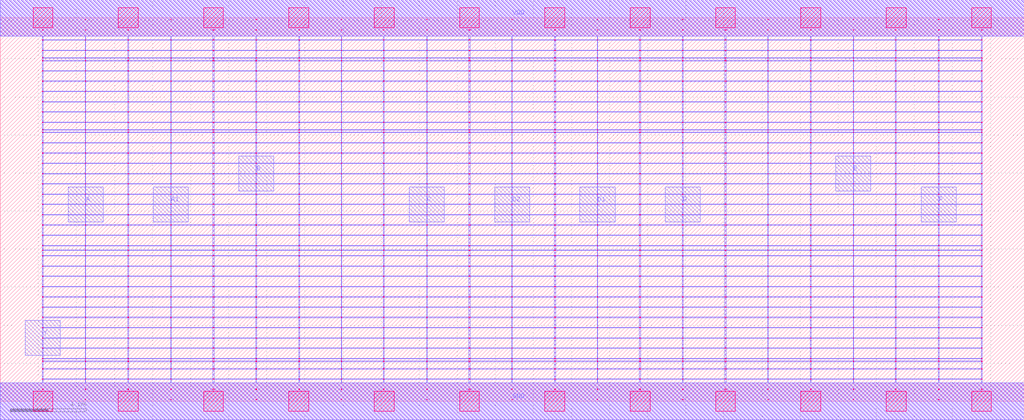
<source format=lef>
MACRO AOAAOAI211311_DEBUG
 CLASS CORE ;
 FOREIGN AOAAOAI211311_DEBUG 0 0 ;
 SIZE 13.44 BY 5.04 ;
 ORIGIN 0 0 ;
 SYMMETRY X Y R90 ;
 SITE unit ;
  PIN VDD
   DIRECTION INOUT ;
   USE SIGNAL ;
   SHAPE ABUTMENT ;
    PORT
     CLASS CORE ;
       LAYER met1 ;
        RECT 0.00000000 4.80000000 13.44000000 5.28000000 ;
       LAYER met2 ;
        RECT 0.00000000 4.80000000 13.44000000 5.28000000 ;
    END
  END VDD

  PIN GND
   DIRECTION INOUT ;
   USE SIGNAL ;
   SHAPE ABUTMENT ;
    PORT
     CLASS CORE ;
       LAYER met1 ;
        RECT 0.00000000 -0.24000000 13.44000000 0.24000000 ;
       LAYER met2 ;
        RECT 0.00000000 -0.24000000 13.44000000 0.24000000 ;
    END
  END GND

  PIN Y
   DIRECTION INOUT ;
   USE SIGNAL ;
   SHAPE ABUTMENT ;
    PORT
     CLASS CORE ;
       LAYER met2 ;
        RECT 0.33000000 0.60200000 0.79000000 1.06200000 ;
    END
  END Y

  PIN D
   DIRECTION INOUT ;
   USE SIGNAL ;
   SHAPE ABUTMENT ;
    PORT
     CLASS CORE ;
       LAYER met2 ;
        RECT 8.73000000 2.35700000 9.19000000 2.81700000 ;
    END
  END D

  PIN F
   DIRECTION INOUT ;
   USE SIGNAL ;
   SHAPE ABUTMENT ;
    PORT
     CLASS CORE ;
       LAYER met2 ;
        RECT 12.09000000 2.35700000 12.55000000 2.81700000 ;
    END
  END F

  PIN A1
   DIRECTION INOUT ;
   USE SIGNAL ;
   SHAPE ABUTMENT ;
    PORT
     CLASS CORE ;
       LAYER met2 ;
        RECT 2.01000000 2.35700000 2.47000000 2.81700000 ;
    END
  END A1

  PIN D2
   DIRECTION INOUT ;
   USE SIGNAL ;
   SHAPE ABUTMENT ;
    PORT
     CLASS CORE ;
       LAYER met2 ;
        RECT 6.49000000 2.35700000 6.95000000 2.81700000 ;
    END
  END D2

  PIN B
   DIRECTION INOUT ;
   USE SIGNAL ;
   SHAPE ABUTMENT ;
    PORT
     CLASS CORE ;
       LAYER met2 ;
        RECT 3.13000000 2.76200000 3.59000000 3.22200000 ;
    END
  END B

  PIN E
   DIRECTION INOUT ;
   USE SIGNAL ;
   SHAPE ABUTMENT ;
    PORT
     CLASS CORE ;
       LAYER met2 ;
        RECT 10.97000000 2.76200000 11.43000000 3.22200000 ;
    END
  END E

  PIN D1
   DIRECTION INOUT ;
   USE SIGNAL ;
   SHAPE ABUTMENT ;
    PORT
     CLASS CORE ;
       LAYER met2 ;
        RECT 7.61000000 2.35700000 8.07000000 2.81700000 ;
    END
  END D1

  PIN C
   DIRECTION INOUT ;
   USE SIGNAL ;
   SHAPE ABUTMENT ;
    PORT
     CLASS CORE ;
       LAYER met2 ;
        RECT 5.37000000 2.35700000 5.83000000 2.81700000 ;
    END
  END C

  PIN A
   DIRECTION INOUT ;
   USE SIGNAL ;
   SHAPE ABUTMENT ;
    PORT
     CLASS CORE ;
       LAYER met2 ;
        RECT 0.89000000 2.35700000 1.35000000 2.81700000 ;
    END
  END A

 OBS
    LAYER polycont ;
     RECT 6.71600000 2.58300000 6.72400000 2.59100000 ;
     RECT 6.71600000 2.71800000 6.72400000 2.72600000 ;
     RECT 6.71600000 2.85300000 6.72400000 2.86100000 ;
     RECT 6.71600000 2.98800000 6.72400000 2.99600000 ;
     RECT 8.95600000 2.58300000 8.96400000 2.59100000 ;
     RECT 9.51100000 2.58300000 9.52900000 2.59100000 ;
     RECT 10.07600000 2.58300000 10.08400000 2.59100000 ;
     RECT 10.63600000 2.58300000 10.64900000 2.59100000 ;
     RECT 11.19600000 2.58300000 11.20400000 2.59100000 ;
     RECT 11.75100000 2.58300000 11.76400000 2.59100000 ;
     RECT 12.31600000 2.58300000 12.32400000 2.59100000 ;
     RECT 12.87600000 2.58300000 12.88900000 2.59100000 ;
     RECT 7.27100000 2.58300000 7.28900000 2.59100000 ;
     RECT 7.27100000 2.71800000 7.28900000 2.72600000 ;
     RECT 7.83600000 2.71800000 7.84400000 2.72600000 ;
     RECT 8.39100000 2.71800000 8.40900000 2.72600000 ;
     RECT 8.95600000 2.71800000 8.96400000 2.72600000 ;
     RECT 9.51100000 2.71800000 9.52900000 2.72600000 ;
     RECT 10.07600000 2.71800000 10.08400000 2.72600000 ;
     RECT 10.63600000 2.71800000 10.64900000 2.72600000 ;
     RECT 11.19600000 2.71800000 11.20400000 2.72600000 ;
     RECT 11.75100000 2.71800000 11.76400000 2.72600000 ;
     RECT 12.31600000 2.71800000 12.32400000 2.72600000 ;
     RECT 12.87600000 2.71800000 12.88900000 2.72600000 ;
     RECT 7.83600000 2.58300000 7.84400000 2.59100000 ;
     RECT 7.27100000 2.85300000 7.28900000 2.86100000 ;
     RECT 7.83600000 2.85300000 7.84400000 2.86100000 ;
     RECT 8.39100000 2.85300000 8.40900000 2.86100000 ;
     RECT 8.95600000 2.85300000 8.96400000 2.86100000 ;
     RECT 9.51100000 2.85300000 9.52900000 2.86100000 ;
     RECT 10.07600000 2.85300000 10.08400000 2.86100000 ;
     RECT 10.63600000 2.85300000 10.64900000 2.86100000 ;
     RECT 11.19600000 2.85300000 11.20400000 2.86100000 ;
     RECT 11.75100000 2.85300000 11.76400000 2.86100000 ;
     RECT 12.31600000 2.85300000 12.32400000 2.86100000 ;
     RECT 12.87600000 2.85300000 12.88900000 2.86100000 ;
     RECT 8.39100000 2.58300000 8.40900000 2.59100000 ;
     RECT 7.27100000 2.98800000 7.28900000 2.99600000 ;
     RECT 7.83600000 2.98800000 7.84400000 2.99600000 ;
     RECT 8.39100000 2.98800000 8.40900000 2.99600000 ;
     RECT 8.95600000 2.98800000 8.96400000 2.99600000 ;
     RECT 9.51100000 2.98800000 9.52900000 2.99600000 ;
     RECT 10.07600000 2.98800000 10.08400000 2.99600000 ;
     RECT 10.63600000 2.98800000 10.64900000 2.99600000 ;
     RECT 11.19600000 2.98800000 11.20400000 2.99600000 ;
     RECT 11.75100000 2.98800000 11.76400000 2.99600000 ;
     RECT 12.31600000 2.98800000 12.32400000 2.99600000 ;
     RECT 12.87600000 2.98800000 12.88900000 2.99600000 ;
     RECT 11.19600000 3.12300000 11.20400000 3.13100000 ;
     RECT 11.19600000 3.25800000 11.20400000 3.26600000 ;
     RECT 11.19600000 3.39300000 11.20400000 3.40100000 ;
     RECT 11.19600000 3.52800000 11.20400000 3.53600000 ;
     RECT 11.19600000 3.56100000 11.20400000 3.56900000 ;
     RECT 11.19600000 3.66300000 11.20400000 3.67100000 ;
     RECT 11.19600000 3.79800000 11.20400000 3.80600000 ;
     RECT 11.19600000 3.93300000 11.20400000 3.94100000 ;
     RECT 11.19600000 4.06800000 11.20400000 4.07600000 ;
     RECT 11.19600000 4.20300000 11.20400000 4.21100000 ;
     RECT 11.19600000 4.33800000 11.20400000 4.34600000 ;
     RECT 11.19600000 4.47300000 11.20400000 4.48100000 ;
     RECT 11.19600000 4.51100000 11.20400000 4.51900000 ;
     RECT 11.19600000 4.60800000 11.20400000 4.61600000 ;
     RECT 11.19600000 4.74300000 11.20400000 4.75100000 ;
     RECT 11.19600000 4.87800000 11.20400000 4.88600000 ;
     RECT 5.03100000 2.71800000 5.04400000 2.72600000 ;
     RECT 5.59600000 2.71800000 5.60400000 2.72600000 ;
     RECT 6.15100000 2.71800000 6.16900000 2.72600000 ;
     RECT 1.11600000 2.58300000 1.12400000 2.59100000 ;
     RECT 1.67100000 2.58300000 1.68900000 2.59100000 ;
     RECT 0.55100000 2.98800000 0.56400000 2.99600000 ;
     RECT 1.11600000 2.98800000 1.12400000 2.99600000 ;
     RECT 1.67100000 2.98800000 1.68900000 2.99600000 ;
     RECT 2.23600000 2.98800000 2.24400000 2.99600000 ;
     RECT 2.79100000 2.98800000 2.80900000 2.99600000 ;
     RECT 3.35600000 2.98800000 3.36400000 2.99600000 ;
     RECT 3.91600000 2.98800000 3.92900000 2.99600000 ;
     RECT 4.47600000 2.98800000 4.48400000 2.99600000 ;
     RECT 5.03100000 2.98800000 5.04400000 2.99600000 ;
     RECT 5.59600000 2.98800000 5.60400000 2.99600000 ;
     RECT 6.15100000 2.98800000 6.16900000 2.99600000 ;
     RECT 2.23600000 2.58300000 2.24400000 2.59100000 ;
     RECT 2.79100000 2.58300000 2.80900000 2.59100000 ;
     RECT 3.35600000 2.58300000 3.36400000 2.59100000 ;
     RECT 3.91600000 2.58300000 3.92900000 2.59100000 ;
     RECT 4.47600000 2.58300000 4.48400000 2.59100000 ;
     RECT 5.03100000 2.58300000 5.04400000 2.59100000 ;
     RECT 5.59600000 2.58300000 5.60400000 2.59100000 ;
     RECT 6.15100000 2.58300000 6.16900000 2.59100000 ;
     RECT 0.55100000 2.58300000 0.56400000 2.59100000 ;
     RECT 0.55100000 2.71800000 0.56400000 2.72600000 ;
     RECT 0.55100000 2.85300000 0.56400000 2.86100000 ;
     RECT 1.11600000 2.85300000 1.12400000 2.86100000 ;
     RECT 4.47600000 3.12300000 4.48400000 3.13100000 ;
     RECT 1.67100000 2.85300000 1.68900000 2.86100000 ;
     RECT 4.47600000 3.25800000 4.48400000 3.26600000 ;
     RECT 2.23600000 2.85300000 2.24400000 2.86100000 ;
     RECT 4.47600000 3.39300000 4.48400000 3.40100000 ;
     RECT 2.79100000 2.85300000 2.80900000 2.86100000 ;
     RECT 4.47600000 3.52800000 4.48400000 3.53600000 ;
     RECT 3.35600000 2.85300000 3.36400000 2.86100000 ;
     RECT 4.47600000 3.56100000 4.48400000 3.56900000 ;
     RECT 3.91600000 2.85300000 3.92900000 2.86100000 ;
     RECT 4.47600000 3.66300000 4.48400000 3.67100000 ;
     RECT 4.47600000 2.85300000 4.48400000 2.86100000 ;
     RECT 4.47600000 3.79800000 4.48400000 3.80600000 ;
     RECT 5.03100000 2.85300000 5.04400000 2.86100000 ;
     RECT 4.47600000 3.93300000 4.48400000 3.94100000 ;
     RECT 5.59600000 2.85300000 5.60400000 2.86100000 ;
     RECT 4.47600000 4.06800000 4.48400000 4.07600000 ;
     RECT 6.15100000 2.85300000 6.16900000 2.86100000 ;
     RECT 4.47600000 4.20300000 4.48400000 4.21100000 ;
     RECT 1.11600000 2.71800000 1.12400000 2.72600000 ;
     RECT 4.47600000 4.33800000 4.48400000 4.34600000 ;
     RECT 1.67100000 2.71800000 1.68900000 2.72600000 ;
     RECT 4.47600000 4.47300000 4.48400000 4.48100000 ;
     RECT 2.23600000 2.71800000 2.24400000 2.72600000 ;
     RECT 4.47600000 4.51100000 4.48400000 4.51900000 ;
     RECT 2.79100000 2.71800000 2.80900000 2.72600000 ;
     RECT 4.47600000 4.60800000 4.48400000 4.61600000 ;
     RECT 3.35600000 2.71800000 3.36400000 2.72600000 ;
     RECT 4.47600000 4.74300000 4.48400000 4.75100000 ;
     RECT 3.91600000 2.71800000 3.92900000 2.72600000 ;
     RECT 4.47600000 4.87800000 4.48400000 4.88600000 ;
     RECT 4.47600000 2.71800000 4.48400000 2.72600000 ;
     RECT 3.35600000 0.55800000 3.36400000 0.56600000 ;
     RECT 3.35600000 0.69300000 3.36400000 0.70100000 ;
     RECT 3.35600000 0.82800000 3.36400000 0.83600000 ;
     RECT 3.35600000 0.96300000 3.36400000 0.97100000 ;
     RECT 3.35600000 1.09800000 3.36400000 1.10600000 ;
     RECT 3.35600000 1.23300000 3.36400000 1.24100000 ;
     RECT 3.35600000 1.36800000 3.36400000 1.37600000 ;
     RECT 3.35600000 1.50300000 3.36400000 1.51100000 ;
     RECT 3.35600000 1.63800000 3.36400000 1.64600000 ;
     RECT 3.35600000 1.77300000 3.36400000 1.78100000 ;
     RECT 3.35600000 1.90800000 3.36400000 1.91600000 ;
     RECT 3.35600000 1.98100000 3.36400000 1.98900000 ;
     RECT 3.35600000 2.04300000 3.36400000 2.05100000 ;
     RECT 3.35600000 2.17800000 3.36400000 2.18600000 ;
     RECT 3.35600000 2.31300000 3.36400000 2.32100000 ;
     RECT 3.35600000 2.44800000 3.36400000 2.45600000 ;
     RECT 3.35600000 0.15300000 3.36400000 0.16100000 ;
     RECT 3.35600000 0.28800000 3.36400000 0.29600000 ;
     RECT 3.35600000 0.42300000 3.36400000 0.43100000 ;
     RECT 3.35600000 0.52100000 3.36400000 0.52900000 ;
     RECT 10.07600000 0.28800000 10.08400000 0.29600000 ;
     RECT 10.07600000 1.63800000 10.08400000 1.64600000 ;
     RECT 10.07600000 0.82800000 10.08400000 0.83600000 ;
     RECT 10.07600000 1.77300000 10.08400000 1.78100000 ;
     RECT 10.07600000 0.52100000 10.08400000 0.52900000 ;
     RECT 10.07600000 1.90800000 10.08400000 1.91600000 ;
     RECT 10.07600000 0.96300000 10.08400000 0.97100000 ;
     RECT 10.07600000 1.98100000 10.08400000 1.98900000 ;
     RECT 10.07600000 0.15300000 10.08400000 0.16100000 ;
     RECT 10.07600000 2.04300000 10.08400000 2.05100000 ;
     RECT 10.07600000 1.09800000 10.08400000 1.10600000 ;
     RECT 10.07600000 2.17800000 10.08400000 2.18600000 ;
     RECT 10.07600000 0.55800000 10.08400000 0.56600000 ;
     RECT 10.07600000 2.31300000 10.08400000 2.32100000 ;
     RECT 10.07600000 1.23300000 10.08400000 1.24100000 ;
     RECT 10.07600000 2.44800000 10.08400000 2.45600000 ;
     RECT 10.07600000 0.42300000 10.08400000 0.43100000 ;
     RECT 10.07600000 1.36800000 10.08400000 1.37600000 ;
     RECT 10.07600000 0.69300000 10.08400000 0.70100000 ;
     RECT 10.07600000 1.50300000 10.08400000 1.51100000 ;

    LAYER pdiffc ;
     RECT 0.55100000 3.39300000 0.55900000 3.40100000 ;
     RECT 3.92100000 3.39300000 3.92900000 3.40100000 ;
     RECT 5.03100000 3.39300000 5.03900000 3.40100000 ;
     RECT 10.64100000 3.39300000 10.64900000 3.40100000 ;
     RECT 11.75100000 3.39300000 11.75900000 3.40100000 ;
     RECT 12.88100000 3.39300000 12.88900000 3.40100000 ;
     RECT 0.55100000 3.52800000 0.55900000 3.53600000 ;
     RECT 3.92100000 3.52800000 3.92900000 3.53600000 ;
     RECT 5.03100000 3.52800000 5.03900000 3.53600000 ;
     RECT 10.64100000 3.52800000 10.64900000 3.53600000 ;
     RECT 11.75100000 3.52800000 11.75900000 3.53600000 ;
     RECT 12.88100000 3.52800000 12.88900000 3.53600000 ;
     RECT 0.55100000 3.56100000 0.55900000 3.56900000 ;
     RECT 3.92100000 3.56100000 3.92900000 3.56900000 ;
     RECT 5.03100000 3.56100000 5.03900000 3.56900000 ;
     RECT 10.64100000 3.56100000 10.64900000 3.56900000 ;
     RECT 11.75100000 3.56100000 11.75900000 3.56900000 ;
     RECT 12.88100000 3.56100000 12.88900000 3.56900000 ;
     RECT 0.55100000 3.66300000 0.55900000 3.67100000 ;
     RECT 3.92100000 3.66300000 3.92900000 3.67100000 ;
     RECT 5.03100000 3.66300000 5.03900000 3.67100000 ;
     RECT 10.64100000 3.66300000 10.64900000 3.67100000 ;
     RECT 11.75100000 3.66300000 11.75900000 3.67100000 ;
     RECT 12.88100000 3.66300000 12.88900000 3.67100000 ;
     RECT 0.55100000 3.79800000 0.55900000 3.80600000 ;
     RECT 3.92100000 3.79800000 3.92900000 3.80600000 ;
     RECT 5.03100000 3.79800000 5.03900000 3.80600000 ;
     RECT 10.64100000 3.79800000 10.64900000 3.80600000 ;
     RECT 11.75100000 3.79800000 11.75900000 3.80600000 ;
     RECT 12.88100000 3.79800000 12.88900000 3.80600000 ;
     RECT 0.55100000 3.93300000 0.55900000 3.94100000 ;
     RECT 3.92100000 3.93300000 3.92900000 3.94100000 ;
     RECT 5.03100000 3.93300000 5.03900000 3.94100000 ;
     RECT 10.64100000 3.93300000 10.64900000 3.94100000 ;
     RECT 11.75100000 3.93300000 11.75900000 3.94100000 ;
     RECT 12.88100000 3.93300000 12.88900000 3.94100000 ;
     RECT 0.55100000 4.06800000 0.55900000 4.07600000 ;
     RECT 3.92100000 4.06800000 3.92900000 4.07600000 ;
     RECT 5.03100000 4.06800000 5.03900000 4.07600000 ;
     RECT 10.64100000 4.06800000 10.64900000 4.07600000 ;
     RECT 11.75100000 4.06800000 11.75900000 4.07600000 ;
     RECT 12.88100000 4.06800000 12.88900000 4.07600000 ;
     RECT 0.55100000 4.20300000 0.55900000 4.21100000 ;
     RECT 3.92100000 4.20300000 3.92900000 4.21100000 ;
     RECT 5.03100000 4.20300000 5.03900000 4.21100000 ;
     RECT 10.64100000 4.20300000 10.64900000 4.21100000 ;
     RECT 11.75100000 4.20300000 11.75900000 4.21100000 ;
     RECT 12.88100000 4.20300000 12.88900000 4.21100000 ;
     RECT 0.55100000 4.33800000 0.55900000 4.34600000 ;
     RECT 3.92100000 4.33800000 3.92900000 4.34600000 ;
     RECT 5.03100000 4.33800000 5.03900000 4.34600000 ;
     RECT 10.64100000 4.33800000 10.64900000 4.34600000 ;
     RECT 11.75100000 4.33800000 11.75900000 4.34600000 ;
     RECT 12.88100000 4.33800000 12.88900000 4.34600000 ;
     RECT 0.55100000 4.47300000 0.55900000 4.48100000 ;
     RECT 3.92100000 4.47300000 3.92900000 4.48100000 ;
     RECT 5.03100000 4.47300000 5.03900000 4.48100000 ;
     RECT 10.64100000 4.47300000 10.64900000 4.48100000 ;
     RECT 11.75100000 4.47300000 11.75900000 4.48100000 ;
     RECT 12.88100000 4.47300000 12.88900000 4.48100000 ;
     RECT 0.55100000 4.51100000 0.55900000 4.51900000 ;
     RECT 3.92100000 4.51100000 3.92900000 4.51900000 ;
     RECT 5.03100000 4.51100000 5.03900000 4.51900000 ;
     RECT 10.64100000 4.51100000 10.64900000 4.51900000 ;
     RECT 11.75100000 4.51100000 11.75900000 4.51900000 ;
     RECT 12.88100000 4.51100000 12.88900000 4.51900000 ;
     RECT 0.55100000 4.60800000 0.55900000 4.61600000 ;
     RECT 3.92100000 4.60800000 3.92900000 4.61600000 ;
     RECT 5.03100000 4.60800000 5.03900000 4.61600000 ;
     RECT 10.64100000 4.60800000 10.64900000 4.61600000 ;
     RECT 11.75100000 4.60800000 11.75900000 4.61600000 ;
     RECT 12.88100000 4.60800000 12.88900000 4.61600000 ;

    LAYER ndiffc ;
     RECT 7.27100000 0.42300000 7.28900000 0.43100000 ;
     RECT 8.39100000 0.42300000 8.40900000 0.43100000 ;
     RECT 9.51100000 0.42300000 9.52900000 0.43100000 ;
     RECT 10.63600000 0.42300000 10.64900000 0.43100000 ;
     RECT 11.75100000 0.42300000 11.76400000 0.43100000 ;
     RECT 12.87600000 0.42300000 12.88900000 0.43100000 ;
     RECT 7.27100000 0.52100000 7.28900000 0.52900000 ;
     RECT 8.39100000 0.52100000 8.40900000 0.52900000 ;
     RECT 9.51100000 0.52100000 9.52900000 0.52900000 ;
     RECT 10.63600000 0.52100000 10.64900000 0.52900000 ;
     RECT 11.75100000 0.52100000 11.76400000 0.52900000 ;
     RECT 12.87600000 0.52100000 12.88900000 0.52900000 ;
     RECT 7.27100000 0.55800000 7.28900000 0.56600000 ;
     RECT 8.39100000 0.55800000 8.40900000 0.56600000 ;
     RECT 9.51100000 0.55800000 9.52900000 0.56600000 ;
     RECT 10.63600000 0.55800000 10.64900000 0.56600000 ;
     RECT 11.75100000 0.55800000 11.76400000 0.56600000 ;
     RECT 12.87600000 0.55800000 12.88900000 0.56600000 ;
     RECT 7.27100000 0.69300000 7.28900000 0.70100000 ;
     RECT 8.39100000 0.69300000 8.40900000 0.70100000 ;
     RECT 9.51100000 0.69300000 9.52900000 0.70100000 ;
     RECT 10.63600000 0.69300000 10.64900000 0.70100000 ;
     RECT 11.75100000 0.69300000 11.76400000 0.70100000 ;
     RECT 12.87600000 0.69300000 12.88900000 0.70100000 ;
     RECT 7.27100000 0.82800000 7.28900000 0.83600000 ;
     RECT 8.39100000 0.82800000 8.40900000 0.83600000 ;
     RECT 9.51100000 0.82800000 9.52900000 0.83600000 ;
     RECT 10.63600000 0.82800000 10.64900000 0.83600000 ;
     RECT 11.75100000 0.82800000 11.76400000 0.83600000 ;
     RECT 12.87600000 0.82800000 12.88900000 0.83600000 ;
     RECT 7.27100000 0.96300000 7.28900000 0.97100000 ;
     RECT 8.39100000 0.96300000 8.40900000 0.97100000 ;
     RECT 9.51100000 0.96300000 9.52900000 0.97100000 ;
     RECT 10.63600000 0.96300000 10.64900000 0.97100000 ;
     RECT 11.75100000 0.96300000 11.76400000 0.97100000 ;
     RECT 12.87600000 0.96300000 12.88900000 0.97100000 ;
     RECT 7.27100000 1.09800000 7.28900000 1.10600000 ;
     RECT 8.39100000 1.09800000 8.40900000 1.10600000 ;
     RECT 9.51100000 1.09800000 9.52900000 1.10600000 ;
     RECT 10.63600000 1.09800000 10.64900000 1.10600000 ;
     RECT 11.75100000 1.09800000 11.76400000 1.10600000 ;
     RECT 12.87600000 1.09800000 12.88900000 1.10600000 ;
     RECT 7.27100000 1.23300000 7.28900000 1.24100000 ;
     RECT 8.39100000 1.23300000 8.40900000 1.24100000 ;
     RECT 9.51100000 1.23300000 9.52900000 1.24100000 ;
     RECT 10.63600000 1.23300000 10.64900000 1.24100000 ;
     RECT 11.75100000 1.23300000 11.76400000 1.24100000 ;
     RECT 12.87600000 1.23300000 12.88900000 1.24100000 ;
     RECT 7.27100000 1.36800000 7.28900000 1.37600000 ;
     RECT 8.39100000 1.36800000 8.40900000 1.37600000 ;
     RECT 9.51100000 1.36800000 9.52900000 1.37600000 ;
     RECT 10.63600000 1.36800000 10.64900000 1.37600000 ;
     RECT 11.75100000 1.36800000 11.76400000 1.37600000 ;
     RECT 12.87600000 1.36800000 12.88900000 1.37600000 ;
     RECT 7.27100000 1.50300000 7.28900000 1.51100000 ;
     RECT 8.39100000 1.50300000 8.40900000 1.51100000 ;
     RECT 9.51100000 1.50300000 9.52900000 1.51100000 ;
     RECT 10.63600000 1.50300000 10.64900000 1.51100000 ;
     RECT 11.75100000 1.50300000 11.76400000 1.51100000 ;
     RECT 12.87600000 1.50300000 12.88900000 1.51100000 ;
     RECT 7.27100000 1.63800000 7.28900000 1.64600000 ;
     RECT 8.39100000 1.63800000 8.40900000 1.64600000 ;
     RECT 9.51100000 1.63800000 9.52900000 1.64600000 ;
     RECT 10.63600000 1.63800000 10.64900000 1.64600000 ;
     RECT 11.75100000 1.63800000 11.76400000 1.64600000 ;
     RECT 12.87600000 1.63800000 12.88900000 1.64600000 ;
     RECT 7.27100000 1.77300000 7.28900000 1.78100000 ;
     RECT 8.39100000 1.77300000 8.40900000 1.78100000 ;
     RECT 9.51100000 1.77300000 9.52900000 1.78100000 ;
     RECT 10.63600000 1.77300000 10.64900000 1.78100000 ;
     RECT 11.75100000 1.77300000 11.76400000 1.78100000 ;
     RECT 12.87600000 1.77300000 12.88900000 1.78100000 ;
     RECT 7.27100000 1.90800000 7.28900000 1.91600000 ;
     RECT 8.39100000 1.90800000 8.40900000 1.91600000 ;
     RECT 9.51100000 1.90800000 9.52900000 1.91600000 ;
     RECT 10.63600000 1.90800000 10.64900000 1.91600000 ;
     RECT 11.75100000 1.90800000 11.76400000 1.91600000 ;
     RECT 12.87600000 1.90800000 12.88900000 1.91600000 ;
     RECT 7.27100000 1.98100000 7.28900000 1.98900000 ;
     RECT 8.39100000 1.98100000 8.40900000 1.98900000 ;
     RECT 9.51100000 1.98100000 9.52900000 1.98900000 ;
     RECT 10.63600000 1.98100000 10.64900000 1.98900000 ;
     RECT 11.75100000 1.98100000 11.76400000 1.98900000 ;
     RECT 12.87600000 1.98100000 12.88900000 1.98900000 ;
     RECT 7.27100000 2.04300000 7.28900000 2.05100000 ;
     RECT 8.39100000 2.04300000 8.40900000 2.05100000 ;
     RECT 9.51100000 2.04300000 9.52900000 2.05100000 ;
     RECT 10.63600000 2.04300000 10.64900000 2.05100000 ;
     RECT 11.75100000 2.04300000 11.76400000 2.05100000 ;
     RECT 12.87600000 2.04300000 12.88900000 2.05100000 ;
     RECT 0.55100000 0.42300000 0.56400000 0.43100000 ;
     RECT 1.67100000 0.42300000 1.68900000 0.43100000 ;
     RECT 2.79100000 0.42300000 2.80900000 0.43100000 ;
     RECT 3.91600000 0.42300000 3.92900000 0.43100000 ;
     RECT 5.03100000 0.42300000 5.04400000 0.43100000 ;
     RECT 6.15100000 0.42300000 6.16900000 0.43100000 ;
     RECT 0.55100000 1.36800000 0.56400000 1.37600000 ;
     RECT 1.67100000 1.36800000 1.68900000 1.37600000 ;
     RECT 2.79100000 1.36800000 2.80900000 1.37600000 ;
     RECT 3.91600000 1.36800000 3.92900000 1.37600000 ;
     RECT 5.03100000 1.36800000 5.04400000 1.37600000 ;
     RECT 6.15100000 1.36800000 6.16900000 1.37600000 ;
     RECT 0.55100000 0.82800000 0.56400000 0.83600000 ;
     RECT 1.67100000 0.82800000 1.68900000 0.83600000 ;
     RECT 2.79100000 0.82800000 2.80900000 0.83600000 ;
     RECT 3.91600000 0.82800000 3.92900000 0.83600000 ;
     RECT 5.03100000 0.82800000 5.04400000 0.83600000 ;
     RECT 6.15100000 0.82800000 6.16900000 0.83600000 ;
     RECT 0.55100000 1.50300000 0.56400000 1.51100000 ;
     RECT 1.67100000 1.50300000 1.68900000 1.51100000 ;
     RECT 2.79100000 1.50300000 2.80900000 1.51100000 ;
     RECT 3.91600000 1.50300000 3.92900000 1.51100000 ;
     RECT 5.03100000 1.50300000 5.04400000 1.51100000 ;
     RECT 6.15100000 1.50300000 6.16900000 1.51100000 ;
     RECT 0.55100000 0.55800000 0.56400000 0.56600000 ;
     RECT 1.67100000 0.55800000 1.68900000 0.56600000 ;
     RECT 2.79100000 0.55800000 2.80900000 0.56600000 ;
     RECT 3.91600000 0.55800000 3.92900000 0.56600000 ;
     RECT 5.03100000 0.55800000 5.04400000 0.56600000 ;
     RECT 6.15100000 0.55800000 6.16900000 0.56600000 ;
     RECT 0.55100000 1.63800000 0.56400000 1.64600000 ;
     RECT 1.67100000 1.63800000 1.68900000 1.64600000 ;
     RECT 2.79100000 1.63800000 2.80900000 1.64600000 ;
     RECT 3.91600000 1.63800000 3.92900000 1.64600000 ;
     RECT 5.03100000 1.63800000 5.04400000 1.64600000 ;
     RECT 6.15100000 1.63800000 6.16900000 1.64600000 ;
     RECT 0.55100000 0.96300000 0.56400000 0.97100000 ;
     RECT 1.67100000 0.96300000 1.68900000 0.97100000 ;
     RECT 2.79100000 0.96300000 2.80900000 0.97100000 ;
     RECT 3.91600000 0.96300000 3.92900000 0.97100000 ;
     RECT 5.03100000 0.96300000 5.04400000 0.97100000 ;
     RECT 6.15100000 0.96300000 6.16900000 0.97100000 ;
     RECT 0.55100000 1.77300000 0.56400000 1.78100000 ;
     RECT 1.67100000 1.77300000 1.68900000 1.78100000 ;
     RECT 2.79100000 1.77300000 2.80900000 1.78100000 ;
     RECT 3.91600000 1.77300000 3.92900000 1.78100000 ;
     RECT 5.03100000 1.77300000 5.04400000 1.78100000 ;
     RECT 6.15100000 1.77300000 6.16900000 1.78100000 ;
     RECT 0.55100000 0.52100000 0.56400000 0.52900000 ;
     RECT 1.67100000 0.52100000 1.68900000 0.52900000 ;
     RECT 2.79100000 0.52100000 2.80900000 0.52900000 ;
     RECT 3.91600000 0.52100000 3.92900000 0.52900000 ;
     RECT 5.03100000 0.52100000 5.04400000 0.52900000 ;
     RECT 6.15100000 0.52100000 6.16900000 0.52900000 ;
     RECT 0.55100000 1.90800000 0.56400000 1.91600000 ;
     RECT 1.67100000 1.90800000 1.68900000 1.91600000 ;
     RECT 2.79100000 1.90800000 2.80900000 1.91600000 ;
     RECT 3.91600000 1.90800000 3.92900000 1.91600000 ;
     RECT 5.03100000 1.90800000 5.04400000 1.91600000 ;
     RECT 6.15100000 1.90800000 6.16900000 1.91600000 ;
     RECT 0.55100000 1.09800000 0.56400000 1.10600000 ;
     RECT 1.67100000 1.09800000 1.68900000 1.10600000 ;
     RECT 2.79100000 1.09800000 2.80900000 1.10600000 ;
     RECT 3.91600000 1.09800000 3.92900000 1.10600000 ;
     RECT 5.03100000 1.09800000 5.04400000 1.10600000 ;
     RECT 6.15100000 1.09800000 6.16900000 1.10600000 ;
     RECT 0.55100000 1.98100000 0.56400000 1.98900000 ;
     RECT 1.67100000 1.98100000 1.68900000 1.98900000 ;
     RECT 2.79100000 1.98100000 2.80900000 1.98900000 ;
     RECT 3.91600000 1.98100000 3.92900000 1.98900000 ;
     RECT 5.03100000 1.98100000 5.04400000 1.98900000 ;
     RECT 6.15100000 1.98100000 6.16900000 1.98900000 ;
     RECT 0.55100000 0.69300000 0.56400000 0.70100000 ;
     RECT 1.67100000 0.69300000 1.68900000 0.70100000 ;
     RECT 2.79100000 0.69300000 2.80900000 0.70100000 ;
     RECT 3.91600000 0.69300000 3.92900000 0.70100000 ;
     RECT 5.03100000 0.69300000 5.04400000 0.70100000 ;
     RECT 6.15100000 0.69300000 6.16900000 0.70100000 ;
     RECT 0.55100000 2.04300000 0.56400000 2.05100000 ;
     RECT 1.67100000 2.04300000 1.68900000 2.05100000 ;
     RECT 2.79100000 2.04300000 2.80900000 2.05100000 ;
     RECT 3.91600000 2.04300000 3.92900000 2.05100000 ;
     RECT 5.03100000 2.04300000 5.04400000 2.05100000 ;
     RECT 6.15100000 2.04300000 6.16900000 2.05100000 ;
     RECT 0.55100000 1.23300000 0.56400000 1.24100000 ;
     RECT 1.67100000 1.23300000 1.68900000 1.24100000 ;
     RECT 2.79100000 1.23300000 2.80900000 1.24100000 ;
     RECT 3.91600000 1.23300000 3.92900000 1.24100000 ;
     RECT 5.03100000 1.23300000 5.04400000 1.24100000 ;
     RECT 6.15100000 1.23300000 6.16900000 1.24100000 ;

    LAYER met1 ;
     RECT 0.00000000 -0.24000000 13.44000000 0.24000000 ;
     RECT 6.71600000 0.24000000 6.72400000 0.28800000 ;
     RECT 0.55100000 0.28800000 12.88900000 0.29600000 ;
     RECT 6.71600000 0.29600000 6.72400000 0.42300000 ;
     RECT 0.55100000 0.42300000 12.88900000 0.43100000 ;
     RECT 6.71600000 0.43100000 6.72400000 0.52100000 ;
     RECT 0.55100000 0.52100000 12.88900000 0.52900000 ;
     RECT 6.71600000 0.52900000 6.72400000 0.55800000 ;
     RECT 0.55100000 0.55800000 12.88900000 0.56600000 ;
     RECT 6.71600000 0.56600000 6.72400000 0.69300000 ;
     RECT 0.55100000 0.69300000 12.88900000 0.70100000 ;
     RECT 6.71600000 0.70100000 6.72400000 0.82800000 ;
     RECT 0.55100000 0.82800000 12.88900000 0.83600000 ;
     RECT 6.71600000 0.83600000 6.72400000 0.96300000 ;
     RECT 0.55100000 0.96300000 12.88900000 0.97100000 ;
     RECT 6.71600000 0.97100000 6.72400000 1.09800000 ;
     RECT 0.55100000 1.09800000 12.88900000 1.10600000 ;
     RECT 6.71600000 1.10600000 6.72400000 1.23300000 ;
     RECT 0.55100000 1.23300000 12.88900000 1.24100000 ;
     RECT 6.71600000 1.24100000 6.72400000 1.36800000 ;
     RECT 0.55100000 1.36800000 12.88900000 1.37600000 ;
     RECT 6.71600000 1.37600000 6.72400000 1.50300000 ;
     RECT 0.55100000 1.50300000 12.88900000 1.51100000 ;
     RECT 6.71600000 1.51100000 6.72400000 1.63800000 ;
     RECT 0.55100000 1.63800000 12.88900000 1.64600000 ;
     RECT 6.71600000 1.64600000 6.72400000 1.77300000 ;
     RECT 0.55100000 1.77300000 12.88900000 1.78100000 ;
     RECT 6.71600000 1.78100000 6.72400000 1.90800000 ;
     RECT 0.55100000 1.90800000 12.88900000 1.91600000 ;
     RECT 6.71600000 1.91600000 6.72400000 1.98100000 ;
     RECT 0.55100000 1.98100000 12.88900000 1.98900000 ;
     RECT 6.71600000 1.98900000 6.72400000 2.04300000 ;
     RECT 0.55100000 2.04300000 12.88900000 2.05100000 ;
     RECT 6.71600000 2.05100000 6.72400000 2.17800000 ;
     RECT 0.55100000 2.17800000 12.88900000 2.18600000 ;
     RECT 6.71600000 2.18600000 6.72400000 2.31300000 ;
     RECT 0.55100000 2.31300000 12.88900000 2.32100000 ;
     RECT 6.71600000 2.32100000 6.72400000 2.44800000 ;
     RECT 0.55100000 2.44800000 12.88900000 2.45600000 ;
     RECT 0.55100000 2.45600000 0.56400000 2.58300000 ;
     RECT 1.11600000 2.45600000 1.12400000 2.58300000 ;
     RECT 1.67100000 2.45600000 1.68900000 2.58300000 ;
     RECT 2.23600000 2.45600000 2.24400000 2.58300000 ;
     RECT 2.79100000 2.45600000 2.80900000 2.58300000 ;
     RECT 3.35600000 2.45600000 3.36400000 2.58300000 ;
     RECT 3.91600000 2.45600000 3.92900000 2.58300000 ;
     RECT 4.47600000 2.45600000 4.48400000 2.58300000 ;
     RECT 5.03100000 2.45600000 5.04400000 2.58300000 ;
     RECT 5.59600000 2.45600000 5.60400000 2.58300000 ;
     RECT 6.15100000 2.45600000 6.16900000 2.58300000 ;
     RECT 6.71600000 2.45600000 6.72400000 2.58300000 ;
     RECT 7.27100000 2.45600000 7.28900000 2.58300000 ;
     RECT 7.83600000 2.45600000 7.84400000 2.58300000 ;
     RECT 8.39100000 2.45600000 8.40900000 2.58300000 ;
     RECT 8.95600000 2.45600000 8.96400000 2.58300000 ;
     RECT 9.51100000 2.45600000 9.52900000 2.58300000 ;
     RECT 10.07600000 2.45600000 10.08400000 2.58300000 ;
     RECT 10.63600000 2.45600000 10.64900000 2.58300000 ;
     RECT 11.19600000 2.45600000 11.20400000 2.58300000 ;
     RECT 11.75100000 2.45600000 11.76400000 2.58300000 ;
     RECT 12.31600000 2.45600000 12.32400000 2.58300000 ;
     RECT 12.87600000 2.45600000 12.88900000 2.58300000 ;
     RECT 0.55100000 2.58300000 12.88900000 2.59100000 ;
     RECT 6.71600000 2.59100000 6.72400000 2.71800000 ;
     RECT 0.55100000 2.71800000 12.88900000 2.72600000 ;
     RECT 6.71600000 2.72600000 6.72400000 2.85300000 ;
     RECT 0.55100000 2.85300000 12.88900000 2.86100000 ;
     RECT 6.71600000 2.86100000 6.72400000 2.98800000 ;
     RECT 0.55100000 2.98800000 12.88900000 2.99600000 ;
     RECT 6.71600000 2.99600000 6.72400000 3.12300000 ;
     RECT 0.55100000 3.12300000 12.88900000 3.13100000 ;
     RECT 6.71600000 3.13100000 6.72400000 3.25800000 ;
     RECT 0.55100000 3.25800000 12.88900000 3.26600000 ;
     RECT 6.71600000 3.26600000 6.72400000 3.39300000 ;
     RECT 0.55100000 3.39300000 12.88900000 3.40100000 ;
     RECT 6.71600000 3.40100000 6.72400000 3.52800000 ;
     RECT 0.55100000 3.52800000 12.88900000 3.53600000 ;
     RECT 6.71600000 3.53600000 6.72400000 3.56100000 ;
     RECT 0.55100000 3.56100000 12.88900000 3.56900000 ;
     RECT 6.71600000 3.56900000 6.72400000 3.66300000 ;
     RECT 0.55100000 3.66300000 12.88900000 3.67100000 ;
     RECT 6.71600000 3.67100000 6.72400000 3.79800000 ;
     RECT 0.55100000 3.79800000 12.88900000 3.80600000 ;
     RECT 6.71600000 3.80600000 6.72400000 3.93300000 ;
     RECT 0.55100000 3.93300000 12.88900000 3.94100000 ;
     RECT 6.71600000 3.94100000 6.72400000 4.06800000 ;
     RECT 0.55100000 4.06800000 12.88900000 4.07600000 ;
     RECT 6.71600000 4.07600000 6.72400000 4.20300000 ;
     RECT 0.55100000 4.20300000 12.88900000 4.21100000 ;
     RECT 6.71600000 4.21100000 6.72400000 4.33800000 ;
     RECT 0.55100000 4.33800000 12.88900000 4.34600000 ;
     RECT 6.71600000 4.34600000 6.72400000 4.47300000 ;
     RECT 0.55100000 4.47300000 12.88900000 4.48100000 ;
     RECT 6.71600000 4.48100000 6.72400000 4.51100000 ;
     RECT 0.55100000 4.51100000 12.88900000 4.51900000 ;
     RECT 6.71600000 4.51900000 6.72400000 4.60800000 ;
     RECT 0.55100000 4.60800000 12.88900000 4.61600000 ;
     RECT 6.71600000 4.61600000 6.72400000 4.74300000 ;
     RECT 0.55100000 4.74300000 12.88900000 4.75100000 ;
     RECT 6.71600000 4.75100000 6.72400000 4.80000000 ;
     RECT 0.00000000 4.80000000 13.44000000 5.28000000 ;
     RECT 10.07600000 2.59100000 10.08400000 2.71800000 ;
     RECT 10.07600000 2.99600000 10.08400000 3.12300000 ;
     RECT 10.07600000 3.13100000 10.08400000 3.25800000 ;
     RECT 10.07600000 3.26600000 10.08400000 3.39300000 ;
     RECT 10.07600000 3.40100000 10.08400000 3.52800000 ;
     RECT 10.07600000 3.53600000 10.08400000 3.56100000 ;
     RECT 10.07600000 3.56900000 10.08400000 3.66300000 ;
     RECT 10.07600000 3.67100000 10.08400000 3.79800000 ;
     RECT 10.07600000 2.72600000 10.08400000 2.85300000 ;
     RECT 7.27100000 3.80600000 7.28900000 3.93300000 ;
     RECT 7.83600000 3.80600000 7.84400000 3.93300000 ;
     RECT 8.39100000 3.80600000 8.40900000 3.93300000 ;
     RECT 8.95600000 3.80600000 8.96400000 3.93300000 ;
     RECT 9.51100000 3.80600000 9.52900000 3.93300000 ;
     RECT 10.07600000 3.80600000 10.08400000 3.93300000 ;
     RECT 10.63600000 3.80600000 10.64900000 3.93300000 ;
     RECT 11.19600000 3.80600000 11.20400000 3.93300000 ;
     RECT 11.75100000 3.80600000 11.76400000 3.93300000 ;
     RECT 12.31600000 3.80600000 12.32400000 3.93300000 ;
     RECT 12.87600000 3.80600000 12.88900000 3.93300000 ;
     RECT 10.07600000 3.94100000 10.08400000 4.06800000 ;
     RECT 10.07600000 4.07600000 10.08400000 4.20300000 ;
     RECT 10.07600000 4.21100000 10.08400000 4.33800000 ;
     RECT 10.07600000 4.34600000 10.08400000 4.47300000 ;
     RECT 10.07600000 4.48100000 10.08400000 4.51100000 ;
     RECT 10.07600000 2.86100000 10.08400000 2.98800000 ;
     RECT 10.07600000 4.51900000 10.08400000 4.60800000 ;
     RECT 10.07600000 4.61600000 10.08400000 4.74300000 ;
     RECT 10.07600000 4.75100000 10.08400000 4.80000000 ;
     RECT 11.75100000 4.07600000 11.76400000 4.20300000 ;
     RECT 12.31600000 4.07600000 12.32400000 4.20300000 ;
     RECT 12.87600000 4.07600000 12.88900000 4.20300000 ;
     RECT 11.19600000 3.94100000 11.20400000 4.06800000 ;
     RECT 10.63600000 4.21100000 10.64900000 4.33800000 ;
     RECT 11.19600000 4.21100000 11.20400000 4.33800000 ;
     RECT 11.75100000 4.21100000 11.76400000 4.33800000 ;
     RECT 12.31600000 4.21100000 12.32400000 4.33800000 ;
     RECT 12.87600000 4.21100000 12.88900000 4.33800000 ;
     RECT 11.75100000 3.94100000 11.76400000 4.06800000 ;
     RECT 10.63600000 4.34600000 10.64900000 4.47300000 ;
     RECT 11.19600000 4.34600000 11.20400000 4.47300000 ;
     RECT 11.75100000 4.34600000 11.76400000 4.47300000 ;
     RECT 12.31600000 4.34600000 12.32400000 4.47300000 ;
     RECT 12.87600000 4.34600000 12.88900000 4.47300000 ;
     RECT 12.31600000 3.94100000 12.32400000 4.06800000 ;
     RECT 10.63600000 4.48100000 10.64900000 4.51100000 ;
     RECT 11.19600000 4.48100000 11.20400000 4.51100000 ;
     RECT 11.75100000 4.48100000 11.76400000 4.51100000 ;
     RECT 12.31600000 4.48100000 12.32400000 4.51100000 ;
     RECT 12.87600000 4.48100000 12.88900000 4.51100000 ;
     RECT 12.87600000 3.94100000 12.88900000 4.06800000 ;
     RECT 10.63600000 3.94100000 10.64900000 4.06800000 ;
     RECT 10.63600000 4.51900000 10.64900000 4.60800000 ;
     RECT 11.19600000 4.51900000 11.20400000 4.60800000 ;
     RECT 11.75100000 4.51900000 11.76400000 4.60800000 ;
     RECT 12.31600000 4.51900000 12.32400000 4.60800000 ;
     RECT 12.87600000 4.51900000 12.88900000 4.60800000 ;
     RECT 10.63600000 4.07600000 10.64900000 4.20300000 ;
     RECT 10.63600000 4.61600000 10.64900000 4.74300000 ;
     RECT 11.19600000 4.61600000 11.20400000 4.74300000 ;
     RECT 11.75100000 4.61600000 11.76400000 4.74300000 ;
     RECT 12.31600000 4.61600000 12.32400000 4.74300000 ;
     RECT 12.87600000 4.61600000 12.88900000 4.74300000 ;
     RECT 11.19600000 4.07600000 11.20400000 4.20300000 ;
     RECT 10.63600000 4.75100000 10.64900000 4.80000000 ;
     RECT 11.19600000 4.75100000 11.20400000 4.80000000 ;
     RECT 11.75100000 4.75100000 11.76400000 4.80000000 ;
     RECT 12.31600000 4.75100000 12.32400000 4.80000000 ;
     RECT 12.87600000 4.75100000 12.88900000 4.80000000 ;
     RECT 8.39100000 4.21100000 8.40900000 4.33800000 ;
     RECT 8.95600000 4.21100000 8.96400000 4.33800000 ;
     RECT 9.51100000 4.21100000 9.52900000 4.33800000 ;
     RECT 7.83600000 4.07600000 7.84400000 4.20300000 ;
     RECT 8.39100000 4.07600000 8.40900000 4.20300000 ;
     RECT 8.95600000 4.07600000 8.96400000 4.20300000 ;
     RECT 9.51100000 4.07600000 9.52900000 4.20300000 ;
     RECT 7.27100000 4.51900000 7.28900000 4.60800000 ;
     RECT 7.83600000 4.51900000 7.84400000 4.60800000 ;
     RECT 8.39100000 4.51900000 8.40900000 4.60800000 ;
     RECT 8.95600000 4.51900000 8.96400000 4.60800000 ;
     RECT 9.51100000 4.51900000 9.52900000 4.60800000 ;
     RECT 7.83600000 3.94100000 7.84400000 4.06800000 ;
     RECT 8.39100000 3.94100000 8.40900000 4.06800000 ;
     RECT 7.27100000 4.34600000 7.28900000 4.47300000 ;
     RECT 7.83600000 4.34600000 7.84400000 4.47300000 ;
     RECT 8.39100000 4.34600000 8.40900000 4.47300000 ;
     RECT 8.95600000 4.34600000 8.96400000 4.47300000 ;
     RECT 7.27100000 4.61600000 7.28900000 4.74300000 ;
     RECT 7.83600000 4.61600000 7.84400000 4.74300000 ;
     RECT 8.39100000 4.61600000 8.40900000 4.74300000 ;
     RECT 8.95600000 4.61600000 8.96400000 4.74300000 ;
     RECT 9.51100000 4.61600000 9.52900000 4.74300000 ;
     RECT 9.51100000 4.34600000 9.52900000 4.47300000 ;
     RECT 8.95600000 3.94100000 8.96400000 4.06800000 ;
     RECT 9.51100000 3.94100000 9.52900000 4.06800000 ;
     RECT 7.27100000 3.94100000 7.28900000 4.06800000 ;
     RECT 7.27100000 4.07600000 7.28900000 4.20300000 ;
     RECT 7.27100000 4.21100000 7.28900000 4.33800000 ;
     RECT 7.27100000 4.75100000 7.28900000 4.80000000 ;
     RECT 7.83600000 4.75100000 7.84400000 4.80000000 ;
     RECT 8.39100000 4.75100000 8.40900000 4.80000000 ;
     RECT 8.95600000 4.75100000 8.96400000 4.80000000 ;
     RECT 9.51100000 4.75100000 9.52900000 4.80000000 ;
     RECT 7.83600000 4.21100000 7.84400000 4.33800000 ;
     RECT 7.27100000 4.48100000 7.28900000 4.51100000 ;
     RECT 7.83600000 4.48100000 7.84400000 4.51100000 ;
     RECT 8.39100000 4.48100000 8.40900000 4.51100000 ;
     RECT 8.95600000 4.48100000 8.96400000 4.51100000 ;
     RECT 9.51100000 4.48100000 9.52900000 4.51100000 ;
     RECT 7.83600000 2.99600000 7.84400000 3.12300000 ;
     RECT 7.27100000 2.59100000 7.28900000 2.71800000 ;
     RECT 8.39100000 2.86100000 8.40900000 2.98800000 ;
     RECT 8.95600000 2.86100000 8.96400000 2.98800000 ;
     RECT 7.27100000 3.40100000 7.28900000 3.52800000 ;
     RECT 7.83600000 3.40100000 7.84400000 3.52800000 ;
     RECT 8.39100000 3.40100000 8.40900000 3.52800000 ;
     RECT 8.95600000 3.40100000 8.96400000 3.52800000 ;
     RECT 9.51100000 3.40100000 9.52900000 3.52800000 ;
     RECT 8.39100000 2.99600000 8.40900000 3.12300000 ;
     RECT 7.83600000 2.59100000 7.84400000 2.71800000 ;
     RECT 7.27100000 2.72600000 7.28900000 2.85300000 ;
     RECT 7.27100000 3.53600000 7.28900000 3.56100000 ;
     RECT 7.83600000 3.53600000 7.84400000 3.56100000 ;
     RECT 8.39100000 3.53600000 8.40900000 3.56100000 ;
     RECT 9.51100000 2.86100000 9.52900000 2.98800000 ;
     RECT 8.95600000 3.53600000 8.96400000 3.56100000 ;
     RECT 9.51100000 3.53600000 9.52900000 3.56100000 ;
     RECT 8.95600000 2.99600000 8.96400000 3.12300000 ;
     RECT 7.83600000 2.72600000 7.84400000 2.85300000 ;
     RECT 8.39100000 2.72600000 8.40900000 2.85300000 ;
     RECT 7.27100000 3.56900000 7.28900000 3.66300000 ;
     RECT 7.83600000 3.56900000 7.84400000 3.66300000 ;
     RECT 8.39100000 3.56900000 8.40900000 3.66300000 ;
     RECT 8.95600000 3.56900000 8.96400000 3.66300000 ;
     RECT 9.51100000 3.56900000 9.52900000 3.66300000 ;
     RECT 8.39100000 2.59100000 8.40900000 2.71800000 ;
     RECT 8.95600000 2.59100000 8.96400000 2.71800000 ;
     RECT 9.51100000 2.99600000 9.52900000 3.12300000 ;
     RECT 8.95600000 2.72600000 8.96400000 2.85300000 ;
     RECT 9.51100000 2.72600000 9.52900000 2.85300000 ;
     RECT 7.27100000 3.67100000 7.28900000 3.79800000 ;
     RECT 7.83600000 3.67100000 7.84400000 3.79800000 ;
     RECT 8.39100000 3.67100000 8.40900000 3.79800000 ;
     RECT 8.95600000 3.67100000 8.96400000 3.79800000 ;
     RECT 9.51100000 3.67100000 9.52900000 3.79800000 ;
     RECT 9.51100000 2.59100000 9.52900000 2.71800000 ;
     RECT 7.27100000 3.13100000 7.28900000 3.25800000 ;
     RECT 7.83600000 3.13100000 7.84400000 3.25800000 ;
     RECT 7.27100000 2.86100000 7.28900000 2.98800000 ;
     RECT 7.83600000 2.86100000 7.84400000 2.98800000 ;
     RECT 8.39100000 3.13100000 8.40900000 3.25800000 ;
     RECT 8.95600000 3.13100000 8.96400000 3.25800000 ;
     RECT 9.51100000 3.13100000 9.52900000 3.25800000 ;
     RECT 7.27100000 2.99600000 7.28900000 3.12300000 ;
     RECT 7.27100000 3.26600000 7.28900000 3.39300000 ;
     RECT 7.83600000 3.26600000 7.84400000 3.39300000 ;
     RECT 8.39100000 3.26600000 8.40900000 3.39300000 ;
     RECT 8.95600000 3.26600000 8.96400000 3.39300000 ;
     RECT 9.51100000 3.26600000 9.52900000 3.39300000 ;
     RECT 10.63600000 3.13100000 10.64900000 3.25800000 ;
     RECT 11.19600000 3.13100000 11.20400000 3.25800000 ;
     RECT 10.63600000 3.56900000 10.64900000 3.66300000 ;
     RECT 12.31600000 2.72600000 12.32400000 2.85300000 ;
     RECT 12.87600000 2.72600000 12.88900000 2.85300000 ;
     RECT 11.19600000 3.56900000 11.20400000 3.66300000 ;
     RECT 11.75100000 3.56900000 11.76400000 3.66300000 ;
     RECT 12.31600000 3.56900000 12.32400000 3.66300000 ;
     RECT 12.87600000 3.56900000 12.88900000 3.66300000 ;
     RECT 11.75100000 3.13100000 11.76400000 3.25800000 ;
     RECT 12.31600000 3.13100000 12.32400000 3.25800000 ;
     RECT 12.87600000 3.13100000 12.88900000 3.25800000 ;
     RECT 11.75100000 2.59100000 11.76400000 2.71800000 ;
     RECT 10.63600000 3.40100000 10.64900000 3.52800000 ;
     RECT 11.19600000 3.40100000 11.20400000 3.52800000 ;
     RECT 11.75100000 3.40100000 11.76400000 3.52800000 ;
     RECT 12.31600000 3.40100000 12.32400000 3.52800000 ;
     RECT 10.63600000 3.67100000 10.64900000 3.79800000 ;
     RECT 11.19600000 3.67100000 11.20400000 3.79800000 ;
     RECT 11.75100000 3.67100000 11.76400000 3.79800000 ;
     RECT 12.31600000 3.67100000 12.32400000 3.79800000 ;
     RECT 12.87600000 3.67100000 12.88900000 3.79800000 ;
     RECT 12.87600000 3.40100000 12.88900000 3.52800000 ;
     RECT 10.63600000 2.86100000 10.64900000 2.98800000 ;
     RECT 11.19600000 2.86100000 11.20400000 2.98800000 ;
     RECT 10.63600000 2.72600000 10.64900000 2.85300000 ;
     RECT 12.31600000 2.59100000 12.32400000 2.71800000 ;
     RECT 11.19600000 2.59100000 11.20400000 2.71800000 ;
     RECT 10.63600000 2.99600000 10.64900000 3.12300000 ;
     RECT 11.19600000 2.99600000 11.20400000 3.12300000 ;
     RECT 11.75100000 2.99600000 11.76400000 3.12300000 ;
     RECT 12.31600000 2.99600000 12.32400000 3.12300000 ;
     RECT 12.87600000 2.99600000 12.88900000 3.12300000 ;
     RECT 10.63600000 3.26600000 10.64900000 3.39300000 ;
     RECT 10.63600000 3.53600000 10.64900000 3.56100000 ;
     RECT 11.19600000 3.53600000 11.20400000 3.56100000 ;
     RECT 11.75100000 2.86100000 11.76400000 2.98800000 ;
     RECT 12.31600000 2.86100000 12.32400000 2.98800000 ;
     RECT 11.75100000 3.53600000 11.76400000 3.56100000 ;
     RECT 11.19600000 2.72600000 11.20400000 2.85300000 ;
     RECT 11.75100000 2.72600000 11.76400000 2.85300000 ;
     RECT 12.31600000 3.53600000 12.32400000 3.56100000 ;
     RECT 12.87600000 3.53600000 12.88900000 3.56100000 ;
     RECT 11.19600000 3.26600000 11.20400000 3.39300000 ;
     RECT 11.75100000 3.26600000 11.76400000 3.39300000 ;
     RECT 12.31600000 3.26600000 12.32400000 3.39300000 ;
     RECT 12.87600000 3.26600000 12.88900000 3.39300000 ;
     RECT 12.87600000 2.59100000 12.88900000 2.71800000 ;
     RECT 10.63600000 2.59100000 10.64900000 2.71800000 ;
     RECT 12.87600000 2.86100000 12.88900000 2.98800000 ;
     RECT 4.47600000 3.80600000 4.48400000 3.93300000 ;
     RECT 5.03100000 3.80600000 5.04400000 3.93300000 ;
     RECT 5.59600000 3.80600000 5.60400000 3.93300000 ;
     RECT 6.15100000 3.80600000 6.16900000 3.93300000 ;
     RECT 3.35600000 2.59100000 3.36400000 2.71800000 ;
     RECT 3.35600000 3.94100000 3.36400000 4.06800000 ;
     RECT 3.35600000 2.99600000 3.36400000 3.12300000 ;
     RECT 3.35600000 3.40100000 3.36400000 3.52800000 ;
     RECT 3.35600000 4.07600000 3.36400000 4.20300000 ;
     RECT 3.35600000 4.21100000 3.36400000 4.33800000 ;
     RECT 3.35600000 3.53600000 3.36400000 3.56100000 ;
     RECT 3.35600000 4.34600000 3.36400000 4.47300000 ;
     RECT 3.35600000 3.13100000 3.36400000 3.25800000 ;
     RECT 3.35600000 4.48100000 3.36400000 4.51100000 ;
     RECT 3.35600000 3.56900000 3.36400000 3.66300000 ;
     RECT 3.35600000 2.86100000 3.36400000 2.98800000 ;
     RECT 3.35600000 4.51900000 3.36400000 4.60800000 ;
     RECT 3.35600000 4.61600000 3.36400000 4.74300000 ;
     RECT 3.35600000 3.67100000 3.36400000 3.79800000 ;
     RECT 3.35600000 2.72600000 3.36400000 2.85300000 ;
     RECT 3.35600000 4.75100000 3.36400000 4.80000000 ;
     RECT 3.35600000 3.26600000 3.36400000 3.39300000 ;
     RECT 0.55100000 3.80600000 0.56400000 3.93300000 ;
     RECT 1.11600000 3.80600000 1.12400000 3.93300000 ;
     RECT 1.67100000 3.80600000 1.68900000 3.93300000 ;
     RECT 2.23600000 3.80600000 2.24400000 3.93300000 ;
     RECT 2.79100000 3.80600000 2.80900000 3.93300000 ;
     RECT 3.35600000 3.80600000 3.36400000 3.93300000 ;
     RECT 3.91600000 3.80600000 3.92900000 3.93300000 ;
     RECT 5.03100000 4.34600000 5.04400000 4.47300000 ;
     RECT 5.59600000 4.34600000 5.60400000 4.47300000 ;
     RECT 6.15100000 4.34600000 6.16900000 4.47300000 ;
     RECT 4.47600000 3.94100000 4.48400000 4.06800000 ;
     RECT 5.03100000 3.94100000 5.04400000 4.06800000 ;
     RECT 3.91600000 4.48100000 3.92900000 4.51100000 ;
     RECT 4.47600000 4.48100000 4.48400000 4.51100000 ;
     RECT 5.03100000 4.48100000 5.04400000 4.51100000 ;
     RECT 5.59600000 4.48100000 5.60400000 4.51100000 ;
     RECT 6.15100000 4.48100000 6.16900000 4.51100000 ;
     RECT 3.91600000 4.07600000 3.92900000 4.20300000 ;
     RECT 4.47600000 4.07600000 4.48400000 4.20300000 ;
     RECT 5.03100000 4.07600000 5.04400000 4.20300000 ;
     RECT 3.91600000 4.51900000 3.92900000 4.60800000 ;
     RECT 4.47600000 4.51900000 4.48400000 4.60800000 ;
     RECT 5.03100000 4.51900000 5.04400000 4.60800000 ;
     RECT 5.59600000 4.51900000 5.60400000 4.60800000 ;
     RECT 6.15100000 4.51900000 6.16900000 4.60800000 ;
     RECT 5.59600000 4.07600000 5.60400000 4.20300000 ;
     RECT 3.91600000 4.61600000 3.92900000 4.74300000 ;
     RECT 4.47600000 4.61600000 4.48400000 4.74300000 ;
     RECT 5.03100000 4.61600000 5.04400000 4.74300000 ;
     RECT 5.59600000 4.61600000 5.60400000 4.74300000 ;
     RECT 6.15100000 4.61600000 6.16900000 4.74300000 ;
     RECT 6.15100000 4.07600000 6.16900000 4.20300000 ;
     RECT 5.59600000 3.94100000 5.60400000 4.06800000 ;
     RECT 3.91600000 4.21100000 3.92900000 4.33800000 ;
     RECT 3.91600000 4.75100000 3.92900000 4.80000000 ;
     RECT 4.47600000 4.75100000 4.48400000 4.80000000 ;
     RECT 5.03100000 4.75100000 5.04400000 4.80000000 ;
     RECT 5.59600000 4.75100000 5.60400000 4.80000000 ;
     RECT 6.15100000 4.75100000 6.16900000 4.80000000 ;
     RECT 4.47600000 4.21100000 4.48400000 4.33800000 ;
     RECT 5.03100000 4.21100000 5.04400000 4.33800000 ;
     RECT 5.59600000 4.21100000 5.60400000 4.33800000 ;
     RECT 6.15100000 4.21100000 6.16900000 4.33800000 ;
     RECT 6.15100000 3.94100000 6.16900000 4.06800000 ;
     RECT 3.91600000 3.94100000 3.92900000 4.06800000 ;
     RECT 3.91600000 4.34600000 3.92900000 4.47300000 ;
     RECT 4.47600000 4.34600000 4.48400000 4.47300000 ;
     RECT 2.23600000 4.51900000 2.24400000 4.60800000 ;
     RECT 2.79100000 4.51900000 2.80900000 4.60800000 ;
     RECT 0.55100000 4.34600000 0.56400000 4.47300000 ;
     RECT 1.11600000 4.34600000 1.12400000 4.47300000 ;
     RECT 1.67100000 4.34600000 1.68900000 4.47300000 ;
     RECT 2.23600000 4.34600000 2.24400000 4.47300000 ;
     RECT 2.79100000 4.34600000 2.80900000 4.47300000 ;
     RECT 1.11600000 3.94100000 1.12400000 4.06800000 ;
     RECT 0.55100000 4.61600000 0.56400000 4.74300000 ;
     RECT 1.11600000 4.61600000 1.12400000 4.74300000 ;
     RECT 1.67100000 4.61600000 1.68900000 4.74300000 ;
     RECT 2.23600000 4.61600000 2.24400000 4.74300000 ;
     RECT 2.79100000 4.61600000 2.80900000 4.74300000 ;
     RECT 1.67100000 3.94100000 1.68900000 4.06800000 ;
     RECT 0.55100000 4.07600000 0.56400000 4.20300000 ;
     RECT 0.55100000 4.21100000 0.56400000 4.33800000 ;
     RECT 1.11600000 4.21100000 1.12400000 4.33800000 ;
     RECT 1.67100000 4.21100000 1.68900000 4.33800000 ;
     RECT 2.23600000 4.21100000 2.24400000 4.33800000 ;
     RECT 0.55100000 4.48100000 0.56400000 4.51100000 ;
     RECT 1.11600000 4.48100000 1.12400000 4.51100000 ;
     RECT 0.55100000 4.75100000 0.56400000 4.80000000 ;
     RECT 1.11600000 4.75100000 1.12400000 4.80000000 ;
     RECT 1.67100000 4.75100000 1.68900000 4.80000000 ;
     RECT 2.23600000 4.75100000 2.24400000 4.80000000 ;
     RECT 2.79100000 4.75100000 2.80900000 4.80000000 ;
     RECT 1.67100000 4.48100000 1.68900000 4.51100000 ;
     RECT 2.23600000 4.48100000 2.24400000 4.51100000 ;
     RECT 2.79100000 4.48100000 2.80900000 4.51100000 ;
     RECT 2.79100000 4.21100000 2.80900000 4.33800000 ;
     RECT 1.11600000 4.07600000 1.12400000 4.20300000 ;
     RECT 1.67100000 4.07600000 1.68900000 4.20300000 ;
     RECT 2.23600000 4.07600000 2.24400000 4.20300000 ;
     RECT 2.79100000 4.07600000 2.80900000 4.20300000 ;
     RECT 2.23600000 3.94100000 2.24400000 4.06800000 ;
     RECT 2.79100000 3.94100000 2.80900000 4.06800000 ;
     RECT 0.55100000 3.94100000 0.56400000 4.06800000 ;
     RECT 0.55100000 4.51900000 0.56400000 4.60800000 ;
     RECT 1.11600000 4.51900000 1.12400000 4.60800000 ;
     RECT 1.67100000 4.51900000 1.68900000 4.60800000 ;
     RECT 1.67100000 2.99600000 1.68900000 3.12300000 ;
     RECT 2.23600000 2.99600000 2.24400000 3.12300000 ;
     RECT 2.79100000 2.99600000 2.80900000 3.12300000 ;
     RECT 2.23600000 2.59100000 2.24400000 2.71800000 ;
     RECT 1.67100000 2.86100000 1.68900000 2.98800000 ;
     RECT 1.67100000 2.72600000 1.68900000 2.85300000 ;
     RECT 2.23600000 2.72600000 2.24400000 2.85300000 ;
     RECT 2.79100000 2.72600000 2.80900000 2.85300000 ;
     RECT 0.55100000 3.67100000 0.56400000 3.79800000 ;
     RECT 1.11600000 3.67100000 1.12400000 3.79800000 ;
     RECT 1.67100000 3.67100000 1.68900000 3.79800000 ;
     RECT 2.23600000 3.67100000 2.24400000 3.79800000 ;
     RECT 2.79100000 3.67100000 2.80900000 3.79800000 ;
     RECT 2.23600000 2.86100000 2.24400000 2.98800000 ;
     RECT 0.55100000 3.13100000 0.56400000 3.25800000 ;
     RECT 1.11600000 3.13100000 1.12400000 3.25800000 ;
     RECT 1.67100000 3.13100000 1.68900000 3.25800000 ;
     RECT 2.23600000 3.13100000 2.24400000 3.25800000 ;
     RECT 2.79100000 3.13100000 2.80900000 3.25800000 ;
     RECT 2.79100000 2.59100000 2.80900000 2.71800000 ;
     RECT 0.55100000 3.56900000 0.56400000 3.66300000 ;
     RECT 1.11600000 3.56900000 1.12400000 3.66300000 ;
     RECT 1.67100000 3.56900000 1.68900000 3.66300000 ;
     RECT 1.67100000 2.59100000 1.68900000 2.71800000 ;
     RECT 0.55100000 2.99600000 0.56400000 3.12300000 ;
     RECT 0.55100000 3.40100000 0.56400000 3.52800000 ;
     RECT 0.55100000 3.26600000 0.56400000 3.39300000 ;
     RECT 1.11600000 3.26600000 1.12400000 3.39300000 ;
     RECT 1.67100000 3.26600000 1.68900000 3.39300000 ;
     RECT 2.23600000 3.26600000 2.24400000 3.39300000 ;
     RECT 1.11600000 3.40100000 1.12400000 3.52800000 ;
     RECT 1.11600000 3.53600000 1.12400000 3.56100000 ;
     RECT 1.67100000 3.53600000 1.68900000 3.56100000 ;
     RECT 2.23600000 3.53600000 2.24400000 3.56100000 ;
     RECT 2.79100000 3.53600000 2.80900000 3.56100000 ;
     RECT 1.67100000 3.40100000 1.68900000 3.52800000 ;
     RECT 1.11600000 2.72600000 1.12400000 2.85300000 ;
     RECT 0.55100000 2.86100000 0.56400000 2.98800000 ;
     RECT 2.23600000 3.56900000 2.24400000 3.66300000 ;
     RECT 2.79100000 3.56900000 2.80900000 3.66300000 ;
     RECT 1.11600000 2.86100000 1.12400000 2.98800000 ;
     RECT 2.79100000 3.26600000 2.80900000 3.39300000 ;
     RECT 2.79100000 2.86100000 2.80900000 2.98800000 ;
     RECT 2.23600000 3.40100000 2.24400000 3.52800000 ;
     RECT 0.55100000 2.59100000 0.56400000 2.71800000 ;
     RECT 1.11600000 2.59100000 1.12400000 2.71800000 ;
     RECT 0.55100000 2.72600000 0.56400000 2.85300000 ;
     RECT 0.55100000 3.53600000 0.56400000 3.56100000 ;
     RECT 2.79100000 3.40100000 2.80900000 3.52800000 ;
     RECT 1.11600000 2.99600000 1.12400000 3.12300000 ;
     RECT 6.15100000 2.72600000 6.16900000 2.85300000 ;
     RECT 4.47600000 2.99600000 4.48400000 3.12300000 ;
     RECT 5.03100000 2.99600000 5.04400000 3.12300000 ;
     RECT 5.59600000 2.99600000 5.60400000 3.12300000 ;
     RECT 6.15100000 2.99600000 6.16900000 3.12300000 ;
     RECT 3.91600000 2.59100000 3.92900000 2.71800000 ;
     RECT 4.47600000 2.59100000 4.48400000 2.71800000 ;
     RECT 3.91600000 3.56900000 3.92900000 3.66300000 ;
     RECT 4.47600000 3.56900000 4.48400000 3.66300000 ;
     RECT 5.03100000 3.56900000 5.04400000 3.66300000 ;
     RECT 5.59600000 3.56900000 5.60400000 3.66300000 ;
     RECT 6.15100000 3.56900000 6.16900000 3.66300000 ;
     RECT 5.03100000 3.13100000 5.04400000 3.25800000 ;
     RECT 5.59600000 3.13100000 5.60400000 3.25800000 ;
     RECT 3.91600000 3.67100000 3.92900000 3.79800000 ;
     RECT 4.47600000 3.67100000 4.48400000 3.79800000 ;
     RECT 5.03100000 3.67100000 5.04400000 3.79800000 ;
     RECT 5.59600000 3.67100000 5.60400000 3.79800000 ;
     RECT 6.15100000 3.67100000 6.16900000 3.79800000 ;
     RECT 6.15100000 3.13100000 6.16900000 3.25800000 ;
     RECT 3.91600000 2.72600000 3.92900000 2.85300000 ;
     RECT 4.47600000 2.72600000 4.48400000 2.85300000 ;
     RECT 5.03100000 2.59100000 5.04400000 2.71800000 ;
     RECT 5.59600000 2.59100000 5.60400000 2.71800000 ;
     RECT 6.15100000 2.59100000 6.16900000 2.71800000 ;
     RECT 6.15100000 3.26600000 6.16900000 3.39300000 ;
     RECT 3.91600000 3.53600000 3.92900000 3.56100000 ;
     RECT 4.47600000 3.53600000 4.48400000 3.56100000 ;
     RECT 5.03100000 3.53600000 5.04400000 3.56100000 ;
     RECT 3.91600000 3.13100000 3.92900000 3.25800000 ;
     RECT 4.47600000 3.13100000 4.48400000 3.25800000 ;
     RECT 5.59600000 3.53600000 5.60400000 3.56100000 ;
     RECT 6.15100000 3.53600000 6.16900000 3.56100000 ;
     RECT 5.03100000 2.72600000 5.04400000 2.85300000 ;
     RECT 5.59600000 2.72600000 5.60400000 2.85300000 ;
     RECT 3.91600000 2.86100000 3.92900000 2.98800000 ;
     RECT 4.47600000 2.86100000 4.48400000 2.98800000 ;
     RECT 5.03100000 2.86100000 5.04400000 2.98800000 ;
     RECT 5.59600000 2.86100000 5.60400000 2.98800000 ;
     RECT 3.91600000 3.26600000 3.92900000 3.39300000 ;
     RECT 4.47600000 3.26600000 4.48400000 3.39300000 ;
     RECT 5.03100000 3.26600000 5.04400000 3.39300000 ;
     RECT 5.59600000 3.26600000 5.60400000 3.39300000 ;
     RECT 6.15100000 2.86100000 6.16900000 2.98800000 ;
     RECT 3.91600000 3.40100000 3.92900000 3.52800000 ;
     RECT 4.47600000 3.40100000 4.48400000 3.52800000 ;
     RECT 5.03100000 3.40100000 5.04400000 3.52800000 ;
     RECT 5.59600000 3.40100000 5.60400000 3.52800000 ;
     RECT 6.15100000 3.40100000 6.16900000 3.52800000 ;
     RECT 3.91600000 2.99600000 3.92900000 3.12300000 ;
     RECT 0.55100000 1.10600000 0.56400000 1.23300000 ;
     RECT 1.11600000 1.10600000 1.12400000 1.23300000 ;
     RECT 1.67100000 1.10600000 1.68900000 1.23300000 ;
     RECT 2.23600000 1.10600000 2.24400000 1.23300000 ;
     RECT 2.79100000 1.10600000 2.80900000 1.23300000 ;
     RECT 3.35600000 1.10600000 3.36400000 1.23300000 ;
     RECT 3.91600000 1.10600000 3.92900000 1.23300000 ;
     RECT 4.47600000 1.10600000 4.48400000 1.23300000 ;
     RECT 5.03100000 1.10600000 5.04400000 1.23300000 ;
     RECT 5.59600000 1.10600000 5.60400000 1.23300000 ;
     RECT 6.15100000 1.10600000 6.16900000 1.23300000 ;
     RECT 3.35600000 1.24100000 3.36400000 1.36800000 ;
     RECT 3.35600000 0.29600000 3.36400000 0.42300000 ;
     RECT 3.35600000 1.37600000 3.36400000 1.50300000 ;
     RECT 3.35600000 1.51100000 3.36400000 1.63800000 ;
     RECT 3.35600000 1.64600000 3.36400000 1.77300000 ;
     RECT 3.35600000 1.78100000 3.36400000 1.90800000 ;
     RECT 3.35600000 1.91600000 3.36400000 1.98100000 ;
     RECT 3.35600000 1.98900000 3.36400000 2.04300000 ;
     RECT 3.35600000 0.43100000 3.36400000 0.52100000 ;
     RECT 3.35600000 2.05100000 3.36400000 2.17800000 ;
     RECT 3.35600000 2.18600000 3.36400000 2.31300000 ;
     RECT 3.35600000 2.32100000 3.36400000 2.44800000 ;
     RECT 3.35600000 0.24000000 3.36400000 0.28800000 ;
     RECT 3.35600000 0.52900000 3.36400000 0.55800000 ;
     RECT 3.35600000 0.56600000 3.36400000 0.69300000 ;
     RECT 3.35600000 0.70100000 3.36400000 0.82800000 ;
     RECT 3.35600000 0.83600000 3.36400000 0.96300000 ;
     RECT 3.35600000 0.97100000 3.36400000 1.09800000 ;
     RECT 6.15100000 1.51100000 6.16900000 1.63800000 ;
     RECT 5.59600000 1.24100000 5.60400000 1.36800000 ;
     RECT 3.91600000 1.64600000 3.92900000 1.77300000 ;
     RECT 4.47600000 1.64600000 4.48400000 1.77300000 ;
     RECT 5.03100000 1.64600000 5.04400000 1.77300000 ;
     RECT 5.59600000 1.64600000 5.60400000 1.77300000 ;
     RECT 6.15100000 1.64600000 6.16900000 1.77300000 ;
     RECT 6.15100000 1.24100000 6.16900000 1.36800000 ;
     RECT 3.91600000 1.78100000 3.92900000 1.90800000 ;
     RECT 4.47600000 1.78100000 4.48400000 1.90800000 ;
     RECT 5.03100000 1.78100000 5.04400000 1.90800000 ;
     RECT 5.59600000 1.78100000 5.60400000 1.90800000 ;
     RECT 6.15100000 1.78100000 6.16900000 1.90800000 ;
     RECT 3.91600000 1.24100000 3.92900000 1.36800000 ;
     RECT 3.91600000 1.91600000 3.92900000 1.98100000 ;
     RECT 4.47600000 1.91600000 4.48400000 1.98100000 ;
     RECT 5.03100000 1.91600000 5.04400000 1.98100000 ;
     RECT 5.59600000 1.91600000 5.60400000 1.98100000 ;
     RECT 6.15100000 1.91600000 6.16900000 1.98100000 ;
     RECT 4.47600000 1.24100000 4.48400000 1.36800000 ;
     RECT 3.91600000 1.98900000 3.92900000 2.04300000 ;
     RECT 4.47600000 1.98900000 4.48400000 2.04300000 ;
     RECT 5.03100000 1.98900000 5.04400000 2.04300000 ;
     RECT 5.59600000 1.98900000 5.60400000 2.04300000 ;
     RECT 6.15100000 1.98900000 6.16900000 2.04300000 ;
     RECT 3.91600000 1.37600000 3.92900000 1.50300000 ;
     RECT 4.47600000 1.37600000 4.48400000 1.50300000 ;
     RECT 3.91600000 2.05100000 3.92900000 2.17800000 ;
     RECT 4.47600000 2.05100000 4.48400000 2.17800000 ;
     RECT 5.03100000 2.05100000 5.04400000 2.17800000 ;
     RECT 5.59600000 2.05100000 5.60400000 2.17800000 ;
     RECT 6.15100000 2.05100000 6.16900000 2.17800000 ;
     RECT 5.03100000 1.37600000 5.04400000 1.50300000 ;
     RECT 3.91600000 2.18600000 3.92900000 2.31300000 ;
     RECT 4.47600000 2.18600000 4.48400000 2.31300000 ;
     RECT 5.03100000 2.18600000 5.04400000 2.31300000 ;
     RECT 5.59600000 2.18600000 5.60400000 2.31300000 ;
     RECT 6.15100000 2.18600000 6.16900000 2.31300000 ;
     RECT 5.59600000 1.37600000 5.60400000 1.50300000 ;
     RECT 3.91600000 2.32100000 3.92900000 2.44800000 ;
     RECT 4.47600000 2.32100000 4.48400000 2.44800000 ;
     RECT 5.03100000 2.32100000 5.04400000 2.44800000 ;
     RECT 5.59600000 2.32100000 5.60400000 2.44800000 ;
     RECT 6.15100000 2.32100000 6.16900000 2.44800000 ;
     RECT 6.15100000 1.37600000 6.16900000 1.50300000 ;
     RECT 5.03100000 1.24100000 5.04400000 1.36800000 ;
     RECT 3.91600000 1.51100000 3.92900000 1.63800000 ;
     RECT 4.47600000 1.51100000 4.48400000 1.63800000 ;
     RECT 5.03100000 1.51100000 5.04400000 1.63800000 ;
     RECT 5.59600000 1.51100000 5.60400000 1.63800000 ;
     RECT 1.11600000 1.98900000 1.12400000 2.04300000 ;
     RECT 1.67100000 1.98900000 1.68900000 2.04300000 ;
     RECT 2.23600000 1.98900000 2.24400000 2.04300000 ;
     RECT 2.79100000 1.98900000 2.80900000 2.04300000 ;
     RECT 2.23600000 1.64600000 2.24400000 1.77300000 ;
     RECT 2.79100000 1.64600000 2.80900000 1.77300000 ;
     RECT 2.79100000 1.24100000 2.80900000 1.36800000 ;
     RECT 0.55100000 1.24100000 0.56400000 1.36800000 ;
     RECT 1.11600000 1.24100000 1.12400000 1.36800000 ;
     RECT 0.55100000 1.37600000 0.56400000 1.50300000 ;
     RECT 0.55100000 1.51100000 0.56400000 1.63800000 ;
     RECT 0.55100000 2.05100000 0.56400000 2.17800000 ;
     RECT 1.11600000 2.05100000 1.12400000 2.17800000 ;
     RECT 1.67100000 2.05100000 1.68900000 2.17800000 ;
     RECT 2.23600000 2.05100000 2.24400000 2.17800000 ;
     RECT 2.79100000 2.05100000 2.80900000 2.17800000 ;
     RECT 1.11600000 1.51100000 1.12400000 1.63800000 ;
     RECT 0.55100000 1.78100000 0.56400000 1.90800000 ;
     RECT 1.11600000 1.78100000 1.12400000 1.90800000 ;
     RECT 1.67100000 1.78100000 1.68900000 1.90800000 ;
     RECT 2.23600000 1.78100000 2.24400000 1.90800000 ;
     RECT 2.79100000 1.78100000 2.80900000 1.90800000 ;
     RECT 0.55100000 2.18600000 0.56400000 2.31300000 ;
     RECT 1.11600000 2.18600000 1.12400000 2.31300000 ;
     RECT 1.67100000 2.18600000 1.68900000 2.31300000 ;
     RECT 2.23600000 2.18600000 2.24400000 2.31300000 ;
     RECT 2.79100000 2.18600000 2.80900000 2.31300000 ;
     RECT 1.67100000 1.51100000 1.68900000 1.63800000 ;
     RECT 2.23600000 1.51100000 2.24400000 1.63800000 ;
     RECT 2.79100000 1.51100000 2.80900000 1.63800000 ;
     RECT 1.11600000 1.37600000 1.12400000 1.50300000 ;
     RECT 1.67100000 1.37600000 1.68900000 1.50300000 ;
     RECT 2.23600000 1.37600000 2.24400000 1.50300000 ;
     RECT 0.55100000 2.32100000 0.56400000 2.44800000 ;
     RECT 1.11600000 2.32100000 1.12400000 2.44800000 ;
     RECT 1.67100000 2.32100000 1.68900000 2.44800000 ;
     RECT 2.23600000 2.32100000 2.24400000 2.44800000 ;
     RECT 2.79100000 2.32100000 2.80900000 2.44800000 ;
     RECT 0.55100000 1.91600000 0.56400000 1.98100000 ;
     RECT 1.11600000 1.91600000 1.12400000 1.98100000 ;
     RECT 1.67100000 1.91600000 1.68900000 1.98100000 ;
     RECT 2.23600000 1.91600000 2.24400000 1.98100000 ;
     RECT 2.79100000 1.91600000 2.80900000 1.98100000 ;
     RECT 2.79100000 1.37600000 2.80900000 1.50300000 ;
     RECT 1.67100000 1.24100000 1.68900000 1.36800000 ;
     RECT 2.23600000 1.24100000 2.24400000 1.36800000 ;
     RECT 0.55100000 1.64600000 0.56400000 1.77300000 ;
     RECT 1.11600000 1.64600000 1.12400000 1.77300000 ;
     RECT 1.67100000 1.64600000 1.68900000 1.77300000 ;
     RECT 0.55100000 1.98900000 0.56400000 2.04300000 ;
     RECT 1.67100000 0.43100000 1.68900000 0.52100000 ;
     RECT 2.23600000 0.43100000 2.24400000 0.52100000 ;
     RECT 2.79100000 0.29600000 2.80900000 0.42300000 ;
     RECT 2.79100000 0.43100000 2.80900000 0.52100000 ;
     RECT 1.67100000 0.29600000 1.68900000 0.42300000 ;
     RECT 2.79100000 0.24000000 2.80900000 0.28800000 ;
     RECT 1.67100000 0.24000000 1.68900000 0.28800000 ;
     RECT 0.55100000 0.52900000 0.56400000 0.55800000 ;
     RECT 1.11600000 0.52900000 1.12400000 0.55800000 ;
     RECT 1.67100000 0.52900000 1.68900000 0.55800000 ;
     RECT 2.23600000 0.52900000 2.24400000 0.55800000 ;
     RECT 2.79100000 0.52900000 2.80900000 0.55800000 ;
     RECT 0.55100000 0.43100000 0.56400000 0.52100000 ;
     RECT 0.55100000 0.56600000 0.56400000 0.69300000 ;
     RECT 1.11600000 0.56600000 1.12400000 0.69300000 ;
     RECT 1.67100000 0.56600000 1.68900000 0.69300000 ;
     RECT 2.23600000 0.56600000 2.24400000 0.69300000 ;
     RECT 2.79100000 0.56600000 2.80900000 0.69300000 ;
     RECT 1.11600000 0.43100000 1.12400000 0.52100000 ;
     RECT 0.55100000 0.70100000 0.56400000 0.82800000 ;
     RECT 1.11600000 0.70100000 1.12400000 0.82800000 ;
     RECT 1.67100000 0.70100000 1.68900000 0.82800000 ;
     RECT 2.23600000 0.70100000 2.24400000 0.82800000 ;
     RECT 2.79100000 0.70100000 2.80900000 0.82800000 ;
     RECT 2.23600000 0.24000000 2.24400000 0.28800000 ;
     RECT 0.55100000 0.24000000 0.56400000 0.28800000 ;
     RECT 0.55100000 0.83600000 0.56400000 0.96300000 ;
     RECT 1.11600000 0.83600000 1.12400000 0.96300000 ;
     RECT 1.67100000 0.83600000 1.68900000 0.96300000 ;
     RECT 2.23600000 0.83600000 2.24400000 0.96300000 ;
     RECT 2.79100000 0.83600000 2.80900000 0.96300000 ;
     RECT 1.11600000 0.29600000 1.12400000 0.42300000 ;
     RECT 1.11600000 0.24000000 1.12400000 0.28800000 ;
     RECT 0.55100000 0.29600000 0.56400000 0.42300000 ;
     RECT 0.55100000 0.97100000 0.56400000 1.09800000 ;
     RECT 1.11600000 0.97100000 1.12400000 1.09800000 ;
     RECT 1.67100000 0.97100000 1.68900000 1.09800000 ;
     RECT 2.23600000 0.97100000 2.24400000 1.09800000 ;
     RECT 2.79100000 0.97100000 2.80900000 1.09800000 ;
     RECT 2.23600000 0.29600000 2.24400000 0.42300000 ;
     RECT 5.03100000 0.56600000 5.04400000 0.69300000 ;
     RECT 5.59600000 0.56600000 5.60400000 0.69300000 ;
     RECT 6.15100000 0.56600000 6.16900000 0.69300000 ;
     RECT 5.03100000 0.24000000 5.04400000 0.28800000 ;
     RECT 5.59600000 0.24000000 5.60400000 0.28800000 ;
     RECT 3.91600000 0.29600000 3.92900000 0.42300000 ;
     RECT 5.59600000 0.29600000 5.60400000 0.42300000 ;
     RECT 6.15100000 0.29600000 6.16900000 0.42300000 ;
     RECT 3.91600000 0.43100000 3.92900000 0.52100000 ;
     RECT 4.47600000 0.43100000 4.48400000 0.52100000 ;
     RECT 6.15100000 0.97100000 6.16900000 1.09800000 ;
     RECT 3.91600000 0.70100000 3.92900000 0.82800000 ;
     RECT 4.47600000 0.70100000 4.48400000 0.82800000 ;
     RECT 5.03100000 0.70100000 5.04400000 0.82800000 ;
     RECT 5.59600000 0.70100000 5.60400000 0.82800000 ;
     RECT 6.15100000 0.70100000 6.16900000 0.82800000 ;
     RECT 6.15100000 0.24000000 6.16900000 0.28800000 ;
     RECT 3.91600000 0.52900000 3.92900000 0.55800000 ;
     RECT 4.47600000 0.52900000 4.48400000 0.55800000 ;
     RECT 5.03100000 0.52900000 5.04400000 0.55800000 ;
     RECT 5.59600000 0.52900000 5.60400000 0.55800000 ;
     RECT 6.15100000 0.52900000 6.16900000 0.55800000 ;
     RECT 3.91600000 0.24000000 3.92900000 0.28800000 ;
     RECT 4.47600000 0.24000000 4.48400000 0.28800000 ;
     RECT 3.91600000 0.83600000 3.92900000 0.96300000 ;
     RECT 4.47600000 0.83600000 4.48400000 0.96300000 ;
     RECT 5.03100000 0.83600000 5.04400000 0.96300000 ;
     RECT 5.59600000 0.83600000 5.60400000 0.96300000 ;
     RECT 6.15100000 0.83600000 6.16900000 0.96300000 ;
     RECT 5.59600000 0.97100000 5.60400000 1.09800000 ;
     RECT 5.03100000 0.43100000 5.04400000 0.52100000 ;
     RECT 5.59600000 0.43100000 5.60400000 0.52100000 ;
     RECT 6.15100000 0.43100000 6.16900000 0.52100000 ;
     RECT 4.47600000 0.29600000 4.48400000 0.42300000 ;
     RECT 5.03100000 0.29600000 5.04400000 0.42300000 ;
     RECT 3.91600000 0.56600000 3.92900000 0.69300000 ;
     RECT 4.47600000 0.56600000 4.48400000 0.69300000 ;
     RECT 3.91600000 0.97100000 3.92900000 1.09800000 ;
     RECT 4.47600000 0.97100000 4.48400000 1.09800000 ;
     RECT 5.03100000 0.97100000 5.04400000 1.09800000 ;
     RECT 10.07600000 1.78100000 10.08400000 1.90800000 ;
     RECT 10.07600000 0.97100000 10.08400000 1.09800000 ;
     RECT 10.07600000 1.91600000 10.08400000 1.98100000 ;
     RECT 10.07600000 0.56600000 10.08400000 0.69300000 ;
     RECT 7.27100000 1.10600000 7.28900000 1.23300000 ;
     RECT 7.83600000 1.10600000 7.84400000 1.23300000 ;
     RECT 8.39100000 1.10600000 8.40900000 1.23300000 ;
     RECT 10.07600000 1.98900000 10.08400000 2.04300000 ;
     RECT 8.95600000 1.10600000 8.96400000 1.23300000 ;
     RECT 9.51100000 1.10600000 9.52900000 1.23300000 ;
     RECT 10.07600000 1.10600000 10.08400000 1.23300000 ;
     RECT 10.63600000 1.10600000 10.64900000 1.23300000 ;
     RECT 11.19600000 1.10600000 11.20400000 1.23300000 ;
     RECT 11.75100000 1.10600000 11.76400000 1.23300000 ;
     RECT 12.31600000 1.10600000 12.32400000 1.23300000 ;
     RECT 12.87600000 1.10600000 12.88900000 1.23300000 ;
     RECT 10.07600000 0.43100000 10.08400000 0.52100000 ;
     RECT 10.07600000 2.05100000 10.08400000 2.17800000 ;
     RECT 10.07600000 2.18600000 10.08400000 2.31300000 ;
     RECT 10.07600000 1.24100000 10.08400000 1.36800000 ;
     RECT 10.07600000 0.29600000 10.08400000 0.42300000 ;
     RECT 10.07600000 2.32100000 10.08400000 2.44800000 ;
     RECT 10.07600000 0.70100000 10.08400000 0.82800000 ;
     RECT 10.07600000 1.37600000 10.08400000 1.50300000 ;
     RECT 10.07600000 0.24000000 10.08400000 0.28800000 ;
     RECT 10.07600000 1.51100000 10.08400000 1.63800000 ;
     RECT 10.07600000 0.52900000 10.08400000 0.55800000 ;
     RECT 10.07600000 0.83600000 10.08400000 0.96300000 ;
     RECT 10.07600000 1.64600000 10.08400000 1.77300000 ;
     RECT 11.75100000 1.91600000 11.76400000 1.98100000 ;
     RECT 12.31600000 1.91600000 12.32400000 1.98100000 ;
     RECT 12.87600000 1.91600000 12.88900000 1.98100000 ;
     RECT 10.63600000 1.78100000 10.64900000 1.90800000 ;
     RECT 11.19600000 1.78100000 11.20400000 1.90800000 ;
     RECT 11.75100000 1.78100000 11.76400000 1.90800000 ;
     RECT 10.63600000 2.05100000 10.64900000 2.17800000 ;
     RECT 11.19600000 2.05100000 11.20400000 2.17800000 ;
     RECT 11.75100000 2.05100000 11.76400000 2.17800000 ;
     RECT 12.31600000 2.05100000 12.32400000 2.17800000 ;
     RECT 12.87600000 2.05100000 12.88900000 2.17800000 ;
     RECT 12.31600000 1.78100000 12.32400000 1.90800000 ;
     RECT 10.63600000 2.18600000 10.64900000 2.31300000 ;
     RECT 11.19600000 2.18600000 11.20400000 2.31300000 ;
     RECT 11.75100000 2.18600000 11.76400000 2.31300000 ;
     RECT 12.31600000 2.18600000 12.32400000 2.31300000 ;
     RECT 12.87600000 2.18600000 12.88900000 2.31300000 ;
     RECT 12.87600000 1.78100000 12.88900000 1.90800000 ;
     RECT 10.63600000 1.24100000 10.64900000 1.36800000 ;
     RECT 11.19600000 1.24100000 11.20400000 1.36800000 ;
     RECT 11.75100000 1.24100000 11.76400000 1.36800000 ;
     RECT 12.31600000 1.24100000 12.32400000 1.36800000 ;
     RECT 12.87600000 1.24100000 12.88900000 1.36800000 ;
     RECT 10.63600000 1.98900000 10.64900000 2.04300000 ;
     RECT 11.19600000 1.98900000 11.20400000 2.04300000 ;
     RECT 10.63600000 2.32100000 10.64900000 2.44800000 ;
     RECT 11.19600000 2.32100000 11.20400000 2.44800000 ;
     RECT 11.75100000 2.32100000 11.76400000 2.44800000 ;
     RECT 12.31600000 2.32100000 12.32400000 2.44800000 ;
     RECT 12.87600000 2.32100000 12.88900000 2.44800000 ;
     RECT 11.75100000 1.98900000 11.76400000 2.04300000 ;
     RECT 12.31600000 1.98900000 12.32400000 2.04300000 ;
     RECT 10.63600000 1.37600000 10.64900000 1.50300000 ;
     RECT 11.19600000 1.37600000 11.20400000 1.50300000 ;
     RECT 11.75100000 1.37600000 11.76400000 1.50300000 ;
     RECT 12.31600000 1.37600000 12.32400000 1.50300000 ;
     RECT 12.87600000 1.37600000 12.88900000 1.50300000 ;
     RECT 12.87600000 1.98900000 12.88900000 2.04300000 ;
     RECT 12.87600000 1.64600000 12.88900000 1.77300000 ;
     RECT 10.63600000 1.51100000 10.64900000 1.63800000 ;
     RECT 11.19600000 1.51100000 11.20400000 1.63800000 ;
     RECT 11.75100000 1.51100000 11.76400000 1.63800000 ;
     RECT 12.31600000 1.51100000 12.32400000 1.63800000 ;
     RECT 12.87600000 1.51100000 12.88900000 1.63800000 ;
     RECT 12.31600000 1.64600000 12.32400000 1.77300000 ;
     RECT 10.63600000 1.91600000 10.64900000 1.98100000 ;
     RECT 11.19600000 1.91600000 11.20400000 1.98100000 ;
     RECT 10.63600000 1.64600000 10.64900000 1.77300000 ;
     RECT 11.19600000 1.64600000 11.20400000 1.77300000 ;
     RECT 11.75100000 1.64600000 11.76400000 1.77300000 ;
     RECT 7.27100000 2.05100000 7.28900000 2.17800000 ;
     RECT 7.83600000 2.05100000 7.84400000 2.17800000 ;
     RECT 8.39100000 2.05100000 8.40900000 2.17800000 ;
     RECT 8.95600000 2.05100000 8.96400000 2.17800000 ;
     RECT 7.27100000 2.32100000 7.28900000 2.44800000 ;
     RECT 7.83600000 2.32100000 7.84400000 2.44800000 ;
     RECT 8.39100000 2.32100000 8.40900000 2.44800000 ;
     RECT 8.95600000 2.32100000 8.96400000 2.44800000 ;
     RECT 9.51100000 2.32100000 9.52900000 2.44800000 ;
     RECT 9.51100000 2.05100000 9.52900000 2.17800000 ;
     RECT 8.39100000 1.78100000 8.40900000 1.90800000 ;
     RECT 8.95600000 1.78100000 8.96400000 1.90800000 ;
     RECT 9.51100000 1.78100000 9.52900000 1.90800000 ;
     RECT 7.27100000 1.78100000 7.28900000 1.90800000 ;
     RECT 7.83600000 1.78100000 7.84400000 1.90800000 ;
     RECT 7.27100000 1.91600000 7.28900000 1.98100000 ;
     RECT 7.27100000 1.37600000 7.28900000 1.50300000 ;
     RECT 7.83600000 1.37600000 7.84400000 1.50300000 ;
     RECT 8.39100000 1.37600000 8.40900000 1.50300000 ;
     RECT 8.95600000 1.37600000 8.96400000 1.50300000 ;
     RECT 9.51100000 1.37600000 9.52900000 1.50300000 ;
     RECT 7.27100000 1.24100000 7.28900000 1.36800000 ;
     RECT 7.83600000 1.24100000 7.84400000 1.36800000 ;
     RECT 8.39100000 1.24100000 8.40900000 1.36800000 ;
     RECT 8.95600000 1.24100000 8.96400000 1.36800000 ;
     RECT 9.51100000 1.24100000 9.52900000 1.36800000 ;
     RECT 7.27100000 2.18600000 7.28900000 2.31300000 ;
     RECT 7.83600000 2.18600000 7.84400000 2.31300000 ;
     RECT 7.27100000 1.51100000 7.28900000 1.63800000 ;
     RECT 7.83600000 1.51100000 7.84400000 1.63800000 ;
     RECT 8.39100000 1.51100000 8.40900000 1.63800000 ;
     RECT 8.95600000 1.51100000 8.96400000 1.63800000 ;
     RECT 9.51100000 1.51100000 9.52900000 1.63800000 ;
     RECT 8.39100000 2.18600000 8.40900000 2.31300000 ;
     RECT 8.95600000 2.18600000 8.96400000 2.31300000 ;
     RECT 9.51100000 2.18600000 9.52900000 2.31300000 ;
     RECT 7.83600000 1.91600000 7.84400000 1.98100000 ;
     RECT 8.39100000 1.91600000 8.40900000 1.98100000 ;
     RECT 8.95600000 1.91600000 8.96400000 1.98100000 ;
     RECT 9.51100000 1.91600000 9.52900000 1.98100000 ;
     RECT 7.27100000 1.98900000 7.28900000 2.04300000 ;
     RECT 7.27100000 1.64600000 7.28900000 1.77300000 ;
     RECT 7.83600000 1.64600000 7.84400000 1.77300000 ;
     RECT 8.39100000 1.64600000 8.40900000 1.77300000 ;
     RECT 8.95600000 1.64600000 8.96400000 1.77300000 ;
     RECT 9.51100000 1.64600000 9.52900000 1.77300000 ;
     RECT 7.83600000 1.98900000 7.84400000 2.04300000 ;
     RECT 8.39100000 1.98900000 8.40900000 2.04300000 ;
     RECT 8.95600000 1.98900000 8.96400000 2.04300000 ;
     RECT 9.51100000 1.98900000 9.52900000 2.04300000 ;
     RECT 8.95600000 0.29600000 8.96400000 0.42300000 ;
     RECT 9.51100000 0.29600000 9.52900000 0.42300000 ;
     RECT 9.51100000 0.56600000 9.52900000 0.69300000 ;
     RECT 7.27100000 0.70100000 7.28900000 0.82800000 ;
     RECT 8.39100000 0.24000000 8.40900000 0.28800000 ;
     RECT 8.95600000 0.24000000 8.96400000 0.28800000 ;
     RECT 9.51100000 0.24000000 9.52900000 0.28800000 ;
     RECT 7.83600000 0.70100000 7.84400000 0.82800000 ;
     RECT 7.27100000 0.52900000 7.28900000 0.55800000 ;
     RECT 7.83600000 0.52900000 7.84400000 0.55800000 ;
     RECT 8.39100000 0.52900000 8.40900000 0.55800000 ;
     RECT 8.95600000 0.52900000 8.96400000 0.55800000 ;
     RECT 9.51100000 0.52900000 9.52900000 0.55800000 ;
     RECT 8.39100000 0.70100000 8.40900000 0.82800000 ;
     RECT 8.95600000 0.70100000 8.96400000 0.82800000 ;
     RECT 7.27100000 0.24000000 7.28900000 0.28800000 ;
     RECT 7.83600000 0.24000000 7.84400000 0.28800000 ;
     RECT 7.27100000 0.29600000 7.28900000 0.42300000 ;
     RECT 7.83600000 0.97100000 7.84400000 1.09800000 ;
     RECT 8.39100000 0.97100000 8.40900000 1.09800000 ;
     RECT 9.51100000 0.43100000 9.52900000 0.52100000 ;
     RECT 8.95600000 0.97100000 8.96400000 1.09800000 ;
     RECT 9.51100000 0.97100000 9.52900000 1.09800000 ;
     RECT 7.27100000 0.97100000 7.28900000 1.09800000 ;
     RECT 7.83600000 0.29600000 7.84400000 0.42300000 ;
     RECT 7.27100000 0.83600000 7.28900000 0.96300000 ;
     RECT 7.83600000 0.83600000 7.84400000 0.96300000 ;
     RECT 8.39100000 0.83600000 8.40900000 0.96300000 ;
     RECT 8.95600000 0.83600000 8.96400000 0.96300000 ;
     RECT 9.51100000 0.83600000 9.52900000 0.96300000 ;
     RECT 7.27100000 0.43100000 7.28900000 0.52100000 ;
     RECT 9.51100000 0.70100000 9.52900000 0.82800000 ;
     RECT 7.83600000 0.43100000 7.84400000 0.52100000 ;
     RECT 8.39100000 0.43100000 8.40900000 0.52100000 ;
     RECT 8.95600000 0.43100000 8.96400000 0.52100000 ;
     RECT 7.27100000 0.56600000 7.28900000 0.69300000 ;
     RECT 7.83600000 0.56600000 7.84400000 0.69300000 ;
     RECT 8.39100000 0.56600000 8.40900000 0.69300000 ;
     RECT 8.95600000 0.56600000 8.96400000 0.69300000 ;
     RECT 8.39100000 0.29600000 8.40900000 0.42300000 ;
     RECT 12.31600000 0.52900000 12.32400000 0.55800000 ;
     RECT 12.87600000 0.52900000 12.88900000 0.55800000 ;
     RECT 10.63600000 0.24000000 10.64900000 0.28800000 ;
     RECT 11.19600000 0.24000000 11.20400000 0.28800000 ;
     RECT 11.75100000 0.24000000 11.76400000 0.28800000 ;
     RECT 12.31600000 0.24000000 12.32400000 0.28800000 ;
     RECT 12.87600000 0.24000000 12.88900000 0.28800000 ;
     RECT 11.19600000 0.52900000 11.20400000 0.55800000 ;
     RECT 10.63600000 0.56600000 10.64900000 0.69300000 ;
     RECT 11.19600000 0.56600000 11.20400000 0.69300000 ;
     RECT 11.75100000 0.52900000 11.76400000 0.55800000 ;
     RECT 10.63600000 0.97100000 10.64900000 1.09800000 ;
     RECT 11.19600000 0.97100000 11.20400000 1.09800000 ;
     RECT 10.63600000 0.70100000 10.64900000 0.82800000 ;
     RECT 11.19600000 0.70100000 11.20400000 0.82800000 ;
     RECT 11.75100000 0.70100000 11.76400000 0.82800000 ;
     RECT 12.31600000 0.70100000 12.32400000 0.82800000 ;
     RECT 10.63600000 0.43100000 10.64900000 0.52100000 ;
     RECT 11.19600000 0.43100000 11.20400000 0.52100000 ;
     RECT 11.75100000 0.43100000 11.76400000 0.52100000 ;
     RECT 12.31600000 0.43100000 12.32400000 0.52100000 ;
     RECT 12.87600000 0.43100000 12.88900000 0.52100000 ;
     RECT 11.75100000 0.97100000 11.76400000 1.09800000 ;
     RECT 12.31600000 0.97100000 12.32400000 1.09800000 ;
     RECT 10.63600000 0.29600000 10.64900000 0.42300000 ;
     RECT 10.63600000 0.83600000 10.64900000 0.96300000 ;
     RECT 11.19600000 0.83600000 11.20400000 0.96300000 ;
     RECT 11.75100000 0.83600000 11.76400000 0.96300000 ;
     RECT 12.31600000 0.83600000 12.32400000 0.96300000 ;
     RECT 12.87600000 0.83600000 12.88900000 0.96300000 ;
     RECT 10.63600000 0.52900000 10.64900000 0.55800000 ;
     RECT 11.19600000 0.29600000 11.20400000 0.42300000 ;
     RECT 12.87600000 0.97100000 12.88900000 1.09800000 ;
     RECT 11.75100000 0.56600000 11.76400000 0.69300000 ;
     RECT 12.87600000 0.70100000 12.88900000 0.82800000 ;
     RECT 11.75100000 0.29600000 11.76400000 0.42300000 ;
     RECT 12.31600000 0.29600000 12.32400000 0.42300000 ;
     RECT 12.87600000 0.29600000 12.88900000 0.42300000 ;
     RECT 12.31600000 0.56600000 12.32400000 0.69300000 ;
     RECT 12.87600000 0.56600000 12.88900000 0.69300000 ;

    LAYER via1 ;
     RECT 6.71600000 0.01800000 6.72400000 0.02600000 ;
     RECT 6.71600000 0.15300000 6.72400000 0.16100000 ;
     RECT 6.71600000 0.28800000 6.72400000 0.29600000 ;
     RECT 6.71600000 0.42300000 6.72400000 0.43100000 ;
     RECT 6.71600000 0.52100000 6.72400000 0.52900000 ;
     RECT 6.71600000 0.55800000 6.72400000 0.56600000 ;
     RECT 6.71600000 0.69300000 6.72400000 0.70100000 ;
     RECT 6.71600000 0.82800000 6.72400000 0.83600000 ;
     RECT 6.71600000 0.96300000 6.72400000 0.97100000 ;
     RECT 6.71600000 1.09800000 6.72400000 1.10600000 ;
     RECT 6.71600000 1.23300000 6.72400000 1.24100000 ;
     RECT 6.71600000 1.36800000 6.72400000 1.37600000 ;
     RECT 6.71600000 1.50300000 6.72400000 1.51100000 ;
     RECT 6.71600000 1.63800000 6.72400000 1.64600000 ;
     RECT 6.71600000 1.77300000 6.72400000 1.78100000 ;
     RECT 6.71600000 1.90800000 6.72400000 1.91600000 ;
     RECT 6.71600000 1.98100000 6.72400000 1.98900000 ;
     RECT 6.71600000 2.04300000 6.72400000 2.05100000 ;
     RECT 6.71600000 2.17800000 6.72400000 2.18600000 ;
     RECT 6.71600000 2.31300000 6.72400000 2.32100000 ;
     RECT 6.71600000 2.44800000 6.72400000 2.45600000 ;
     RECT 6.71600000 2.58300000 6.72400000 2.59100000 ;
     RECT 6.71600000 2.71800000 6.72400000 2.72600000 ;
     RECT 6.71600000 2.85300000 6.72400000 2.86100000 ;
     RECT 6.71600000 2.98800000 6.72400000 2.99600000 ;
     RECT 6.71600000 3.12300000 6.72400000 3.13100000 ;
     RECT 6.71600000 3.25800000 6.72400000 3.26600000 ;
     RECT 6.71600000 3.39300000 6.72400000 3.40100000 ;
     RECT 6.71600000 3.52800000 6.72400000 3.53600000 ;
     RECT 6.71600000 3.56100000 6.72400000 3.56900000 ;
     RECT 6.71600000 3.66300000 6.72400000 3.67100000 ;
     RECT 6.71600000 3.79800000 6.72400000 3.80600000 ;
     RECT 6.71600000 3.93300000 6.72400000 3.94100000 ;
     RECT 6.71600000 4.06800000 6.72400000 4.07600000 ;
     RECT 6.71600000 4.20300000 6.72400000 4.21100000 ;
     RECT 6.71600000 4.33800000 6.72400000 4.34600000 ;
     RECT 6.71600000 4.47300000 6.72400000 4.48100000 ;
     RECT 6.71600000 4.51100000 6.72400000 4.51900000 ;
     RECT 6.71600000 4.60800000 6.72400000 4.61600000 ;
     RECT 6.71600000 4.74300000 6.72400000 4.75100000 ;
     RECT 6.71600000 4.87800000 6.72400000 4.88600000 ;
     RECT 6.71600000 5.01300000 6.72400000 5.02100000 ;
     RECT 10.07600000 3.93300000 10.08400000 3.94100000 ;
     RECT 10.63600000 3.93300000 10.64900000 3.94100000 ;
     RECT 11.19600000 3.93300000 11.20400000 3.94100000 ;
     RECT 11.75100000 3.93300000 11.76400000 3.94100000 ;
     RECT 12.31600000 3.93300000 12.32400000 3.94100000 ;
     RECT 12.87600000 3.93300000 12.88900000 3.94100000 ;
     RECT 10.07600000 4.06800000 10.08400000 4.07600000 ;
     RECT 10.63600000 4.06800000 10.64900000 4.07600000 ;
     RECT 11.19600000 4.06800000 11.20400000 4.07600000 ;
     RECT 11.75100000 4.06800000 11.76400000 4.07600000 ;
     RECT 12.31600000 4.06800000 12.32400000 4.07600000 ;
     RECT 12.87600000 4.06800000 12.88900000 4.07600000 ;
     RECT 10.07600000 4.20300000 10.08400000 4.21100000 ;
     RECT 10.63600000 4.20300000 10.64900000 4.21100000 ;
     RECT 11.19600000 4.20300000 11.20400000 4.21100000 ;
     RECT 11.75100000 4.20300000 11.76400000 4.21100000 ;
     RECT 12.31600000 4.20300000 12.32400000 4.21100000 ;
     RECT 12.87600000 4.20300000 12.88900000 4.21100000 ;
     RECT 10.07600000 4.33800000 10.08400000 4.34600000 ;
     RECT 10.63600000 4.33800000 10.64900000 4.34600000 ;
     RECT 11.19600000 4.33800000 11.20400000 4.34600000 ;
     RECT 11.75100000 4.33800000 11.76400000 4.34600000 ;
     RECT 12.31600000 4.33800000 12.32400000 4.34600000 ;
     RECT 12.87600000 4.33800000 12.88900000 4.34600000 ;
     RECT 10.07600000 4.47300000 10.08400000 4.48100000 ;
     RECT 10.63600000 4.47300000 10.64900000 4.48100000 ;
     RECT 11.19600000 4.47300000 11.20400000 4.48100000 ;
     RECT 11.75100000 4.47300000 11.76400000 4.48100000 ;
     RECT 12.31600000 4.47300000 12.32400000 4.48100000 ;
     RECT 12.87600000 4.47300000 12.88900000 4.48100000 ;
     RECT 10.07600000 4.51100000 10.08400000 4.51900000 ;
     RECT 10.63600000 4.51100000 10.64900000 4.51900000 ;
     RECT 11.19600000 4.51100000 11.20400000 4.51900000 ;
     RECT 11.75100000 4.51100000 11.76400000 4.51900000 ;
     RECT 12.31600000 4.51100000 12.32400000 4.51900000 ;
     RECT 12.87600000 4.51100000 12.88900000 4.51900000 ;
     RECT 10.07600000 4.60800000 10.08400000 4.61600000 ;
     RECT 10.63600000 4.60800000 10.64900000 4.61600000 ;
     RECT 11.19600000 4.60800000 11.20400000 4.61600000 ;
     RECT 11.75100000 4.60800000 11.76400000 4.61600000 ;
     RECT 12.31600000 4.60800000 12.32400000 4.61600000 ;
     RECT 12.87600000 4.60800000 12.88900000 4.61600000 ;
     RECT 10.07600000 4.74300000 10.08400000 4.75100000 ;
     RECT 10.63600000 4.74300000 10.64900000 4.75100000 ;
     RECT 11.19600000 4.74300000 11.20400000 4.75100000 ;
     RECT 11.75100000 4.74300000 11.76400000 4.75100000 ;
     RECT 12.31600000 4.74300000 12.32400000 4.75100000 ;
     RECT 12.87600000 4.74300000 12.88900000 4.75100000 ;
     RECT 10.07600000 4.87800000 10.08400000 4.88600000 ;
     RECT 10.63600000 4.87800000 10.64900000 4.88600000 ;
     RECT 11.19600000 4.87800000 11.20400000 4.88600000 ;
     RECT 11.75100000 4.87800000 11.76400000 4.88600000 ;
     RECT 12.31600000 4.87800000 12.32400000 4.88600000 ;
     RECT 12.87600000 4.87800000 12.88900000 4.88600000 ;
     RECT 10.07600000 5.01300000 10.08400000 5.02100000 ;
     RECT 11.19600000 5.01300000 11.20400000 5.02100000 ;
     RECT 12.31600000 5.01300000 12.32400000 5.02100000 ;
     RECT 10.51000000 4.91000000 10.77000000 5.17000000 ;
     RECT 11.63000000 4.91000000 11.89000000 5.17000000 ;
     RECT 12.75000000 4.91000000 13.01000000 5.17000000 ;
     RECT 9.51100000 4.06800000 9.52900000 4.07600000 ;
     RECT 7.83600000 3.93300000 7.84400000 3.94100000 ;
     RECT 8.39100000 3.93300000 8.40900000 3.94100000 ;
     RECT 7.27100000 4.33800000 7.28900000 4.34600000 ;
     RECT 7.83600000 4.33800000 7.84400000 4.34600000 ;
     RECT 8.39100000 4.33800000 8.40900000 4.34600000 ;
     RECT 7.27100000 4.60800000 7.28900000 4.61600000 ;
     RECT 7.83600000 4.60800000 7.84400000 4.61600000 ;
     RECT 8.39100000 4.60800000 8.40900000 4.61600000 ;
     RECT 8.95600000 4.60800000 8.96400000 4.61600000 ;
     RECT 9.51100000 4.60800000 9.52900000 4.61600000 ;
     RECT 8.95600000 4.33800000 8.96400000 4.34600000 ;
     RECT 9.51100000 4.33800000 9.52900000 4.34600000 ;
     RECT 8.95600000 3.93300000 8.96400000 3.94100000 ;
     RECT 9.51100000 3.93300000 9.52900000 3.94100000 ;
     RECT 7.27100000 3.93300000 7.28900000 3.94100000 ;
     RECT 7.27100000 4.06800000 7.28900000 4.07600000 ;
     RECT 7.27100000 4.74300000 7.28900000 4.75100000 ;
     RECT 7.83600000 4.74300000 7.84400000 4.75100000 ;
     RECT 8.39100000 4.74300000 8.40900000 4.75100000 ;
     RECT 8.95600000 4.74300000 8.96400000 4.75100000 ;
     RECT 9.51100000 4.74300000 9.52900000 4.75100000 ;
     RECT 7.27100000 4.20300000 7.28900000 4.21100000 ;
     RECT 7.83600000 4.20300000 7.84400000 4.21100000 ;
     RECT 7.27100000 4.47300000 7.28900000 4.48100000 ;
     RECT 7.83600000 4.47300000 7.84400000 4.48100000 ;
     RECT 8.39100000 4.47300000 8.40900000 4.48100000 ;
     RECT 8.95600000 4.47300000 8.96400000 4.48100000 ;
     RECT 7.27100000 4.87800000 7.28900000 4.88600000 ;
     RECT 7.83600000 4.87800000 7.84400000 4.88600000 ;
     RECT 8.39100000 4.87800000 8.40900000 4.88600000 ;
     RECT 8.95600000 4.87800000 8.96400000 4.88600000 ;
     RECT 9.51100000 4.87800000 9.52900000 4.88600000 ;
     RECT 9.51100000 4.47300000 9.52900000 4.48100000 ;
     RECT 8.39100000 4.20300000 8.40900000 4.21100000 ;
     RECT 8.95600000 4.20300000 8.96400000 4.21100000 ;
     RECT 9.51100000 4.20300000 9.52900000 4.21100000 ;
     RECT 7.83600000 4.06800000 7.84400000 4.07600000 ;
     RECT 8.39100000 4.06800000 8.40900000 4.07600000 ;
     RECT 7.83600000 5.01300000 7.84400000 5.02100000 ;
     RECT 8.95600000 5.01300000 8.96400000 5.02100000 ;
     RECT 8.95600000 4.06800000 8.96400000 4.07600000 ;
     RECT 7.27100000 4.51100000 7.28900000 4.51900000 ;
     RECT 7.83600000 4.51100000 7.84400000 4.51900000 ;
     RECT 7.15000000 4.91000000 7.41000000 5.17000000 ;
     RECT 8.27000000 4.91000000 8.53000000 5.17000000 ;
     RECT 9.39000000 4.91000000 9.65000000 5.17000000 ;
     RECT 8.39100000 4.51100000 8.40900000 4.51900000 ;
     RECT 8.95600000 4.51100000 8.96400000 4.51900000 ;
     RECT 9.51100000 4.51100000 9.52900000 4.51900000 ;
     RECT 7.27100000 2.98800000 7.28900000 2.99600000 ;
     RECT 7.83600000 2.98800000 7.84400000 2.99600000 ;
     RECT 8.39100000 2.98800000 8.40900000 2.99600000 ;
     RECT 8.95600000 2.98800000 8.96400000 2.99600000 ;
     RECT 7.27100000 2.58300000 7.28900000 2.59100000 ;
     RECT 9.51100000 2.98800000 9.52900000 2.99600000 ;
     RECT 8.95600000 2.58300000 8.96400000 2.59100000 ;
     RECT 7.27100000 3.12300000 7.28900000 3.13100000 ;
     RECT 7.83600000 3.12300000 7.84400000 3.13100000 ;
     RECT 8.39100000 3.12300000 8.40900000 3.13100000 ;
     RECT 9.51100000 2.71800000 9.52900000 2.72600000 ;
     RECT 8.95600000 3.12300000 8.96400000 3.13100000 ;
     RECT 9.51100000 3.12300000 9.52900000 3.13100000 ;
     RECT 9.51100000 2.58300000 9.52900000 2.59100000 ;
     RECT 7.27100000 3.25800000 7.28900000 3.26600000 ;
     RECT 7.83600000 3.25800000 7.84400000 3.26600000 ;
     RECT 8.39100000 3.25800000 8.40900000 3.26600000 ;
     RECT 7.27100000 2.71800000 7.28900000 2.72600000 ;
     RECT 8.95600000 3.25800000 8.96400000 3.26600000 ;
     RECT 9.51100000 3.25800000 9.52900000 3.26600000 ;
     RECT 7.27100000 3.39300000 7.28900000 3.40100000 ;
     RECT 7.83600000 3.39300000 7.84400000 3.40100000 ;
     RECT 8.39100000 3.39300000 8.40900000 3.40100000 ;
     RECT 8.95600000 3.39300000 8.96400000 3.40100000 ;
     RECT 9.51100000 3.39300000 9.52900000 3.40100000 ;
     RECT 7.27100000 3.52800000 7.28900000 3.53600000 ;
     RECT 7.83600000 3.52800000 7.84400000 3.53600000 ;
     RECT 8.39100000 3.52800000 8.40900000 3.53600000 ;
     RECT 8.95600000 3.52800000 8.96400000 3.53600000 ;
     RECT 7.83600000 2.71800000 7.84400000 2.72600000 ;
     RECT 9.51100000 3.52800000 9.52900000 3.53600000 ;
     RECT 7.27100000 3.56100000 7.28900000 3.56900000 ;
     RECT 7.83600000 3.56100000 7.84400000 3.56900000 ;
     RECT 8.39100000 3.56100000 8.40900000 3.56900000 ;
     RECT 8.95600000 3.56100000 8.96400000 3.56900000 ;
     RECT 9.51100000 3.56100000 9.52900000 3.56900000 ;
     RECT 7.27100000 3.66300000 7.28900000 3.67100000 ;
     RECT 7.83600000 3.66300000 7.84400000 3.67100000 ;
     RECT 8.39100000 3.66300000 8.40900000 3.67100000 ;
     RECT 8.95600000 3.66300000 8.96400000 3.67100000 ;
     RECT 9.51100000 3.66300000 9.52900000 3.67100000 ;
     RECT 8.39100000 2.71800000 8.40900000 2.72600000 ;
     RECT 7.27100000 3.79800000 7.28900000 3.80600000 ;
     RECT 7.83600000 3.79800000 7.84400000 3.80600000 ;
     RECT 8.39100000 3.79800000 8.40900000 3.80600000 ;
     RECT 8.95600000 3.79800000 8.96400000 3.80600000 ;
     RECT 9.51100000 3.79800000 9.52900000 3.80600000 ;
     RECT 7.83600000 2.58300000 7.84400000 2.59100000 ;
     RECT 7.27100000 2.85300000 7.28900000 2.86100000 ;
     RECT 7.83600000 2.85300000 7.84400000 2.86100000 ;
     RECT 8.39100000 2.85300000 8.40900000 2.86100000 ;
     RECT 8.95600000 2.85300000 8.96400000 2.86100000 ;
     RECT 9.51100000 2.85300000 9.52900000 2.86100000 ;
     RECT 8.95600000 2.71800000 8.96400000 2.72600000 ;
     RECT 8.39100000 2.58300000 8.40900000 2.59100000 ;
     RECT 10.63600000 3.25800000 10.64900000 3.26600000 ;
     RECT 11.19600000 3.25800000 11.20400000 3.26600000 ;
     RECT 11.75100000 3.25800000 11.76400000 3.26600000 ;
     RECT 10.07600000 3.79800000 10.08400000 3.80600000 ;
     RECT 10.63600000 3.79800000 10.64900000 3.80600000 ;
     RECT 11.19600000 3.79800000 11.20400000 3.80600000 ;
     RECT 11.75100000 3.79800000 11.76400000 3.80600000 ;
     RECT 12.31600000 3.79800000 12.32400000 3.80600000 ;
     RECT 12.87600000 3.79800000 12.88900000 3.80600000 ;
     RECT 12.87600000 2.58300000 12.88900000 2.59100000 ;
     RECT 12.31600000 3.25800000 12.32400000 3.26600000 ;
     RECT 12.87600000 3.25800000 12.88900000 3.26600000 ;
     RECT 10.07600000 2.58300000 10.08400000 2.59100000 ;
     RECT 11.75100000 2.98800000 11.76400000 2.99600000 ;
     RECT 12.31600000 2.98800000 12.32400000 2.99600000 ;
     RECT 12.87600000 2.98800000 12.88900000 2.99600000 ;
     RECT 11.75100000 2.85300000 11.76400000 2.86100000 ;
     RECT 12.31600000 2.85300000 12.32400000 2.86100000 ;
     RECT 10.07600000 3.39300000 10.08400000 3.40100000 ;
     RECT 10.63600000 3.39300000 10.64900000 3.40100000 ;
     RECT 11.19600000 3.39300000 11.20400000 3.40100000 ;
     RECT 11.75100000 3.39300000 11.76400000 3.40100000 ;
     RECT 12.31600000 3.39300000 12.32400000 3.40100000 ;
     RECT 12.87600000 3.39300000 12.88900000 3.40100000 ;
     RECT 10.63600000 2.58300000 10.64900000 2.59100000 ;
     RECT 12.87600000 2.85300000 12.88900000 2.86100000 ;
     RECT 11.75100000 2.71800000 11.76400000 2.72600000 ;
     RECT 12.31600000 2.71800000 12.32400000 2.72600000 ;
     RECT 12.87600000 2.71800000 12.88900000 2.72600000 ;
     RECT 10.07600000 3.12300000 10.08400000 3.13100000 ;
     RECT 10.07600000 2.71800000 10.08400000 2.72600000 ;
     RECT 10.07600000 3.52800000 10.08400000 3.53600000 ;
     RECT 10.63600000 3.52800000 10.64900000 3.53600000 ;
     RECT 11.19600000 3.52800000 11.20400000 3.53600000 ;
     RECT 11.75100000 3.52800000 11.76400000 3.53600000 ;
     RECT 12.31600000 3.52800000 12.32400000 3.53600000 ;
     RECT 12.87600000 3.52800000 12.88900000 3.53600000 ;
     RECT 11.19600000 2.58300000 11.20400000 2.59100000 ;
     RECT 10.63600000 3.12300000 10.64900000 3.13100000 ;
     RECT 11.19600000 3.12300000 11.20400000 3.13100000 ;
     RECT 11.75100000 3.12300000 11.76400000 3.13100000 ;
     RECT 12.31600000 3.12300000 12.32400000 3.13100000 ;
     RECT 10.63600000 2.71800000 10.64900000 2.72600000 ;
     RECT 12.87600000 3.12300000 12.88900000 3.13100000 ;
     RECT 10.07600000 3.56100000 10.08400000 3.56900000 ;
     RECT 10.63600000 3.56100000 10.64900000 3.56900000 ;
     RECT 11.19600000 3.56100000 11.20400000 3.56900000 ;
     RECT 11.75100000 3.56100000 11.76400000 3.56900000 ;
     RECT 12.31600000 3.56100000 12.32400000 3.56900000 ;
     RECT 12.87600000 3.56100000 12.88900000 3.56900000 ;
     RECT 11.75100000 2.58300000 11.76400000 2.59100000 ;
     RECT 10.07600000 2.85300000 10.08400000 2.86100000 ;
     RECT 10.63600000 2.85300000 10.64900000 2.86100000 ;
     RECT 11.19600000 2.85300000 11.20400000 2.86100000 ;
     RECT 11.19600000 2.71800000 11.20400000 2.72600000 ;
     RECT 10.07600000 2.98800000 10.08400000 2.99600000 ;
     RECT 10.63600000 2.98800000 10.64900000 2.99600000 ;
     RECT 10.07600000 3.66300000 10.08400000 3.67100000 ;
     RECT 10.63600000 3.66300000 10.64900000 3.67100000 ;
     RECT 11.19600000 3.66300000 11.20400000 3.67100000 ;
     RECT 11.75100000 3.66300000 11.76400000 3.67100000 ;
     RECT 12.31600000 3.66300000 12.32400000 3.67100000 ;
     RECT 12.87600000 3.66300000 12.88900000 3.67100000 ;
     RECT 12.31600000 2.58300000 12.32400000 2.59100000 ;
     RECT 11.19600000 2.98800000 11.20400000 2.99600000 ;
     RECT 10.07600000 3.25800000 10.08400000 3.26600000 ;
     RECT 3.91600000 3.93300000 3.92900000 3.94100000 ;
     RECT 4.47600000 3.93300000 4.48400000 3.94100000 ;
     RECT 5.03100000 3.93300000 5.04400000 3.94100000 ;
     RECT 5.59600000 3.93300000 5.60400000 3.94100000 ;
     RECT 6.15100000 3.93300000 6.16900000 3.94100000 ;
     RECT 3.91600000 4.06800000 3.92900000 4.07600000 ;
     RECT 4.47600000 4.06800000 4.48400000 4.07600000 ;
     RECT 5.03100000 4.06800000 5.04400000 4.07600000 ;
     RECT 5.59600000 4.06800000 5.60400000 4.07600000 ;
     RECT 6.15100000 4.06800000 6.16900000 4.07600000 ;
     RECT 3.91600000 4.20300000 3.92900000 4.21100000 ;
     RECT 4.47600000 4.20300000 4.48400000 4.21100000 ;
     RECT 5.03100000 4.20300000 5.04400000 4.21100000 ;
     RECT 5.59600000 4.20300000 5.60400000 4.21100000 ;
     RECT 6.15100000 4.20300000 6.16900000 4.21100000 ;
     RECT 3.91600000 4.33800000 3.92900000 4.34600000 ;
     RECT 4.47600000 4.33800000 4.48400000 4.34600000 ;
     RECT 5.03100000 4.33800000 5.04400000 4.34600000 ;
     RECT 5.59600000 4.33800000 5.60400000 4.34600000 ;
     RECT 6.15100000 4.33800000 6.16900000 4.34600000 ;
     RECT 3.91600000 4.47300000 3.92900000 4.48100000 ;
     RECT 4.47600000 4.47300000 4.48400000 4.48100000 ;
     RECT 5.03100000 4.47300000 5.04400000 4.48100000 ;
     RECT 5.59600000 4.47300000 5.60400000 4.48100000 ;
     RECT 6.15100000 4.47300000 6.16900000 4.48100000 ;
     RECT 3.91600000 4.51100000 3.92900000 4.51900000 ;
     RECT 4.47600000 4.51100000 4.48400000 4.51900000 ;
     RECT 5.03100000 4.51100000 5.04400000 4.51900000 ;
     RECT 5.59600000 4.51100000 5.60400000 4.51900000 ;
     RECT 6.15100000 4.51100000 6.16900000 4.51900000 ;
     RECT 3.91600000 4.60800000 3.92900000 4.61600000 ;
     RECT 4.47600000 4.60800000 4.48400000 4.61600000 ;
     RECT 5.03100000 4.60800000 5.04400000 4.61600000 ;
     RECT 5.59600000 4.60800000 5.60400000 4.61600000 ;
     RECT 6.15100000 4.60800000 6.16900000 4.61600000 ;
     RECT 3.91600000 4.74300000 3.92900000 4.75100000 ;
     RECT 4.47600000 4.74300000 4.48400000 4.75100000 ;
     RECT 5.03100000 4.74300000 5.04400000 4.75100000 ;
     RECT 5.59600000 4.74300000 5.60400000 4.75100000 ;
     RECT 6.15100000 4.74300000 6.16900000 4.75100000 ;
     RECT 3.91600000 4.87800000 3.92900000 4.88600000 ;
     RECT 4.47600000 4.87800000 4.48400000 4.88600000 ;
     RECT 5.03100000 4.87800000 5.04400000 4.88600000 ;
     RECT 5.59600000 4.87800000 5.60400000 4.88600000 ;
     RECT 6.15100000 4.87800000 6.16900000 4.88600000 ;
     RECT 4.47600000 5.01300000 4.48400000 5.02100000 ;
     RECT 5.59600000 5.01300000 5.60400000 5.02100000 ;
     RECT 3.79000000 4.91000000 4.05000000 5.17000000 ;
     RECT 4.91000000 4.91000000 5.17000000 5.17000000 ;
     RECT 6.03000000 4.91000000 6.29000000 5.17000000 ;
     RECT 1.67100000 3.93300000 1.68900000 3.94100000 ;
     RECT 2.23600000 3.93300000 2.24400000 3.94100000 ;
     RECT 0.55100000 4.20300000 0.56400000 4.21100000 ;
     RECT 1.11600000 4.20300000 1.12400000 4.21100000 ;
     RECT 1.67100000 4.20300000 1.68900000 4.21100000 ;
     RECT 0.55100000 4.51100000 0.56400000 4.51900000 ;
     RECT 1.11600000 4.51100000 1.12400000 4.51900000 ;
     RECT 1.67100000 4.51100000 1.68900000 4.51900000 ;
     RECT 2.23600000 4.51100000 2.24400000 4.51900000 ;
     RECT 2.79100000 4.51100000 2.80900000 4.51900000 ;
     RECT 3.35600000 4.51100000 3.36400000 4.51900000 ;
     RECT 2.23600000 4.20300000 2.24400000 4.21100000 ;
     RECT 2.79100000 4.20300000 2.80900000 4.21100000 ;
     RECT 3.35600000 4.20300000 3.36400000 4.21100000 ;
     RECT 2.79100000 3.93300000 2.80900000 3.94100000 ;
     RECT 0.55100000 4.06800000 0.56400000 4.07600000 ;
     RECT 0.55100000 4.60800000 0.56400000 4.61600000 ;
     RECT 1.11600000 4.60800000 1.12400000 4.61600000 ;
     RECT 1.67100000 4.60800000 1.68900000 4.61600000 ;
     RECT 2.23600000 4.60800000 2.24400000 4.61600000 ;
     RECT 2.79100000 4.60800000 2.80900000 4.61600000 ;
     RECT 3.35600000 4.60800000 3.36400000 4.61600000 ;
     RECT 1.11600000 4.06800000 1.12400000 4.07600000 ;
     RECT 1.67100000 4.06800000 1.68900000 4.07600000 ;
     RECT 2.23600000 4.06800000 2.24400000 4.07600000 ;
     RECT 0.55100000 4.33800000 0.56400000 4.34600000 ;
     RECT 1.11600000 4.33800000 1.12400000 4.34600000 ;
     RECT 0.55100000 4.74300000 0.56400000 4.75100000 ;
     RECT 1.11600000 4.74300000 1.12400000 4.75100000 ;
     RECT 1.67100000 4.74300000 1.68900000 4.75100000 ;
     RECT 2.23600000 4.74300000 2.24400000 4.75100000 ;
     RECT 2.79100000 4.74300000 2.80900000 4.75100000 ;
     RECT 3.35600000 4.74300000 3.36400000 4.75100000 ;
     RECT 1.67100000 4.33800000 1.68900000 4.34600000 ;
     RECT 2.23600000 4.33800000 2.24400000 4.34600000 ;
     RECT 2.79100000 4.33800000 2.80900000 4.34600000 ;
     RECT 3.35600000 4.33800000 3.36400000 4.34600000 ;
     RECT 2.79100000 4.06800000 2.80900000 4.07600000 ;
     RECT 0.55100000 4.87800000 0.56400000 4.88600000 ;
     RECT 1.11600000 4.87800000 1.12400000 4.88600000 ;
     RECT 1.67100000 4.87800000 1.68900000 4.88600000 ;
     RECT 2.23600000 4.87800000 2.24400000 4.88600000 ;
     RECT 2.79100000 4.87800000 2.80900000 4.88600000 ;
     RECT 3.35600000 4.87800000 3.36400000 4.88600000 ;
     RECT 3.35600000 4.06800000 3.36400000 4.07600000 ;
     RECT 3.35600000 3.93300000 3.36400000 3.94100000 ;
     RECT 0.55100000 3.93300000 0.56400000 3.94100000 ;
     RECT 1.11600000 3.93300000 1.12400000 3.94100000 ;
     RECT 0.55100000 4.47300000 0.56400000 4.48100000 ;
     RECT 1.11600000 5.01300000 1.12400000 5.02100000 ;
     RECT 2.23600000 5.01300000 2.24400000 5.02100000 ;
     RECT 3.35600000 5.01300000 3.36400000 5.02100000 ;
     RECT 1.11600000 4.47300000 1.12400000 4.48100000 ;
     RECT 1.67100000 4.47300000 1.68900000 4.48100000 ;
     RECT 0.43000000 4.91000000 0.69000000 5.17000000 ;
     RECT 1.55000000 4.91000000 1.81000000 5.17000000 ;
     RECT 2.67000000 4.91000000 2.93000000 5.17000000 ;
     RECT 2.23600000 4.47300000 2.24400000 4.48100000 ;
     RECT 2.79100000 4.47300000 2.80900000 4.48100000 ;
     RECT 3.35600000 4.47300000 3.36400000 4.48100000 ;
     RECT 0.55100000 2.85300000 0.56400000 2.86100000 ;
     RECT 1.11600000 2.85300000 1.12400000 2.86100000 ;
     RECT 2.23600000 3.39300000 2.24400000 3.40100000 ;
     RECT 2.79100000 3.39300000 2.80900000 3.40100000 ;
     RECT 3.35600000 3.39300000 3.36400000 3.40100000 ;
     RECT 2.23600000 2.58300000 2.24400000 2.59100000 ;
     RECT 2.79100000 2.58300000 2.80900000 2.59100000 ;
     RECT 3.35600000 2.58300000 3.36400000 2.59100000 ;
     RECT 2.79100000 2.85300000 2.80900000 2.86100000 ;
     RECT 3.35600000 2.85300000 3.36400000 2.86100000 ;
     RECT 0.55100000 3.66300000 0.56400000 3.67100000 ;
     RECT 1.11600000 3.66300000 1.12400000 3.67100000 ;
     RECT 1.67100000 3.66300000 1.68900000 3.67100000 ;
     RECT 2.23600000 3.66300000 2.24400000 3.67100000 ;
     RECT 2.79100000 3.66300000 2.80900000 3.67100000 ;
     RECT 3.35600000 3.66300000 3.36400000 3.67100000 ;
     RECT 0.55100000 3.52800000 0.56400000 3.53600000 ;
     RECT 1.11600000 3.52800000 1.12400000 3.53600000 ;
     RECT 1.67100000 3.52800000 1.68900000 3.53600000 ;
     RECT 2.23600000 3.52800000 2.24400000 3.53600000 ;
     RECT 2.79100000 3.52800000 2.80900000 3.53600000 ;
     RECT 0.55100000 3.12300000 0.56400000 3.13100000 ;
     RECT 1.11600000 3.12300000 1.12400000 3.13100000 ;
     RECT 1.67100000 3.12300000 1.68900000 3.13100000 ;
     RECT 2.23600000 3.12300000 2.24400000 3.13100000 ;
     RECT 0.55100000 3.56100000 0.56400000 3.56900000 ;
     RECT 1.11600000 3.56100000 1.12400000 3.56900000 ;
     RECT 1.11600000 2.71800000 1.12400000 2.72600000 ;
     RECT 1.67100000 2.71800000 1.68900000 2.72600000 ;
     RECT 2.23600000 2.71800000 2.24400000 2.72600000 ;
     RECT 0.55100000 3.25800000 0.56400000 3.26600000 ;
     RECT 1.11600000 3.25800000 1.12400000 3.26600000 ;
     RECT 1.67100000 3.25800000 1.68900000 3.26600000 ;
     RECT 1.67100000 3.56100000 1.68900000 3.56900000 ;
     RECT 2.23600000 3.56100000 2.24400000 3.56900000 ;
     RECT 2.79100000 3.56100000 2.80900000 3.56900000 ;
     RECT 3.35600000 3.56100000 3.36400000 3.56900000 ;
     RECT 3.35600000 3.52800000 3.36400000 3.53600000 ;
     RECT 2.23600000 2.98800000 2.24400000 2.99600000 ;
     RECT 2.79100000 2.98800000 2.80900000 2.99600000 ;
     RECT 3.35600000 2.98800000 3.36400000 2.99600000 ;
     RECT 1.11600000 2.58300000 1.12400000 2.59100000 ;
     RECT 1.67100000 2.58300000 1.68900000 2.59100000 ;
     RECT 0.55100000 2.98800000 0.56400000 2.99600000 ;
     RECT 2.23600000 3.25800000 2.24400000 3.26600000 ;
     RECT 2.79100000 3.25800000 2.80900000 3.26600000 ;
     RECT 0.55100000 3.79800000 0.56400000 3.80600000 ;
     RECT 1.11600000 3.79800000 1.12400000 3.80600000 ;
     RECT 1.67100000 3.79800000 1.68900000 3.80600000 ;
     RECT 2.23600000 3.79800000 2.24400000 3.80600000 ;
     RECT 2.79100000 3.79800000 2.80900000 3.80600000 ;
     RECT 3.35600000 3.79800000 3.36400000 3.80600000 ;
     RECT 1.11600000 2.98800000 1.12400000 2.99600000 ;
     RECT 1.67100000 2.98800000 1.68900000 2.99600000 ;
     RECT 0.55100000 3.39300000 0.56400000 3.40100000 ;
     RECT 1.11600000 3.39300000 1.12400000 3.40100000 ;
     RECT 2.79100000 3.12300000 2.80900000 3.13100000 ;
     RECT 3.35600000 3.25800000 3.36400000 3.26600000 ;
     RECT 3.35600000 3.12300000 3.36400000 3.13100000 ;
     RECT 1.67100000 2.85300000 1.68900000 2.86100000 ;
     RECT 2.23600000 2.85300000 2.24400000 2.86100000 ;
     RECT 1.67100000 3.39300000 1.68900000 3.40100000 ;
     RECT 0.55100000 2.58300000 0.56400000 2.59100000 ;
     RECT 0.55100000 2.71800000 0.56400000 2.72600000 ;
     RECT 2.79100000 2.71800000 2.80900000 2.72600000 ;
     RECT 3.35600000 2.71800000 3.36400000 2.72600000 ;
     RECT 5.03100000 2.85300000 5.04400000 2.86100000 ;
     RECT 5.59600000 2.85300000 5.60400000 2.86100000 ;
     RECT 6.15100000 2.85300000 6.16900000 2.86100000 ;
     RECT 5.59600000 3.52800000 5.60400000 3.53600000 ;
     RECT 6.15100000 3.52800000 6.16900000 3.53600000 ;
     RECT 4.47600000 2.58300000 4.48400000 2.59100000 ;
     RECT 5.03100000 2.58300000 5.04400000 2.59100000 ;
     RECT 5.59600000 2.58300000 5.60400000 2.59100000 ;
     RECT 6.15100000 2.58300000 6.16900000 2.59100000 ;
     RECT 3.91600000 2.98800000 3.92900000 2.99600000 ;
     RECT 4.47600000 2.98800000 4.48400000 2.99600000 ;
     RECT 3.91600000 3.52800000 3.92900000 3.53600000 ;
     RECT 3.91600000 3.56100000 3.92900000 3.56900000 ;
     RECT 4.47600000 3.56100000 4.48400000 3.56900000 ;
     RECT 5.03100000 2.98800000 5.04400000 2.99600000 ;
     RECT 5.59600000 2.98800000 5.60400000 2.99600000 ;
     RECT 6.15100000 2.98800000 6.16900000 2.99600000 ;
     RECT 4.47600000 3.39300000 4.48400000 3.40100000 ;
     RECT 3.91600000 2.85300000 3.92900000 2.86100000 ;
     RECT 5.03100000 3.39300000 5.04400000 3.40100000 ;
     RECT 5.59600000 3.39300000 5.60400000 3.40100000 ;
     RECT 3.91600000 2.58300000 3.92900000 2.59100000 ;
     RECT 6.15100000 3.39300000 6.16900000 3.40100000 ;
     RECT 5.59600000 2.71800000 5.60400000 2.72600000 ;
     RECT 6.15100000 2.71800000 6.16900000 2.72600000 ;
     RECT 3.91600000 3.66300000 3.92900000 3.67100000 ;
     RECT 4.47600000 3.66300000 4.48400000 3.67100000 ;
     RECT 5.03100000 3.66300000 5.04400000 3.67100000 ;
     RECT 3.91600000 3.79800000 3.92900000 3.80600000 ;
     RECT 4.47600000 3.79800000 4.48400000 3.80600000 ;
     RECT 5.03100000 3.79800000 5.04400000 3.80600000 ;
     RECT 5.59600000 3.79800000 5.60400000 3.80600000 ;
     RECT 3.91600000 3.39300000 3.92900000 3.40100000 ;
     RECT 5.03100000 3.56100000 5.04400000 3.56900000 ;
     RECT 5.59600000 3.56100000 5.60400000 3.56900000 ;
     RECT 6.15100000 3.56100000 6.16900000 3.56900000 ;
     RECT 4.47600000 3.52800000 4.48400000 3.53600000 ;
     RECT 6.15100000 3.79800000 6.16900000 3.80600000 ;
     RECT 5.03100000 3.52800000 5.04400000 3.53600000 ;
     RECT 3.91600000 3.25800000 3.92900000 3.26600000 ;
     RECT 4.47600000 3.25800000 4.48400000 3.26600000 ;
     RECT 5.03100000 3.25800000 5.04400000 3.26600000 ;
     RECT 5.59600000 3.25800000 5.60400000 3.26600000 ;
     RECT 3.91600000 3.12300000 3.92900000 3.13100000 ;
     RECT 4.47600000 3.12300000 4.48400000 3.13100000 ;
     RECT 5.03100000 3.12300000 5.04400000 3.13100000 ;
     RECT 5.59600000 3.12300000 5.60400000 3.13100000 ;
     RECT 6.15100000 3.12300000 6.16900000 3.13100000 ;
     RECT 5.59600000 3.66300000 5.60400000 3.67100000 ;
     RECT 6.15100000 3.25800000 6.16900000 3.26600000 ;
     RECT 6.15100000 3.66300000 6.16900000 3.67100000 ;
     RECT 4.47600000 2.85300000 4.48400000 2.86100000 ;
     RECT 3.91600000 2.71800000 3.92900000 2.72600000 ;
     RECT 4.47600000 2.71800000 4.48400000 2.72600000 ;
     RECT 5.03100000 2.71800000 5.04400000 2.72600000 ;
     RECT 3.91600000 1.23300000 3.92900000 1.24100000 ;
     RECT 4.47600000 1.23300000 4.48400000 1.24100000 ;
     RECT 5.03100000 1.23300000 5.04400000 1.24100000 ;
     RECT 5.59600000 1.23300000 5.60400000 1.24100000 ;
     RECT 6.15100000 1.23300000 6.16900000 1.24100000 ;
     RECT 3.91600000 1.36800000 3.92900000 1.37600000 ;
     RECT 4.47600000 1.36800000 4.48400000 1.37600000 ;
     RECT 5.03100000 1.36800000 5.04400000 1.37600000 ;
     RECT 5.59600000 1.36800000 5.60400000 1.37600000 ;
     RECT 6.15100000 1.36800000 6.16900000 1.37600000 ;
     RECT 3.91600000 1.50300000 3.92900000 1.51100000 ;
     RECT 4.47600000 1.50300000 4.48400000 1.51100000 ;
     RECT 5.03100000 1.50300000 5.04400000 1.51100000 ;
     RECT 5.59600000 1.50300000 5.60400000 1.51100000 ;
     RECT 6.15100000 1.50300000 6.16900000 1.51100000 ;
     RECT 3.91600000 1.63800000 3.92900000 1.64600000 ;
     RECT 4.47600000 1.63800000 4.48400000 1.64600000 ;
     RECT 5.03100000 1.63800000 5.04400000 1.64600000 ;
     RECT 5.59600000 1.63800000 5.60400000 1.64600000 ;
     RECT 6.15100000 1.63800000 6.16900000 1.64600000 ;
     RECT 3.91600000 1.77300000 3.92900000 1.78100000 ;
     RECT 4.47600000 1.77300000 4.48400000 1.78100000 ;
     RECT 5.03100000 1.77300000 5.04400000 1.78100000 ;
     RECT 5.59600000 1.77300000 5.60400000 1.78100000 ;
     RECT 6.15100000 1.77300000 6.16900000 1.78100000 ;
     RECT 3.91600000 1.90800000 3.92900000 1.91600000 ;
     RECT 4.47600000 1.90800000 4.48400000 1.91600000 ;
     RECT 5.03100000 1.90800000 5.04400000 1.91600000 ;
     RECT 5.59600000 1.90800000 5.60400000 1.91600000 ;
     RECT 6.15100000 1.90800000 6.16900000 1.91600000 ;
     RECT 3.91600000 1.98100000 3.92900000 1.98900000 ;
     RECT 4.47600000 1.98100000 4.48400000 1.98900000 ;
     RECT 5.03100000 1.98100000 5.04400000 1.98900000 ;
     RECT 5.59600000 1.98100000 5.60400000 1.98900000 ;
     RECT 6.15100000 1.98100000 6.16900000 1.98900000 ;
     RECT 3.91600000 2.04300000 3.92900000 2.05100000 ;
     RECT 4.47600000 2.04300000 4.48400000 2.05100000 ;
     RECT 5.03100000 2.04300000 5.04400000 2.05100000 ;
     RECT 5.59600000 2.04300000 5.60400000 2.05100000 ;
     RECT 6.15100000 2.04300000 6.16900000 2.05100000 ;
     RECT 3.91600000 2.17800000 3.92900000 2.18600000 ;
     RECT 4.47600000 2.17800000 4.48400000 2.18600000 ;
     RECT 5.03100000 2.17800000 5.04400000 2.18600000 ;
     RECT 5.59600000 2.17800000 5.60400000 2.18600000 ;
     RECT 6.15100000 2.17800000 6.16900000 2.18600000 ;
     RECT 3.91600000 2.31300000 3.92900000 2.32100000 ;
     RECT 4.47600000 2.31300000 4.48400000 2.32100000 ;
     RECT 5.03100000 2.31300000 5.04400000 2.32100000 ;
     RECT 5.59600000 2.31300000 5.60400000 2.32100000 ;
     RECT 6.15100000 2.31300000 6.16900000 2.32100000 ;
     RECT 3.91600000 2.44800000 3.92900000 2.45600000 ;
     RECT 4.47600000 2.44800000 4.48400000 2.45600000 ;
     RECT 5.03100000 2.44800000 5.04400000 2.45600000 ;
     RECT 5.59600000 2.44800000 5.60400000 2.45600000 ;
     RECT 6.15100000 2.44800000 6.16900000 2.45600000 ;
     RECT 0.55100000 1.90800000 0.56400000 1.91600000 ;
     RECT 1.11600000 1.90800000 1.12400000 1.91600000 ;
     RECT 1.67100000 1.90800000 1.68900000 1.91600000 ;
     RECT 2.23600000 1.90800000 2.24400000 1.91600000 ;
     RECT 2.79100000 1.90800000 2.80900000 1.91600000 ;
     RECT 3.35600000 1.90800000 3.36400000 1.91600000 ;
     RECT 2.23600000 1.50300000 2.24400000 1.51100000 ;
     RECT 2.79100000 1.50300000 2.80900000 1.51100000 ;
     RECT 3.35600000 1.50300000 3.36400000 1.51100000 ;
     RECT 2.79100000 1.23300000 2.80900000 1.24100000 ;
     RECT 0.55100000 1.36800000 0.56400000 1.37600000 ;
     RECT 0.55100000 1.98100000 0.56400000 1.98900000 ;
     RECT 1.11600000 1.98100000 1.12400000 1.98900000 ;
     RECT 1.67100000 1.98100000 1.68900000 1.98900000 ;
     RECT 2.23600000 1.98100000 2.24400000 1.98900000 ;
     RECT 2.79100000 1.98100000 2.80900000 1.98900000 ;
     RECT 3.35600000 1.98100000 3.36400000 1.98900000 ;
     RECT 1.11600000 1.36800000 1.12400000 1.37600000 ;
     RECT 1.67100000 1.36800000 1.68900000 1.37600000 ;
     RECT 2.23600000 1.36800000 2.24400000 1.37600000 ;
     RECT 0.55100000 1.63800000 0.56400000 1.64600000 ;
     RECT 1.11600000 1.63800000 1.12400000 1.64600000 ;
     RECT 0.55100000 2.04300000 0.56400000 2.05100000 ;
     RECT 1.11600000 2.04300000 1.12400000 2.05100000 ;
     RECT 1.67100000 2.04300000 1.68900000 2.05100000 ;
     RECT 2.23600000 2.04300000 2.24400000 2.05100000 ;
     RECT 2.79100000 2.04300000 2.80900000 2.05100000 ;
     RECT 3.35600000 2.04300000 3.36400000 2.05100000 ;
     RECT 1.67100000 1.63800000 1.68900000 1.64600000 ;
     RECT 2.23600000 1.63800000 2.24400000 1.64600000 ;
     RECT 2.79100000 1.63800000 2.80900000 1.64600000 ;
     RECT 3.35600000 1.63800000 3.36400000 1.64600000 ;
     RECT 2.79100000 1.36800000 2.80900000 1.37600000 ;
     RECT 0.55100000 2.17800000 0.56400000 2.18600000 ;
     RECT 1.11600000 2.17800000 1.12400000 2.18600000 ;
     RECT 1.67100000 2.17800000 1.68900000 2.18600000 ;
     RECT 2.23600000 2.17800000 2.24400000 2.18600000 ;
     RECT 2.79100000 2.17800000 2.80900000 2.18600000 ;
     RECT 3.35600000 2.17800000 3.36400000 2.18600000 ;
     RECT 3.35600000 1.36800000 3.36400000 1.37600000 ;
     RECT 3.35600000 1.23300000 3.36400000 1.24100000 ;
     RECT 0.55100000 1.23300000 0.56400000 1.24100000 ;
     RECT 1.11600000 1.23300000 1.12400000 1.24100000 ;
     RECT 0.55100000 1.77300000 0.56400000 1.78100000 ;
     RECT 0.55100000 2.31300000 0.56400000 2.32100000 ;
     RECT 1.11600000 2.31300000 1.12400000 2.32100000 ;
     RECT 1.67100000 2.31300000 1.68900000 2.32100000 ;
     RECT 2.23600000 2.31300000 2.24400000 2.32100000 ;
     RECT 2.79100000 2.31300000 2.80900000 2.32100000 ;
     RECT 3.35600000 2.31300000 3.36400000 2.32100000 ;
     RECT 1.11600000 1.77300000 1.12400000 1.78100000 ;
     RECT 1.67100000 1.77300000 1.68900000 1.78100000 ;
     RECT 2.23600000 1.77300000 2.24400000 1.78100000 ;
     RECT 2.79100000 1.77300000 2.80900000 1.78100000 ;
     RECT 3.35600000 1.77300000 3.36400000 1.78100000 ;
     RECT 0.55100000 2.44800000 0.56400000 2.45600000 ;
     RECT 1.11600000 2.44800000 1.12400000 2.45600000 ;
     RECT 1.67100000 2.44800000 1.68900000 2.45600000 ;
     RECT 2.23600000 2.44800000 2.24400000 2.45600000 ;
     RECT 2.79100000 2.44800000 2.80900000 2.45600000 ;
     RECT 3.35600000 2.44800000 3.36400000 2.45600000 ;
     RECT 1.67100000 1.23300000 1.68900000 1.24100000 ;
     RECT 2.23600000 1.23300000 2.24400000 1.24100000 ;
     RECT 0.55100000 1.50300000 0.56400000 1.51100000 ;
     RECT 1.11600000 1.50300000 1.12400000 1.51100000 ;
     RECT 1.67100000 1.50300000 1.68900000 1.51100000 ;
     RECT 2.79100000 0.15300000 2.80900000 0.16100000 ;
     RECT 1.67100000 1.09800000 1.68900000 1.10600000 ;
     RECT 2.23600000 1.09800000 2.24400000 1.10600000 ;
     RECT 2.79100000 1.09800000 2.80900000 1.10600000 ;
     RECT 3.35600000 1.09800000 3.36400000 1.10600000 ;
     RECT 0.55100000 0.52100000 0.56400000 0.52900000 ;
     RECT 1.11600000 0.52100000 1.12400000 0.52900000 ;
     RECT 1.67100000 0.52100000 1.68900000 0.52900000 ;
     RECT 2.23600000 0.52100000 2.24400000 0.52900000 ;
     RECT 1.11600000 0.15300000 1.12400000 0.16100000 ;
     RECT 2.79100000 0.52100000 2.80900000 0.52900000 ;
     RECT 3.35600000 0.52100000 3.36400000 0.52900000 ;
     RECT 3.35600000 0.15300000 3.36400000 0.16100000 ;
     RECT 0.55100000 0.55800000 0.56400000 0.56600000 ;
     RECT 1.11600000 0.55800000 1.12400000 0.56600000 ;
     RECT 1.67100000 0.55800000 1.68900000 0.56600000 ;
     RECT 2.23600000 0.55800000 2.24400000 0.56600000 ;
     RECT 2.79100000 0.55800000 2.80900000 0.56600000 ;
     RECT 3.35600000 0.55800000 3.36400000 0.56600000 ;
     RECT 1.11600000 0.01800000 1.12400000 0.02600000 ;
     RECT 0.55100000 0.69300000 0.56400000 0.70100000 ;
     RECT 1.11600000 0.69300000 1.12400000 0.70100000 ;
     RECT 1.67100000 0.15300000 1.68900000 0.16100000 ;
     RECT 1.67100000 0.69300000 1.68900000 0.70100000 ;
     RECT 2.23600000 0.69300000 2.24400000 0.70100000 ;
     RECT 2.79100000 0.69300000 2.80900000 0.70100000 ;
     RECT 3.35600000 0.69300000 3.36400000 0.70100000 ;
     RECT 0.43000000 -0.13000000 0.69000000 0.13000000 ;
     RECT 0.55100000 0.82800000 0.56400000 0.83600000 ;
     RECT 1.11600000 0.82800000 1.12400000 0.83600000 ;
     RECT 1.67100000 0.82800000 1.68900000 0.83600000 ;
     RECT 2.23600000 0.82800000 2.24400000 0.83600000 ;
     RECT 2.79100000 0.82800000 2.80900000 0.83600000 ;
     RECT 3.35600000 0.82800000 3.36400000 0.83600000 ;
     RECT 2.23600000 0.15300000 2.24400000 0.16100000 ;
     RECT 1.55000000 -0.13000000 1.81000000 0.13000000 ;
     RECT 0.55100000 0.96300000 0.56400000 0.97100000 ;
     RECT 1.11600000 0.96300000 1.12400000 0.97100000 ;
     RECT 1.67100000 0.96300000 1.68900000 0.97100000 ;
     RECT 2.23600000 0.96300000 2.24400000 0.97100000 ;
     RECT 2.79100000 0.96300000 2.80900000 0.97100000 ;
     RECT 3.35600000 0.96300000 3.36400000 0.97100000 ;
     RECT 0.55100000 0.15300000 0.56400000 0.16100000 ;
     RECT 2.67000000 -0.13000000 2.93000000 0.13000000 ;
     RECT 0.55100000 1.09800000 0.56400000 1.10600000 ;
     RECT 1.11600000 1.09800000 1.12400000 1.10600000 ;
     RECT 2.23600000 0.01800000 2.24400000 0.02600000 ;
     RECT 0.55100000 0.28800000 0.56400000 0.29600000 ;
     RECT 1.11600000 0.28800000 1.12400000 0.29600000 ;
     RECT 1.67100000 0.28800000 1.68900000 0.29600000 ;
     RECT 2.23600000 0.28800000 2.24400000 0.29600000 ;
     RECT 2.79100000 0.28800000 2.80900000 0.29600000 ;
     RECT 3.35600000 0.28800000 3.36400000 0.29600000 ;
     RECT 3.35600000 0.01800000 3.36400000 0.02600000 ;
     RECT 0.55100000 0.42300000 0.56400000 0.43100000 ;
     RECT 1.11600000 0.42300000 1.12400000 0.43100000 ;
     RECT 1.67100000 0.42300000 1.68900000 0.43100000 ;
     RECT 2.23600000 0.42300000 2.24400000 0.43100000 ;
     RECT 2.79100000 0.42300000 2.80900000 0.43100000 ;
     RECT 3.35600000 0.42300000 3.36400000 0.43100000 ;
     RECT 6.03000000 -0.13000000 6.29000000 0.13000000 ;
     RECT 5.03100000 0.96300000 5.04400000 0.97100000 ;
     RECT 5.59600000 0.96300000 5.60400000 0.97100000 ;
     RECT 6.15100000 0.96300000 6.16900000 0.97100000 ;
     RECT 3.91600000 0.15300000 3.92900000 0.16100000 ;
     RECT 6.15100000 0.52100000 6.16900000 0.52900000 ;
     RECT 5.59600000 0.01800000 5.60400000 0.02600000 ;
     RECT 3.91600000 0.42300000 3.92900000 0.43100000 ;
     RECT 3.91600000 0.69300000 3.92900000 0.70100000 ;
     RECT 4.47600000 0.69300000 4.48400000 0.70100000 ;
     RECT 5.03100000 0.69300000 5.04400000 0.70100000 ;
     RECT 5.59600000 0.69300000 5.60400000 0.70100000 ;
     RECT 3.91600000 1.09800000 3.92900000 1.10600000 ;
     RECT 4.47600000 1.09800000 4.48400000 1.10600000 ;
     RECT 5.03100000 1.09800000 5.04400000 1.10600000 ;
     RECT 5.59600000 1.09800000 5.60400000 1.10600000 ;
     RECT 4.47600000 0.15300000 4.48400000 0.16100000 ;
     RECT 6.15100000 1.09800000 6.16900000 1.10600000 ;
     RECT 3.79000000 -0.13000000 4.05000000 0.13000000 ;
     RECT 6.15100000 0.69300000 6.16900000 0.70100000 ;
     RECT 4.47600000 0.42300000 4.48400000 0.43100000 ;
     RECT 5.03100000 0.42300000 5.04400000 0.43100000 ;
     RECT 5.59600000 0.42300000 5.60400000 0.43100000 ;
     RECT 6.15100000 0.42300000 6.16900000 0.43100000 ;
     RECT 4.47600000 0.01800000 4.48400000 0.02600000 ;
     RECT 3.91600000 0.55800000 3.92900000 0.56600000 ;
     RECT 4.47600000 0.55800000 4.48400000 0.56600000 ;
     RECT 3.91600000 0.82800000 3.92900000 0.83600000 ;
     RECT 5.03100000 0.15300000 5.04400000 0.16100000 ;
     RECT 5.59600000 0.15300000 5.60400000 0.16100000 ;
     RECT 6.15100000 0.15300000 6.16900000 0.16100000 ;
     RECT 4.47600000 0.82800000 4.48400000 0.83600000 ;
     RECT 5.03100000 0.82800000 5.04400000 0.83600000 ;
     RECT 4.91000000 -0.13000000 5.17000000 0.13000000 ;
     RECT 5.59600000 0.82800000 5.60400000 0.83600000 ;
     RECT 6.15100000 0.82800000 6.16900000 0.83600000 ;
     RECT 5.03100000 0.55800000 5.04400000 0.56600000 ;
     RECT 5.59600000 0.55800000 5.60400000 0.56600000 ;
     RECT 3.91600000 0.28800000 3.92900000 0.29600000 ;
     RECT 4.47600000 0.28800000 4.48400000 0.29600000 ;
     RECT 5.03100000 0.28800000 5.04400000 0.29600000 ;
     RECT 5.59600000 0.28800000 5.60400000 0.29600000 ;
     RECT 6.15100000 0.28800000 6.16900000 0.29600000 ;
     RECT 6.15100000 0.55800000 6.16900000 0.56600000 ;
     RECT 3.91600000 0.52100000 3.92900000 0.52900000 ;
     RECT 4.47600000 0.52100000 4.48400000 0.52900000 ;
     RECT 5.03100000 0.52100000 5.04400000 0.52900000 ;
     RECT 5.59600000 0.52100000 5.60400000 0.52900000 ;
     RECT 3.91600000 0.96300000 3.92900000 0.97100000 ;
     RECT 4.47600000 0.96300000 4.48400000 0.97100000 ;
     RECT 11.75100000 1.36800000 11.76400000 1.37600000 ;
     RECT 12.31600000 1.36800000 12.32400000 1.37600000 ;
     RECT 12.87600000 1.36800000 12.88900000 1.37600000 ;
     RECT 10.07600000 1.50300000 10.08400000 1.51100000 ;
     RECT 10.63600000 1.50300000 10.64900000 1.51100000 ;
     RECT 11.19600000 1.50300000 11.20400000 1.51100000 ;
     RECT 11.75100000 1.50300000 11.76400000 1.51100000 ;
     RECT 12.31600000 1.50300000 12.32400000 1.51100000 ;
     RECT 12.87600000 1.50300000 12.88900000 1.51100000 ;
     RECT 10.07600000 1.63800000 10.08400000 1.64600000 ;
     RECT 10.63600000 1.63800000 10.64900000 1.64600000 ;
     RECT 11.19600000 1.63800000 11.20400000 1.64600000 ;
     RECT 11.75100000 1.63800000 11.76400000 1.64600000 ;
     RECT 12.31600000 1.63800000 12.32400000 1.64600000 ;
     RECT 12.87600000 1.63800000 12.88900000 1.64600000 ;
     RECT 10.07600000 1.77300000 10.08400000 1.78100000 ;
     RECT 10.63600000 1.77300000 10.64900000 1.78100000 ;
     RECT 11.19600000 1.77300000 11.20400000 1.78100000 ;
     RECT 11.75100000 1.77300000 11.76400000 1.78100000 ;
     RECT 12.31600000 1.77300000 12.32400000 1.78100000 ;
     RECT 12.87600000 1.77300000 12.88900000 1.78100000 ;
     RECT 10.07600000 1.90800000 10.08400000 1.91600000 ;
     RECT 10.63600000 1.90800000 10.64900000 1.91600000 ;
     RECT 11.19600000 1.90800000 11.20400000 1.91600000 ;
     RECT 11.75100000 1.90800000 11.76400000 1.91600000 ;
     RECT 12.31600000 1.90800000 12.32400000 1.91600000 ;
     RECT 12.87600000 1.90800000 12.88900000 1.91600000 ;
     RECT 10.07600000 1.98100000 10.08400000 1.98900000 ;
     RECT 10.63600000 1.98100000 10.64900000 1.98900000 ;
     RECT 11.19600000 1.98100000 11.20400000 1.98900000 ;
     RECT 11.75100000 1.98100000 11.76400000 1.98900000 ;
     RECT 12.31600000 1.98100000 12.32400000 1.98900000 ;
     RECT 12.87600000 1.98100000 12.88900000 1.98900000 ;
     RECT 10.07600000 2.04300000 10.08400000 2.05100000 ;
     RECT 10.63600000 2.04300000 10.64900000 2.05100000 ;
     RECT 11.19600000 2.04300000 11.20400000 2.05100000 ;
     RECT 11.75100000 2.04300000 11.76400000 2.05100000 ;
     RECT 12.31600000 2.04300000 12.32400000 2.05100000 ;
     RECT 12.87600000 2.04300000 12.88900000 2.05100000 ;
     RECT 10.07600000 2.17800000 10.08400000 2.18600000 ;
     RECT 10.63600000 2.17800000 10.64900000 2.18600000 ;
     RECT 11.19600000 2.17800000 11.20400000 2.18600000 ;
     RECT 11.75100000 2.17800000 11.76400000 2.18600000 ;
     RECT 12.31600000 2.17800000 12.32400000 2.18600000 ;
     RECT 12.87600000 2.17800000 12.88900000 2.18600000 ;
     RECT 10.07600000 2.31300000 10.08400000 2.32100000 ;
     RECT 10.63600000 2.31300000 10.64900000 2.32100000 ;
     RECT 11.19600000 2.31300000 11.20400000 2.32100000 ;
     RECT 11.75100000 2.31300000 11.76400000 2.32100000 ;
     RECT 12.31600000 2.31300000 12.32400000 2.32100000 ;
     RECT 12.87600000 2.31300000 12.88900000 2.32100000 ;
     RECT 10.07600000 1.23300000 10.08400000 1.24100000 ;
     RECT 10.63600000 1.23300000 10.64900000 1.24100000 ;
     RECT 11.19600000 1.23300000 11.20400000 1.24100000 ;
     RECT 11.75100000 1.23300000 11.76400000 1.24100000 ;
     RECT 12.31600000 1.23300000 12.32400000 1.24100000 ;
     RECT 10.07600000 2.44800000 10.08400000 2.45600000 ;
     RECT 10.63600000 2.44800000 10.64900000 2.45600000 ;
     RECT 11.19600000 2.44800000 11.20400000 2.45600000 ;
     RECT 11.75100000 2.44800000 11.76400000 2.45600000 ;
     RECT 12.31600000 2.44800000 12.32400000 2.45600000 ;
     RECT 12.87600000 2.44800000 12.88900000 2.45600000 ;
     RECT 12.87600000 1.23300000 12.88900000 1.24100000 ;
     RECT 10.07600000 1.36800000 10.08400000 1.37600000 ;
     RECT 10.63600000 1.36800000 10.64900000 1.37600000 ;
     RECT 11.19600000 1.36800000 11.20400000 1.37600000 ;
     RECT 7.27100000 1.90800000 7.28900000 1.91600000 ;
     RECT 7.83600000 1.90800000 7.84400000 1.91600000 ;
     RECT 8.39100000 1.90800000 8.40900000 1.91600000 ;
     RECT 7.27100000 2.17800000 7.28900000 2.18600000 ;
     RECT 7.83600000 2.17800000 7.84400000 2.18600000 ;
     RECT 8.39100000 2.17800000 8.40900000 2.18600000 ;
     RECT 8.95600000 2.17800000 8.96400000 2.18600000 ;
     RECT 9.51100000 2.17800000 9.52900000 2.18600000 ;
     RECT 8.95600000 1.90800000 8.96400000 1.91600000 ;
     RECT 9.51100000 1.90800000 9.52900000 1.91600000 ;
     RECT 8.95600000 1.50300000 8.96400000 1.51100000 ;
     RECT 9.51100000 1.50300000 9.52900000 1.51100000 ;
     RECT 7.27100000 1.50300000 7.28900000 1.51100000 ;
     RECT 7.27100000 1.63800000 7.28900000 1.64600000 ;
     RECT 7.27100000 2.31300000 7.28900000 2.32100000 ;
     RECT 7.83600000 2.31300000 7.84400000 2.32100000 ;
     RECT 8.39100000 2.31300000 8.40900000 2.32100000 ;
     RECT 8.95600000 2.31300000 8.96400000 2.32100000 ;
     RECT 9.51100000 2.31300000 9.52900000 2.32100000 ;
     RECT 7.27100000 1.77300000 7.28900000 1.78100000 ;
     RECT 7.83600000 1.77300000 7.84400000 1.78100000 ;
     RECT 7.27100000 1.98100000 7.28900000 1.98900000 ;
     RECT 7.83600000 1.98100000 7.84400000 1.98900000 ;
     RECT 8.39100000 1.98100000 8.40900000 1.98900000 ;
     RECT 8.95600000 1.98100000 8.96400000 1.98900000 ;
     RECT 7.27100000 1.23300000 7.28900000 1.24100000 ;
     RECT 7.83600000 1.23300000 7.84400000 1.24100000 ;
     RECT 8.39100000 1.23300000 8.40900000 1.24100000 ;
     RECT 8.95600000 1.23300000 8.96400000 1.24100000 ;
     RECT 9.51100000 1.23300000 9.52900000 1.24100000 ;
     RECT 9.51100000 1.98100000 9.52900000 1.98900000 ;
     RECT 8.39100000 1.77300000 8.40900000 1.78100000 ;
     RECT 8.95600000 1.77300000 8.96400000 1.78100000 ;
     RECT 9.51100000 1.77300000 9.52900000 1.78100000 ;
     RECT 7.83600000 1.63800000 7.84400000 1.64600000 ;
     RECT 7.27100000 2.44800000 7.28900000 2.45600000 ;
     RECT 7.83600000 2.44800000 7.84400000 2.45600000 ;
     RECT 8.39100000 2.44800000 8.40900000 2.45600000 ;
     RECT 8.95600000 2.44800000 8.96400000 2.45600000 ;
     RECT 9.51100000 2.44800000 9.52900000 2.45600000 ;
     RECT 8.39100000 1.63800000 8.40900000 1.64600000 ;
     RECT 8.95600000 1.63800000 8.96400000 1.64600000 ;
     RECT 7.27100000 2.04300000 7.28900000 2.05100000 ;
     RECT 7.83600000 2.04300000 7.84400000 2.05100000 ;
     RECT 8.39100000 2.04300000 8.40900000 2.05100000 ;
     RECT 8.95600000 2.04300000 8.96400000 2.05100000 ;
     RECT 9.51100000 2.04300000 9.52900000 2.05100000 ;
     RECT 7.27100000 1.36800000 7.28900000 1.37600000 ;
     RECT 7.83600000 1.36800000 7.84400000 1.37600000 ;
     RECT 8.39100000 1.36800000 8.40900000 1.37600000 ;
     RECT 8.95600000 1.36800000 8.96400000 1.37600000 ;
     RECT 9.51100000 1.36800000 9.52900000 1.37600000 ;
     RECT 9.51100000 1.63800000 9.52900000 1.64600000 ;
     RECT 7.83600000 1.50300000 7.84400000 1.51100000 ;
     RECT 8.39100000 1.50300000 8.40900000 1.51100000 ;
     RECT 7.83600000 0.15300000 7.84400000 0.16100000 ;
     RECT 8.39100000 0.15300000 8.40900000 0.16100000 ;
     RECT 8.95600000 0.15300000 8.96400000 0.16100000 ;
     RECT 7.27100000 0.55800000 7.28900000 0.56600000 ;
     RECT 7.83600000 0.55800000 7.84400000 0.56600000 ;
     RECT 8.39100000 0.55800000 8.40900000 0.56600000 ;
     RECT 7.83600000 0.42300000 7.84400000 0.43100000 ;
     RECT 8.39100000 0.42300000 8.40900000 0.43100000 ;
     RECT 8.95600000 0.42300000 8.96400000 0.43100000 ;
     RECT 9.51100000 0.42300000 9.52900000 0.43100000 ;
     RECT 7.27100000 0.69300000 7.28900000 0.70100000 ;
     RECT 7.83600000 0.01800000 7.84400000 0.02600000 ;
     RECT 9.39000000 -0.13000000 9.65000000 0.13000000 ;
     RECT 8.95600000 0.01800000 8.96400000 0.02600000 ;
     RECT 7.27100000 0.15300000 7.28900000 0.16100000 ;
     RECT 7.27100000 0.28800000 7.28900000 0.29600000 ;
     RECT 9.51100000 0.52100000 9.52900000 0.52900000 ;
     RECT 8.95600000 0.55800000 8.96400000 0.56600000 ;
     RECT 9.51100000 0.55800000 9.52900000 0.56600000 ;
     RECT 8.39100000 0.28800000 8.40900000 0.29600000 ;
     RECT 8.95600000 0.28800000 8.96400000 0.29600000 ;
     RECT 7.83600000 0.28800000 7.84400000 0.29600000 ;
     RECT 7.15000000 -0.13000000 7.41000000 0.13000000 ;
     RECT 8.27000000 -0.13000000 8.53000000 0.13000000 ;
     RECT 7.27100000 0.82800000 7.28900000 0.83600000 ;
     RECT 7.83600000 0.82800000 7.84400000 0.83600000 ;
     RECT 8.39100000 0.82800000 8.40900000 0.83600000 ;
     RECT 8.95600000 0.82800000 8.96400000 0.83600000 ;
     RECT 9.51100000 0.82800000 9.52900000 0.83600000 ;
     RECT 7.83600000 0.69300000 7.84400000 0.70100000 ;
     RECT 8.39100000 0.69300000 8.40900000 0.70100000 ;
     RECT 8.95600000 0.69300000 8.96400000 0.70100000 ;
     RECT 9.51100000 0.28800000 9.52900000 0.29600000 ;
     RECT 7.27100000 1.09800000 7.28900000 1.10600000 ;
     RECT 7.83600000 1.09800000 7.84400000 1.10600000 ;
     RECT 8.39100000 1.09800000 8.40900000 1.10600000 ;
     RECT 8.95600000 1.09800000 8.96400000 1.10600000 ;
     RECT 9.51100000 1.09800000 9.52900000 1.10600000 ;
     RECT 9.51100000 0.69300000 9.52900000 0.70100000 ;
     RECT 7.27100000 0.52100000 7.28900000 0.52900000 ;
     RECT 7.83600000 0.52100000 7.84400000 0.52900000 ;
     RECT 9.51100000 0.15300000 9.52900000 0.16100000 ;
     RECT 8.39100000 0.52100000 8.40900000 0.52900000 ;
     RECT 8.95600000 0.52100000 8.96400000 0.52900000 ;
     RECT 7.27100000 0.96300000 7.28900000 0.97100000 ;
     RECT 7.83600000 0.96300000 7.84400000 0.97100000 ;
     RECT 8.39100000 0.96300000 8.40900000 0.97100000 ;
     RECT 8.95600000 0.96300000 8.96400000 0.97100000 ;
     RECT 9.51100000 0.96300000 9.52900000 0.97100000 ;
     RECT 7.27100000 0.42300000 7.28900000 0.43100000 ;
     RECT 10.07600000 0.52100000 10.08400000 0.52900000 ;
     RECT 10.63600000 0.52100000 10.64900000 0.52900000 ;
     RECT 11.19600000 0.52100000 11.20400000 0.52900000 ;
     RECT 11.75100000 0.52100000 11.76400000 0.52900000 ;
     RECT 12.31600000 0.52100000 12.32400000 0.52900000 ;
     RECT 12.87600000 0.52100000 12.88900000 0.52900000 ;
     RECT 10.63600000 0.42300000 10.64900000 0.43100000 ;
     RECT 12.87600000 0.42300000 12.88900000 0.43100000 ;
     RECT 12.31600000 0.01800000 12.32400000 0.02600000 ;
     RECT 11.19600000 0.42300000 11.20400000 0.43100000 ;
     RECT 11.75100000 0.42300000 11.76400000 0.43100000 ;
     RECT 12.31600000 0.42300000 12.32400000 0.43100000 ;
     RECT 11.19600000 0.82800000 11.20400000 0.83600000 ;
     RECT 11.75100000 0.82800000 11.76400000 0.83600000 ;
     RECT 12.31600000 0.82800000 12.32400000 0.83600000 ;
     RECT 12.87600000 0.82800000 12.88900000 0.83600000 ;
     RECT 12.87600000 0.15300000 12.88900000 0.16100000 ;
     RECT 10.51000000 -0.13000000 10.77000000 0.13000000 ;
     RECT 11.63000000 -0.13000000 11.89000000 0.13000000 ;
     RECT 10.07600000 0.96300000 10.08400000 0.97100000 ;
     RECT 10.07600000 0.28800000 10.08400000 0.29600000 ;
     RECT 10.63600000 0.28800000 10.64900000 0.29600000 ;
     RECT 10.63600000 0.96300000 10.64900000 0.97100000 ;
     RECT 11.19600000 0.96300000 11.20400000 0.97100000 ;
     RECT 12.75000000 -0.13000000 13.01000000 0.13000000 ;
     RECT 10.07600000 0.01800000 10.08400000 0.02600000 ;
     RECT 10.63600000 0.69300000 10.64900000 0.70100000 ;
     RECT 10.07600000 1.09800000 10.08400000 1.10600000 ;
     RECT 10.63600000 1.09800000 10.64900000 1.10600000 ;
     RECT 11.19600000 1.09800000 11.20400000 1.10600000 ;
     RECT 11.75100000 1.09800000 11.76400000 1.10600000 ;
     RECT 11.19600000 0.69300000 11.20400000 0.70100000 ;
     RECT 11.75100000 0.69300000 11.76400000 0.70100000 ;
     RECT 10.07600000 0.82800000 10.08400000 0.83600000 ;
     RECT 10.63600000 0.82800000 10.64900000 0.83600000 ;
     RECT 12.31600000 0.69300000 12.32400000 0.70100000 ;
     RECT 12.87600000 0.69300000 12.88900000 0.70100000 ;
     RECT 10.07600000 0.69300000 10.08400000 0.70100000 ;
     RECT 11.19600000 0.01800000 11.20400000 0.02600000 ;
     RECT 11.75100000 0.96300000 11.76400000 0.97100000 ;
     RECT 10.07600000 0.55800000 10.08400000 0.56600000 ;
     RECT 10.63600000 0.55800000 10.64900000 0.56600000 ;
     RECT 11.19600000 0.55800000 11.20400000 0.56600000 ;
     RECT 11.75100000 0.55800000 11.76400000 0.56600000 ;
     RECT 12.31600000 0.55800000 12.32400000 0.56600000 ;
     RECT 12.87600000 0.55800000 12.88900000 0.56600000 ;
     RECT 12.31600000 0.96300000 12.32400000 0.97100000 ;
     RECT 10.07600000 0.15300000 10.08400000 0.16100000 ;
     RECT 10.63600000 0.15300000 10.64900000 0.16100000 ;
     RECT 11.19600000 0.15300000 11.20400000 0.16100000 ;
     RECT 11.75100000 0.15300000 11.76400000 0.16100000 ;
     RECT 12.31600000 0.15300000 12.32400000 0.16100000 ;
     RECT 12.87600000 0.96300000 12.88900000 0.97100000 ;
     RECT 12.31600000 1.09800000 12.32400000 1.10600000 ;
     RECT 12.87600000 1.09800000 12.88900000 1.10600000 ;
     RECT 11.19600000 0.28800000 11.20400000 0.29600000 ;
     RECT 11.75100000 0.28800000 11.76400000 0.29600000 ;
     RECT 12.31600000 0.28800000 12.32400000 0.29600000 ;
     RECT 12.87600000 0.28800000 12.88900000 0.29600000 ;
     RECT 10.07600000 0.42300000 10.08400000 0.43100000 ;

    LAYER met2 ;
     RECT 0.00000000 -0.24000000 13.44000000 0.24000000 ;
     RECT 6.71600000 0.24000000 6.72400000 0.28800000 ;
     RECT 0.55100000 0.28800000 12.88900000 0.29600000 ;
     RECT 6.71600000 0.29600000 6.72400000 0.42300000 ;
     RECT 0.55100000 0.42300000 12.88900000 0.43100000 ;
     RECT 6.71600000 0.43100000 6.72400000 0.52100000 ;
     RECT 0.55100000 0.52100000 12.88900000 0.52900000 ;
     RECT 6.71600000 0.52900000 6.72400000 0.55800000 ;
     RECT 0.55100000 0.55800000 12.88900000 0.56600000 ;
     RECT 6.71600000 0.56600000 6.72400000 0.69300000 ;
     RECT 0.55100000 0.69300000 12.88900000 0.70100000 ;
     RECT 6.71600000 0.70100000 6.72400000 0.82800000 ;
     RECT 0.55100000 0.82800000 12.88900000 0.83600000 ;
     RECT 6.71600000 0.83600000 6.72400000 0.96300000 ;
     RECT 0.55100000 0.96300000 12.88900000 0.97100000 ;
     RECT 6.71600000 0.97100000 6.72400000 1.09800000 ;
     RECT 0.55100000 1.09800000 12.88900000 1.10600000 ;
     RECT 6.71600000 1.10600000 6.72400000 1.23300000 ;
     RECT 0.55100000 1.23300000 12.88900000 1.24100000 ;
     RECT 6.71600000 1.24100000 6.72400000 1.36800000 ;
     RECT 0.55100000 1.36800000 12.88900000 1.37600000 ;
     RECT 6.71600000 1.37600000 6.72400000 1.50300000 ;
     RECT 0.55100000 1.50300000 12.88900000 1.51100000 ;
     RECT 6.71600000 1.51100000 6.72400000 1.63800000 ;
     RECT 0.55100000 1.63800000 12.88900000 1.64600000 ;
     RECT 6.71600000 1.64600000 6.72400000 1.77300000 ;
     RECT 0.55100000 1.77300000 12.88900000 1.78100000 ;
     RECT 6.71600000 1.78100000 6.72400000 1.90800000 ;
     RECT 0.55100000 1.90800000 12.88900000 1.91600000 ;
     RECT 6.71600000 1.91600000 6.72400000 1.98100000 ;
     RECT 0.55100000 1.98100000 12.88900000 1.98900000 ;
     RECT 6.71600000 1.98900000 6.72400000 2.04300000 ;
     RECT 0.55100000 2.04300000 12.88900000 2.05100000 ;
     RECT 6.71600000 2.05100000 6.72400000 2.17800000 ;
     RECT 0.55100000 2.17800000 12.88900000 2.18600000 ;
     RECT 6.71600000 2.18600000 6.72400000 2.31300000 ;
     RECT 0.55100000 2.31300000 12.88900000 2.32100000 ;
     RECT 6.71600000 2.32100000 6.72400000 2.44800000 ;
     RECT 0.55100000 2.44800000 12.88900000 2.45600000 ;
     RECT 0.55100000 2.45600000 0.56400000 2.58300000 ;
     RECT 1.11600000 2.45600000 1.12400000 2.58300000 ;
     RECT 1.67100000 2.45600000 1.68900000 2.58300000 ;
     RECT 2.23600000 2.45600000 2.24400000 2.58300000 ;
     RECT 2.79100000 2.45600000 2.80900000 2.58300000 ;
     RECT 3.35600000 2.45600000 3.36400000 2.58300000 ;
     RECT 3.91600000 2.45600000 3.92900000 2.58300000 ;
     RECT 4.47600000 2.45600000 4.48400000 2.58300000 ;
     RECT 5.03100000 2.45600000 5.04400000 2.58300000 ;
     RECT 5.59600000 2.45600000 5.60400000 2.58300000 ;
     RECT 6.15100000 2.45600000 6.16900000 2.58300000 ;
     RECT 6.71600000 2.45600000 6.72400000 2.58300000 ;
     RECT 7.27100000 2.45600000 7.28900000 2.58300000 ;
     RECT 7.83600000 2.45600000 7.84400000 2.58300000 ;
     RECT 8.39100000 2.45600000 8.40900000 2.58300000 ;
     RECT 8.95600000 2.45600000 8.96400000 2.58300000 ;
     RECT 9.51100000 2.45600000 9.52900000 2.58300000 ;
     RECT 10.07600000 2.45600000 10.08400000 2.58300000 ;
     RECT 10.63600000 2.45600000 10.64900000 2.58300000 ;
     RECT 11.19600000 2.45600000 11.20400000 2.58300000 ;
     RECT 11.75100000 2.45600000 11.76400000 2.58300000 ;
     RECT 12.31600000 2.45600000 12.32400000 2.58300000 ;
     RECT 12.87600000 2.45600000 12.88900000 2.58300000 ;
     RECT 0.55100000 2.58300000 12.88900000 2.59100000 ;
     RECT 6.71600000 2.59100000 6.72400000 2.71800000 ;
     RECT 0.55100000 2.71800000 12.88900000 2.72600000 ;
     RECT 6.71600000 2.72600000 6.72400000 2.85300000 ;
     RECT 0.55100000 2.85300000 12.88900000 2.86100000 ;
     RECT 6.71600000 2.86100000 6.72400000 2.98800000 ;
     RECT 0.55100000 2.98800000 12.88900000 2.99600000 ;
     RECT 6.71600000 2.99600000 6.72400000 3.12300000 ;
     RECT 0.55100000 3.12300000 12.88900000 3.13100000 ;
     RECT 6.71600000 3.13100000 6.72400000 3.25800000 ;
     RECT 0.55100000 3.25800000 12.88900000 3.26600000 ;
     RECT 6.71600000 3.26600000 6.72400000 3.39300000 ;
     RECT 0.55100000 3.39300000 12.88900000 3.40100000 ;
     RECT 6.71600000 3.40100000 6.72400000 3.52800000 ;
     RECT 0.55100000 3.52800000 12.88900000 3.53600000 ;
     RECT 6.71600000 3.53600000 6.72400000 3.56100000 ;
     RECT 0.55100000 3.56100000 12.88900000 3.56900000 ;
     RECT 6.71600000 3.56900000 6.72400000 3.66300000 ;
     RECT 0.55100000 3.66300000 12.88900000 3.67100000 ;
     RECT 6.71600000 3.67100000 6.72400000 3.79800000 ;
     RECT 0.55100000 3.79800000 12.88900000 3.80600000 ;
     RECT 6.71600000 3.80600000 6.72400000 3.93300000 ;
     RECT 0.55100000 3.93300000 12.88900000 3.94100000 ;
     RECT 6.71600000 3.94100000 6.72400000 4.06800000 ;
     RECT 0.55100000 4.06800000 12.88900000 4.07600000 ;
     RECT 6.71600000 4.07600000 6.72400000 4.20300000 ;
     RECT 0.55100000 4.20300000 12.88900000 4.21100000 ;
     RECT 6.71600000 4.21100000 6.72400000 4.33800000 ;
     RECT 0.55100000 4.33800000 12.88900000 4.34600000 ;
     RECT 6.71600000 4.34600000 6.72400000 4.47300000 ;
     RECT 0.55100000 4.47300000 12.88900000 4.48100000 ;
     RECT 6.71600000 4.48100000 6.72400000 4.51100000 ;
     RECT 0.55100000 4.51100000 12.88900000 4.51900000 ;
     RECT 6.71600000 4.51900000 6.72400000 4.60800000 ;
     RECT 0.55100000 4.60800000 12.88900000 4.61600000 ;
     RECT 6.71600000 4.61600000 6.72400000 4.74300000 ;
     RECT 0.55100000 4.74300000 12.88900000 4.75100000 ;
     RECT 6.71600000 4.75100000 6.72400000 4.80000000 ;
     RECT 0.00000000 4.80000000 13.44000000 5.28000000 ;
     RECT 10.07600000 2.59100000 10.08400000 2.71800000 ;
     RECT 10.07600000 2.99600000 10.08400000 3.12300000 ;
     RECT 10.07600000 3.13100000 10.08400000 3.25800000 ;
     RECT 10.07600000 3.26600000 10.08400000 3.39300000 ;
     RECT 10.07600000 3.40100000 10.08400000 3.52800000 ;
     RECT 10.07600000 3.53600000 10.08400000 3.56100000 ;
     RECT 10.07600000 3.56900000 10.08400000 3.66300000 ;
     RECT 10.07600000 3.67100000 10.08400000 3.79800000 ;
     RECT 10.07600000 2.72600000 10.08400000 2.85300000 ;
     RECT 7.27100000 3.80600000 7.28900000 3.93300000 ;
     RECT 7.83600000 3.80600000 7.84400000 3.93300000 ;
     RECT 8.39100000 3.80600000 8.40900000 3.93300000 ;
     RECT 8.95600000 3.80600000 8.96400000 3.93300000 ;
     RECT 9.51100000 3.80600000 9.52900000 3.93300000 ;
     RECT 10.07600000 3.80600000 10.08400000 3.93300000 ;
     RECT 10.63600000 3.80600000 10.64900000 3.93300000 ;
     RECT 11.19600000 3.80600000 11.20400000 3.93300000 ;
     RECT 11.75100000 3.80600000 11.76400000 3.93300000 ;
     RECT 12.31600000 3.80600000 12.32400000 3.93300000 ;
     RECT 12.87600000 3.80600000 12.88900000 3.93300000 ;
     RECT 10.07600000 3.94100000 10.08400000 4.06800000 ;
     RECT 10.07600000 4.07600000 10.08400000 4.20300000 ;
     RECT 10.07600000 4.21100000 10.08400000 4.33800000 ;
     RECT 10.07600000 4.34600000 10.08400000 4.47300000 ;
     RECT 10.07600000 4.48100000 10.08400000 4.51100000 ;
     RECT 10.07600000 2.86100000 10.08400000 2.98800000 ;
     RECT 10.07600000 4.51900000 10.08400000 4.60800000 ;
     RECT 10.07600000 4.61600000 10.08400000 4.74300000 ;
     RECT 10.07600000 4.75100000 10.08400000 4.80000000 ;
     RECT 11.75100000 4.07600000 11.76400000 4.20300000 ;
     RECT 12.31600000 4.07600000 12.32400000 4.20300000 ;
     RECT 12.87600000 4.07600000 12.88900000 4.20300000 ;
     RECT 11.19600000 3.94100000 11.20400000 4.06800000 ;
     RECT 10.63600000 4.21100000 10.64900000 4.33800000 ;
     RECT 11.19600000 4.21100000 11.20400000 4.33800000 ;
     RECT 11.75100000 4.21100000 11.76400000 4.33800000 ;
     RECT 12.31600000 4.21100000 12.32400000 4.33800000 ;
     RECT 12.87600000 4.21100000 12.88900000 4.33800000 ;
     RECT 11.75100000 3.94100000 11.76400000 4.06800000 ;
     RECT 10.63600000 4.34600000 10.64900000 4.47300000 ;
     RECT 11.19600000 4.34600000 11.20400000 4.47300000 ;
     RECT 11.75100000 4.34600000 11.76400000 4.47300000 ;
     RECT 12.31600000 4.34600000 12.32400000 4.47300000 ;
     RECT 12.87600000 4.34600000 12.88900000 4.47300000 ;
     RECT 12.31600000 3.94100000 12.32400000 4.06800000 ;
     RECT 10.63600000 4.48100000 10.64900000 4.51100000 ;
     RECT 11.19600000 4.48100000 11.20400000 4.51100000 ;
     RECT 11.75100000 4.48100000 11.76400000 4.51100000 ;
     RECT 12.31600000 4.48100000 12.32400000 4.51100000 ;
     RECT 12.87600000 4.48100000 12.88900000 4.51100000 ;
     RECT 12.87600000 3.94100000 12.88900000 4.06800000 ;
     RECT 10.63600000 3.94100000 10.64900000 4.06800000 ;
     RECT 10.63600000 4.51900000 10.64900000 4.60800000 ;
     RECT 11.19600000 4.51900000 11.20400000 4.60800000 ;
     RECT 11.75100000 4.51900000 11.76400000 4.60800000 ;
     RECT 12.31600000 4.51900000 12.32400000 4.60800000 ;
     RECT 12.87600000 4.51900000 12.88900000 4.60800000 ;
     RECT 10.63600000 4.07600000 10.64900000 4.20300000 ;
     RECT 10.63600000 4.61600000 10.64900000 4.74300000 ;
     RECT 11.19600000 4.61600000 11.20400000 4.74300000 ;
     RECT 11.75100000 4.61600000 11.76400000 4.74300000 ;
     RECT 12.31600000 4.61600000 12.32400000 4.74300000 ;
     RECT 12.87600000 4.61600000 12.88900000 4.74300000 ;
     RECT 11.19600000 4.07600000 11.20400000 4.20300000 ;
     RECT 10.63600000 4.75100000 10.64900000 4.80000000 ;
     RECT 11.19600000 4.75100000 11.20400000 4.80000000 ;
     RECT 11.75100000 4.75100000 11.76400000 4.80000000 ;
     RECT 12.31600000 4.75100000 12.32400000 4.80000000 ;
     RECT 12.87600000 4.75100000 12.88900000 4.80000000 ;
     RECT 8.39100000 4.21100000 8.40900000 4.33800000 ;
     RECT 8.95600000 4.21100000 8.96400000 4.33800000 ;
     RECT 9.51100000 4.21100000 9.52900000 4.33800000 ;
     RECT 7.83600000 4.07600000 7.84400000 4.20300000 ;
     RECT 8.39100000 4.07600000 8.40900000 4.20300000 ;
     RECT 8.95600000 4.07600000 8.96400000 4.20300000 ;
     RECT 9.51100000 4.07600000 9.52900000 4.20300000 ;
     RECT 7.27100000 4.51900000 7.28900000 4.60800000 ;
     RECT 7.83600000 4.51900000 7.84400000 4.60800000 ;
     RECT 8.39100000 4.51900000 8.40900000 4.60800000 ;
     RECT 8.95600000 4.51900000 8.96400000 4.60800000 ;
     RECT 9.51100000 4.51900000 9.52900000 4.60800000 ;
     RECT 7.83600000 3.94100000 7.84400000 4.06800000 ;
     RECT 8.39100000 3.94100000 8.40900000 4.06800000 ;
     RECT 7.27100000 4.34600000 7.28900000 4.47300000 ;
     RECT 7.83600000 4.34600000 7.84400000 4.47300000 ;
     RECT 8.39100000 4.34600000 8.40900000 4.47300000 ;
     RECT 8.95600000 4.34600000 8.96400000 4.47300000 ;
     RECT 7.27100000 4.61600000 7.28900000 4.74300000 ;
     RECT 7.83600000 4.61600000 7.84400000 4.74300000 ;
     RECT 8.39100000 4.61600000 8.40900000 4.74300000 ;
     RECT 8.95600000 4.61600000 8.96400000 4.74300000 ;
     RECT 9.51100000 4.61600000 9.52900000 4.74300000 ;
     RECT 9.51100000 4.34600000 9.52900000 4.47300000 ;
     RECT 8.95600000 3.94100000 8.96400000 4.06800000 ;
     RECT 9.51100000 3.94100000 9.52900000 4.06800000 ;
     RECT 7.27100000 3.94100000 7.28900000 4.06800000 ;
     RECT 7.27100000 4.07600000 7.28900000 4.20300000 ;
     RECT 7.27100000 4.21100000 7.28900000 4.33800000 ;
     RECT 7.27100000 4.75100000 7.28900000 4.80000000 ;
     RECT 7.83600000 4.75100000 7.84400000 4.80000000 ;
     RECT 8.39100000 4.75100000 8.40900000 4.80000000 ;
     RECT 8.95600000 4.75100000 8.96400000 4.80000000 ;
     RECT 9.51100000 4.75100000 9.52900000 4.80000000 ;
     RECT 7.83600000 4.21100000 7.84400000 4.33800000 ;
     RECT 7.27100000 4.48100000 7.28900000 4.51100000 ;
     RECT 7.83600000 4.48100000 7.84400000 4.51100000 ;
     RECT 8.39100000 4.48100000 8.40900000 4.51100000 ;
     RECT 8.95600000 4.48100000 8.96400000 4.51100000 ;
     RECT 9.51100000 4.48100000 9.52900000 4.51100000 ;
     RECT 7.83600000 2.99600000 7.84400000 3.12300000 ;
     RECT 7.27100000 2.59100000 7.28900000 2.71800000 ;
     RECT 8.39100000 2.86100000 8.40900000 2.98800000 ;
     RECT 8.95600000 2.86100000 8.96400000 2.98800000 ;
     RECT 7.27100000 3.40100000 7.28900000 3.52800000 ;
     RECT 7.83600000 3.40100000 7.84400000 3.52800000 ;
     RECT 8.39100000 3.40100000 8.40900000 3.52800000 ;
     RECT 8.95600000 3.40100000 8.96400000 3.52800000 ;
     RECT 9.51100000 3.40100000 9.52900000 3.52800000 ;
     RECT 8.39100000 2.99600000 8.40900000 3.12300000 ;
     RECT 7.83600000 2.59100000 7.84400000 2.71800000 ;
     RECT 7.27100000 2.72600000 7.28900000 2.85300000 ;
     RECT 7.27100000 3.53600000 7.28900000 3.56100000 ;
     RECT 7.83600000 3.53600000 7.84400000 3.56100000 ;
     RECT 8.39100000 3.53600000 8.40900000 3.56100000 ;
     RECT 9.51100000 2.86100000 9.52900000 2.98800000 ;
     RECT 8.95600000 3.53600000 8.96400000 3.56100000 ;
     RECT 9.51100000 3.53600000 9.52900000 3.56100000 ;
     RECT 8.95600000 2.99600000 8.96400000 3.12300000 ;
     RECT 7.83600000 2.72600000 7.84400000 2.85300000 ;
     RECT 8.39100000 2.72600000 8.40900000 2.85300000 ;
     RECT 7.27100000 3.56900000 7.28900000 3.66300000 ;
     RECT 7.83600000 3.56900000 7.84400000 3.66300000 ;
     RECT 8.39100000 3.56900000 8.40900000 3.66300000 ;
     RECT 8.95600000 3.56900000 8.96400000 3.66300000 ;
     RECT 9.51100000 3.56900000 9.52900000 3.66300000 ;
     RECT 8.39100000 2.59100000 8.40900000 2.71800000 ;
     RECT 8.95600000 2.59100000 8.96400000 2.71800000 ;
     RECT 9.51100000 2.99600000 9.52900000 3.12300000 ;
     RECT 8.95600000 2.72600000 8.96400000 2.85300000 ;
     RECT 9.51100000 2.72600000 9.52900000 2.85300000 ;
     RECT 7.27100000 3.67100000 7.28900000 3.79800000 ;
     RECT 7.83600000 3.67100000 7.84400000 3.79800000 ;
     RECT 8.39100000 3.67100000 8.40900000 3.79800000 ;
     RECT 8.95600000 3.67100000 8.96400000 3.79800000 ;
     RECT 9.51100000 3.67100000 9.52900000 3.79800000 ;
     RECT 9.51100000 2.59100000 9.52900000 2.71800000 ;
     RECT 7.27100000 3.13100000 7.28900000 3.25800000 ;
     RECT 7.83600000 3.13100000 7.84400000 3.25800000 ;
     RECT 7.27100000 2.86100000 7.28900000 2.98800000 ;
     RECT 7.83600000 2.86100000 7.84400000 2.98800000 ;
     RECT 8.39100000 3.13100000 8.40900000 3.25800000 ;
     RECT 8.95600000 3.13100000 8.96400000 3.25800000 ;
     RECT 9.51100000 3.13100000 9.52900000 3.25800000 ;
     RECT 7.27100000 2.99600000 7.28900000 3.12300000 ;
     RECT 7.27100000 3.26600000 7.28900000 3.39300000 ;
     RECT 7.83600000 3.26600000 7.84400000 3.39300000 ;
     RECT 8.39100000 3.26600000 8.40900000 3.39300000 ;
     RECT 8.95600000 3.26600000 8.96400000 3.39300000 ;
     RECT 9.51100000 3.26600000 9.52900000 3.39300000 ;
     RECT 10.63600000 3.13100000 10.64900000 3.25800000 ;
     RECT 11.19600000 3.13100000 11.20400000 3.25800000 ;
     RECT 10.63600000 3.56900000 10.64900000 3.66300000 ;
     RECT 12.31600000 2.72600000 12.32400000 2.85300000 ;
     RECT 12.87600000 2.72600000 12.88900000 2.85300000 ;
     RECT 11.19600000 3.56900000 11.20400000 3.66300000 ;
     RECT 11.75100000 3.56900000 11.76400000 3.66300000 ;
     RECT 12.31600000 3.56900000 12.32400000 3.66300000 ;
     RECT 12.87600000 3.56900000 12.88900000 3.66300000 ;
     RECT 11.75100000 3.13100000 11.76400000 3.25800000 ;
     RECT 12.31600000 3.13100000 12.32400000 3.25800000 ;
     RECT 12.87600000 3.13100000 12.88900000 3.25800000 ;
     RECT 11.75100000 2.59100000 11.76400000 2.71800000 ;
     RECT 10.63600000 3.40100000 10.64900000 3.52800000 ;
     RECT 11.19600000 3.40100000 11.20400000 3.52800000 ;
     RECT 11.75100000 3.40100000 11.76400000 3.52800000 ;
     RECT 12.31600000 3.40100000 12.32400000 3.52800000 ;
     RECT 10.63600000 3.67100000 10.64900000 3.79800000 ;
     RECT 11.19600000 3.67100000 11.20400000 3.79800000 ;
     RECT 11.75100000 3.67100000 11.76400000 3.79800000 ;
     RECT 12.31600000 3.67100000 12.32400000 3.79800000 ;
     RECT 12.87600000 3.67100000 12.88900000 3.79800000 ;
     RECT 12.87600000 3.40100000 12.88900000 3.52800000 ;
     RECT 10.63600000 2.86100000 10.64900000 2.98800000 ;
     RECT 11.19600000 2.86100000 11.20400000 2.98800000 ;
     RECT 10.63600000 2.72600000 10.64900000 2.85300000 ;
     RECT 12.31600000 2.59100000 12.32400000 2.71800000 ;
     RECT 11.19600000 2.59100000 11.20400000 2.71800000 ;
     RECT 10.63600000 2.99600000 10.64900000 3.12300000 ;
     RECT 11.19600000 2.99600000 11.20400000 3.12300000 ;
     RECT 11.75100000 2.99600000 11.76400000 3.12300000 ;
     RECT 12.31600000 2.99600000 12.32400000 3.12300000 ;
     RECT 12.87600000 2.99600000 12.88900000 3.12300000 ;
     RECT 10.63600000 3.26600000 10.64900000 3.39300000 ;
     RECT 10.63600000 3.53600000 10.64900000 3.56100000 ;
     RECT 11.19600000 3.53600000 11.20400000 3.56100000 ;
     RECT 11.75100000 2.86100000 11.76400000 2.98800000 ;
     RECT 12.31600000 2.86100000 12.32400000 2.98800000 ;
     RECT 11.75100000 3.53600000 11.76400000 3.56100000 ;
     RECT 11.19600000 2.72600000 11.20400000 2.85300000 ;
     RECT 11.75100000 2.72600000 11.76400000 2.85300000 ;
     RECT 12.31600000 3.53600000 12.32400000 3.56100000 ;
     RECT 12.87600000 3.53600000 12.88900000 3.56100000 ;
     RECT 11.19600000 3.26600000 11.20400000 3.39300000 ;
     RECT 11.75100000 3.26600000 11.76400000 3.39300000 ;
     RECT 12.31600000 3.26600000 12.32400000 3.39300000 ;
     RECT 12.87600000 3.26600000 12.88900000 3.39300000 ;
     RECT 12.87600000 2.59100000 12.88900000 2.71800000 ;
     RECT 10.63600000 2.59100000 10.64900000 2.71800000 ;
     RECT 12.87600000 2.86100000 12.88900000 2.98800000 ;
     RECT 4.47600000 3.80600000 4.48400000 3.93300000 ;
     RECT 5.03100000 3.80600000 5.04400000 3.93300000 ;
     RECT 5.59600000 3.80600000 5.60400000 3.93300000 ;
     RECT 6.15100000 3.80600000 6.16900000 3.93300000 ;
     RECT 3.35600000 2.59100000 3.36400000 2.71800000 ;
     RECT 3.35600000 3.94100000 3.36400000 4.06800000 ;
     RECT 3.35600000 2.99600000 3.36400000 3.12300000 ;
     RECT 3.35600000 3.40100000 3.36400000 3.52800000 ;
     RECT 3.35600000 4.07600000 3.36400000 4.20300000 ;
     RECT 3.35600000 4.21100000 3.36400000 4.33800000 ;
     RECT 3.35600000 3.53600000 3.36400000 3.56100000 ;
     RECT 3.35600000 4.34600000 3.36400000 4.47300000 ;
     RECT 3.35600000 3.13100000 3.36400000 3.25800000 ;
     RECT 3.35600000 4.48100000 3.36400000 4.51100000 ;
     RECT 3.35600000 3.56900000 3.36400000 3.66300000 ;
     RECT 3.35600000 2.86100000 3.36400000 2.98800000 ;
     RECT 3.35600000 4.51900000 3.36400000 4.60800000 ;
     RECT 3.35600000 4.61600000 3.36400000 4.74300000 ;
     RECT 3.35600000 3.67100000 3.36400000 3.79800000 ;
     RECT 3.35600000 2.72600000 3.36400000 2.85300000 ;
     RECT 3.35600000 4.75100000 3.36400000 4.80000000 ;
     RECT 3.35600000 3.26600000 3.36400000 3.39300000 ;
     RECT 0.55100000 3.80600000 0.56400000 3.93300000 ;
     RECT 1.11600000 3.80600000 1.12400000 3.93300000 ;
     RECT 1.67100000 3.80600000 1.68900000 3.93300000 ;
     RECT 2.23600000 3.80600000 2.24400000 3.93300000 ;
     RECT 2.79100000 3.80600000 2.80900000 3.93300000 ;
     RECT 3.35600000 3.80600000 3.36400000 3.93300000 ;
     RECT 3.91600000 3.80600000 3.92900000 3.93300000 ;
     RECT 5.03100000 4.34600000 5.04400000 4.47300000 ;
     RECT 5.59600000 4.34600000 5.60400000 4.47300000 ;
     RECT 6.15100000 4.34600000 6.16900000 4.47300000 ;
     RECT 4.47600000 3.94100000 4.48400000 4.06800000 ;
     RECT 5.03100000 3.94100000 5.04400000 4.06800000 ;
     RECT 3.91600000 4.48100000 3.92900000 4.51100000 ;
     RECT 4.47600000 4.48100000 4.48400000 4.51100000 ;
     RECT 5.03100000 4.48100000 5.04400000 4.51100000 ;
     RECT 5.59600000 4.48100000 5.60400000 4.51100000 ;
     RECT 6.15100000 4.48100000 6.16900000 4.51100000 ;
     RECT 3.91600000 4.07600000 3.92900000 4.20300000 ;
     RECT 4.47600000 4.07600000 4.48400000 4.20300000 ;
     RECT 5.03100000 4.07600000 5.04400000 4.20300000 ;
     RECT 3.91600000 4.51900000 3.92900000 4.60800000 ;
     RECT 4.47600000 4.51900000 4.48400000 4.60800000 ;
     RECT 5.03100000 4.51900000 5.04400000 4.60800000 ;
     RECT 5.59600000 4.51900000 5.60400000 4.60800000 ;
     RECT 6.15100000 4.51900000 6.16900000 4.60800000 ;
     RECT 5.59600000 4.07600000 5.60400000 4.20300000 ;
     RECT 3.91600000 4.61600000 3.92900000 4.74300000 ;
     RECT 4.47600000 4.61600000 4.48400000 4.74300000 ;
     RECT 5.03100000 4.61600000 5.04400000 4.74300000 ;
     RECT 5.59600000 4.61600000 5.60400000 4.74300000 ;
     RECT 6.15100000 4.61600000 6.16900000 4.74300000 ;
     RECT 6.15100000 4.07600000 6.16900000 4.20300000 ;
     RECT 5.59600000 3.94100000 5.60400000 4.06800000 ;
     RECT 3.91600000 4.21100000 3.92900000 4.33800000 ;
     RECT 3.91600000 4.75100000 3.92900000 4.80000000 ;
     RECT 4.47600000 4.75100000 4.48400000 4.80000000 ;
     RECT 5.03100000 4.75100000 5.04400000 4.80000000 ;
     RECT 5.59600000 4.75100000 5.60400000 4.80000000 ;
     RECT 6.15100000 4.75100000 6.16900000 4.80000000 ;
     RECT 4.47600000 4.21100000 4.48400000 4.33800000 ;
     RECT 5.03100000 4.21100000 5.04400000 4.33800000 ;
     RECT 5.59600000 4.21100000 5.60400000 4.33800000 ;
     RECT 6.15100000 4.21100000 6.16900000 4.33800000 ;
     RECT 6.15100000 3.94100000 6.16900000 4.06800000 ;
     RECT 3.91600000 3.94100000 3.92900000 4.06800000 ;
     RECT 3.91600000 4.34600000 3.92900000 4.47300000 ;
     RECT 4.47600000 4.34600000 4.48400000 4.47300000 ;
     RECT 2.23600000 4.51900000 2.24400000 4.60800000 ;
     RECT 2.79100000 4.51900000 2.80900000 4.60800000 ;
     RECT 0.55100000 4.34600000 0.56400000 4.47300000 ;
     RECT 1.11600000 4.34600000 1.12400000 4.47300000 ;
     RECT 1.67100000 4.34600000 1.68900000 4.47300000 ;
     RECT 2.23600000 4.34600000 2.24400000 4.47300000 ;
     RECT 2.79100000 4.34600000 2.80900000 4.47300000 ;
     RECT 1.11600000 3.94100000 1.12400000 4.06800000 ;
     RECT 0.55100000 4.61600000 0.56400000 4.74300000 ;
     RECT 1.11600000 4.61600000 1.12400000 4.74300000 ;
     RECT 1.67100000 4.61600000 1.68900000 4.74300000 ;
     RECT 2.23600000 4.61600000 2.24400000 4.74300000 ;
     RECT 2.79100000 4.61600000 2.80900000 4.74300000 ;
     RECT 1.67100000 3.94100000 1.68900000 4.06800000 ;
     RECT 0.55100000 4.07600000 0.56400000 4.20300000 ;
     RECT 0.55100000 4.21100000 0.56400000 4.33800000 ;
     RECT 1.11600000 4.21100000 1.12400000 4.33800000 ;
     RECT 1.67100000 4.21100000 1.68900000 4.33800000 ;
     RECT 2.23600000 4.21100000 2.24400000 4.33800000 ;
     RECT 0.55100000 4.48100000 0.56400000 4.51100000 ;
     RECT 1.11600000 4.48100000 1.12400000 4.51100000 ;
     RECT 0.55100000 4.75100000 0.56400000 4.80000000 ;
     RECT 1.11600000 4.75100000 1.12400000 4.80000000 ;
     RECT 1.67100000 4.75100000 1.68900000 4.80000000 ;
     RECT 2.23600000 4.75100000 2.24400000 4.80000000 ;
     RECT 2.79100000 4.75100000 2.80900000 4.80000000 ;
     RECT 1.67100000 4.48100000 1.68900000 4.51100000 ;
     RECT 2.23600000 4.48100000 2.24400000 4.51100000 ;
     RECT 2.79100000 4.48100000 2.80900000 4.51100000 ;
     RECT 2.79100000 4.21100000 2.80900000 4.33800000 ;
     RECT 1.11600000 4.07600000 1.12400000 4.20300000 ;
     RECT 1.67100000 4.07600000 1.68900000 4.20300000 ;
     RECT 2.23600000 4.07600000 2.24400000 4.20300000 ;
     RECT 2.79100000 4.07600000 2.80900000 4.20300000 ;
     RECT 2.23600000 3.94100000 2.24400000 4.06800000 ;
     RECT 2.79100000 3.94100000 2.80900000 4.06800000 ;
     RECT 0.55100000 3.94100000 0.56400000 4.06800000 ;
     RECT 0.55100000 4.51900000 0.56400000 4.60800000 ;
     RECT 1.11600000 4.51900000 1.12400000 4.60800000 ;
     RECT 1.67100000 4.51900000 1.68900000 4.60800000 ;
     RECT 1.67100000 2.99600000 1.68900000 3.12300000 ;
     RECT 2.23600000 2.99600000 2.24400000 3.12300000 ;
     RECT 2.79100000 2.99600000 2.80900000 3.12300000 ;
     RECT 2.23600000 2.59100000 2.24400000 2.71800000 ;
     RECT 1.67100000 2.86100000 1.68900000 2.98800000 ;
     RECT 1.67100000 2.72600000 1.68900000 2.85300000 ;
     RECT 2.23600000 2.72600000 2.24400000 2.85300000 ;
     RECT 2.79100000 2.72600000 2.80900000 2.85300000 ;
     RECT 0.55100000 3.67100000 0.56400000 3.79800000 ;
     RECT 1.11600000 3.67100000 1.12400000 3.79800000 ;
     RECT 1.67100000 3.67100000 1.68900000 3.79800000 ;
     RECT 2.23600000 3.67100000 2.24400000 3.79800000 ;
     RECT 2.79100000 3.67100000 2.80900000 3.79800000 ;
     RECT 2.23600000 2.86100000 2.24400000 2.98800000 ;
     RECT 0.55100000 3.13100000 0.56400000 3.25800000 ;
     RECT 1.11600000 3.13100000 1.12400000 3.25800000 ;
     RECT 1.67100000 3.13100000 1.68900000 3.25800000 ;
     RECT 2.23600000 3.13100000 2.24400000 3.25800000 ;
     RECT 2.79100000 3.13100000 2.80900000 3.25800000 ;
     RECT 2.79100000 2.59100000 2.80900000 2.71800000 ;
     RECT 0.55100000 3.56900000 0.56400000 3.66300000 ;
     RECT 1.11600000 3.56900000 1.12400000 3.66300000 ;
     RECT 1.67100000 3.56900000 1.68900000 3.66300000 ;
     RECT 1.67100000 2.59100000 1.68900000 2.71800000 ;
     RECT 0.55100000 2.99600000 0.56400000 3.12300000 ;
     RECT 0.55100000 3.40100000 0.56400000 3.52800000 ;
     RECT 0.55100000 3.26600000 0.56400000 3.39300000 ;
     RECT 1.11600000 3.26600000 1.12400000 3.39300000 ;
     RECT 1.67100000 3.26600000 1.68900000 3.39300000 ;
     RECT 2.23600000 3.26600000 2.24400000 3.39300000 ;
     RECT 1.11600000 3.40100000 1.12400000 3.52800000 ;
     RECT 1.11600000 3.53600000 1.12400000 3.56100000 ;
     RECT 1.67100000 3.53600000 1.68900000 3.56100000 ;
     RECT 2.23600000 3.53600000 2.24400000 3.56100000 ;
     RECT 2.79100000 3.53600000 2.80900000 3.56100000 ;
     RECT 1.67100000 3.40100000 1.68900000 3.52800000 ;
     RECT 1.11600000 2.72600000 1.12400000 2.85300000 ;
     RECT 0.55100000 2.86100000 0.56400000 2.98800000 ;
     RECT 2.23600000 3.56900000 2.24400000 3.66300000 ;
     RECT 2.79100000 3.56900000 2.80900000 3.66300000 ;
     RECT 1.11600000 2.86100000 1.12400000 2.98800000 ;
     RECT 2.79100000 3.26600000 2.80900000 3.39300000 ;
     RECT 2.79100000 2.86100000 2.80900000 2.98800000 ;
     RECT 2.23600000 3.40100000 2.24400000 3.52800000 ;
     RECT 0.55100000 2.59100000 0.56400000 2.71800000 ;
     RECT 1.11600000 2.59100000 1.12400000 2.71800000 ;
     RECT 0.55100000 2.72600000 0.56400000 2.85300000 ;
     RECT 0.55100000 3.53600000 0.56400000 3.56100000 ;
     RECT 2.79100000 3.40100000 2.80900000 3.52800000 ;
     RECT 1.11600000 2.99600000 1.12400000 3.12300000 ;
     RECT 6.15100000 2.72600000 6.16900000 2.85300000 ;
     RECT 4.47600000 2.99600000 4.48400000 3.12300000 ;
     RECT 5.03100000 2.99600000 5.04400000 3.12300000 ;
     RECT 5.59600000 2.99600000 5.60400000 3.12300000 ;
     RECT 6.15100000 2.99600000 6.16900000 3.12300000 ;
     RECT 3.91600000 2.59100000 3.92900000 2.71800000 ;
     RECT 4.47600000 2.59100000 4.48400000 2.71800000 ;
     RECT 3.91600000 3.56900000 3.92900000 3.66300000 ;
     RECT 4.47600000 3.56900000 4.48400000 3.66300000 ;
     RECT 5.03100000 3.56900000 5.04400000 3.66300000 ;
     RECT 5.59600000 3.56900000 5.60400000 3.66300000 ;
     RECT 6.15100000 3.56900000 6.16900000 3.66300000 ;
     RECT 5.03100000 3.13100000 5.04400000 3.25800000 ;
     RECT 5.59600000 3.13100000 5.60400000 3.25800000 ;
     RECT 3.91600000 3.67100000 3.92900000 3.79800000 ;
     RECT 4.47600000 3.67100000 4.48400000 3.79800000 ;
     RECT 5.03100000 3.67100000 5.04400000 3.79800000 ;
     RECT 5.59600000 3.67100000 5.60400000 3.79800000 ;
     RECT 6.15100000 3.67100000 6.16900000 3.79800000 ;
     RECT 6.15100000 3.13100000 6.16900000 3.25800000 ;
     RECT 3.91600000 2.72600000 3.92900000 2.85300000 ;
     RECT 4.47600000 2.72600000 4.48400000 2.85300000 ;
     RECT 5.03100000 2.59100000 5.04400000 2.71800000 ;
     RECT 5.59600000 2.59100000 5.60400000 2.71800000 ;
     RECT 6.15100000 2.59100000 6.16900000 2.71800000 ;
     RECT 6.15100000 3.26600000 6.16900000 3.39300000 ;
     RECT 3.91600000 3.53600000 3.92900000 3.56100000 ;
     RECT 4.47600000 3.53600000 4.48400000 3.56100000 ;
     RECT 5.03100000 3.53600000 5.04400000 3.56100000 ;
     RECT 3.91600000 3.13100000 3.92900000 3.25800000 ;
     RECT 4.47600000 3.13100000 4.48400000 3.25800000 ;
     RECT 5.59600000 3.53600000 5.60400000 3.56100000 ;
     RECT 6.15100000 3.53600000 6.16900000 3.56100000 ;
     RECT 5.03100000 2.72600000 5.04400000 2.85300000 ;
     RECT 5.59600000 2.72600000 5.60400000 2.85300000 ;
     RECT 3.91600000 2.86100000 3.92900000 2.98800000 ;
     RECT 4.47600000 2.86100000 4.48400000 2.98800000 ;
     RECT 5.03100000 2.86100000 5.04400000 2.98800000 ;
     RECT 5.59600000 2.86100000 5.60400000 2.98800000 ;
     RECT 3.91600000 3.26600000 3.92900000 3.39300000 ;
     RECT 4.47600000 3.26600000 4.48400000 3.39300000 ;
     RECT 5.03100000 3.26600000 5.04400000 3.39300000 ;
     RECT 5.59600000 3.26600000 5.60400000 3.39300000 ;
     RECT 6.15100000 2.86100000 6.16900000 2.98800000 ;
     RECT 3.91600000 3.40100000 3.92900000 3.52800000 ;
     RECT 4.47600000 3.40100000 4.48400000 3.52800000 ;
     RECT 5.03100000 3.40100000 5.04400000 3.52800000 ;
     RECT 5.59600000 3.40100000 5.60400000 3.52800000 ;
     RECT 6.15100000 3.40100000 6.16900000 3.52800000 ;
     RECT 3.91600000 2.99600000 3.92900000 3.12300000 ;
     RECT 0.55100000 1.10600000 0.56400000 1.23300000 ;
     RECT 1.11600000 1.10600000 1.12400000 1.23300000 ;
     RECT 1.67100000 1.10600000 1.68900000 1.23300000 ;
     RECT 2.23600000 1.10600000 2.24400000 1.23300000 ;
     RECT 2.79100000 1.10600000 2.80900000 1.23300000 ;
     RECT 3.35600000 1.10600000 3.36400000 1.23300000 ;
     RECT 3.91600000 1.10600000 3.92900000 1.23300000 ;
     RECT 4.47600000 1.10600000 4.48400000 1.23300000 ;
     RECT 5.03100000 1.10600000 5.04400000 1.23300000 ;
     RECT 5.59600000 1.10600000 5.60400000 1.23300000 ;
     RECT 6.15100000 1.10600000 6.16900000 1.23300000 ;
     RECT 3.35600000 1.24100000 3.36400000 1.36800000 ;
     RECT 3.35600000 0.29600000 3.36400000 0.42300000 ;
     RECT 3.35600000 1.37600000 3.36400000 1.50300000 ;
     RECT 3.35600000 1.51100000 3.36400000 1.63800000 ;
     RECT 3.35600000 1.64600000 3.36400000 1.77300000 ;
     RECT 3.35600000 1.78100000 3.36400000 1.90800000 ;
     RECT 3.35600000 1.91600000 3.36400000 1.98100000 ;
     RECT 3.35600000 1.98900000 3.36400000 2.04300000 ;
     RECT 3.35600000 0.43100000 3.36400000 0.52100000 ;
     RECT 3.35600000 2.05100000 3.36400000 2.17800000 ;
     RECT 3.35600000 2.18600000 3.36400000 2.31300000 ;
     RECT 3.35600000 2.32100000 3.36400000 2.44800000 ;
     RECT 3.35600000 0.24000000 3.36400000 0.28800000 ;
     RECT 3.35600000 0.52900000 3.36400000 0.55800000 ;
     RECT 3.35600000 0.56600000 3.36400000 0.69300000 ;
     RECT 3.35600000 0.70100000 3.36400000 0.82800000 ;
     RECT 3.35600000 0.83600000 3.36400000 0.96300000 ;
     RECT 3.35600000 0.97100000 3.36400000 1.09800000 ;
     RECT 6.15100000 1.51100000 6.16900000 1.63800000 ;
     RECT 5.59600000 1.24100000 5.60400000 1.36800000 ;
     RECT 3.91600000 1.64600000 3.92900000 1.77300000 ;
     RECT 4.47600000 1.64600000 4.48400000 1.77300000 ;
     RECT 5.03100000 1.64600000 5.04400000 1.77300000 ;
     RECT 5.59600000 1.64600000 5.60400000 1.77300000 ;
     RECT 6.15100000 1.64600000 6.16900000 1.77300000 ;
     RECT 6.15100000 1.24100000 6.16900000 1.36800000 ;
     RECT 3.91600000 1.78100000 3.92900000 1.90800000 ;
     RECT 4.47600000 1.78100000 4.48400000 1.90800000 ;
     RECT 5.03100000 1.78100000 5.04400000 1.90800000 ;
     RECT 5.59600000 1.78100000 5.60400000 1.90800000 ;
     RECT 6.15100000 1.78100000 6.16900000 1.90800000 ;
     RECT 3.91600000 1.24100000 3.92900000 1.36800000 ;
     RECT 3.91600000 1.91600000 3.92900000 1.98100000 ;
     RECT 4.47600000 1.91600000 4.48400000 1.98100000 ;
     RECT 5.03100000 1.91600000 5.04400000 1.98100000 ;
     RECT 5.59600000 1.91600000 5.60400000 1.98100000 ;
     RECT 6.15100000 1.91600000 6.16900000 1.98100000 ;
     RECT 4.47600000 1.24100000 4.48400000 1.36800000 ;
     RECT 3.91600000 1.98900000 3.92900000 2.04300000 ;
     RECT 4.47600000 1.98900000 4.48400000 2.04300000 ;
     RECT 5.03100000 1.98900000 5.04400000 2.04300000 ;
     RECT 5.59600000 1.98900000 5.60400000 2.04300000 ;
     RECT 6.15100000 1.98900000 6.16900000 2.04300000 ;
     RECT 3.91600000 1.37600000 3.92900000 1.50300000 ;
     RECT 4.47600000 1.37600000 4.48400000 1.50300000 ;
     RECT 3.91600000 2.05100000 3.92900000 2.17800000 ;
     RECT 4.47600000 2.05100000 4.48400000 2.17800000 ;
     RECT 5.03100000 2.05100000 5.04400000 2.17800000 ;
     RECT 5.59600000 2.05100000 5.60400000 2.17800000 ;
     RECT 6.15100000 2.05100000 6.16900000 2.17800000 ;
     RECT 5.03100000 1.37600000 5.04400000 1.50300000 ;
     RECT 3.91600000 2.18600000 3.92900000 2.31300000 ;
     RECT 4.47600000 2.18600000 4.48400000 2.31300000 ;
     RECT 5.03100000 2.18600000 5.04400000 2.31300000 ;
     RECT 5.59600000 2.18600000 5.60400000 2.31300000 ;
     RECT 6.15100000 2.18600000 6.16900000 2.31300000 ;
     RECT 5.59600000 1.37600000 5.60400000 1.50300000 ;
     RECT 3.91600000 2.32100000 3.92900000 2.44800000 ;
     RECT 4.47600000 2.32100000 4.48400000 2.44800000 ;
     RECT 5.03100000 2.32100000 5.04400000 2.44800000 ;
     RECT 5.59600000 2.32100000 5.60400000 2.44800000 ;
     RECT 6.15100000 2.32100000 6.16900000 2.44800000 ;
     RECT 6.15100000 1.37600000 6.16900000 1.50300000 ;
     RECT 5.03100000 1.24100000 5.04400000 1.36800000 ;
     RECT 3.91600000 1.51100000 3.92900000 1.63800000 ;
     RECT 4.47600000 1.51100000 4.48400000 1.63800000 ;
     RECT 5.03100000 1.51100000 5.04400000 1.63800000 ;
     RECT 5.59600000 1.51100000 5.60400000 1.63800000 ;
     RECT 1.11600000 1.98900000 1.12400000 2.04300000 ;
     RECT 1.67100000 1.98900000 1.68900000 2.04300000 ;
     RECT 2.23600000 1.98900000 2.24400000 2.04300000 ;
     RECT 2.79100000 1.98900000 2.80900000 2.04300000 ;
     RECT 2.23600000 1.64600000 2.24400000 1.77300000 ;
     RECT 2.79100000 1.64600000 2.80900000 1.77300000 ;
     RECT 2.79100000 1.24100000 2.80900000 1.36800000 ;
     RECT 0.55100000 1.24100000 0.56400000 1.36800000 ;
     RECT 1.11600000 1.24100000 1.12400000 1.36800000 ;
     RECT 0.55100000 1.37600000 0.56400000 1.50300000 ;
     RECT 0.55100000 1.51100000 0.56400000 1.63800000 ;
     RECT 0.55100000 2.05100000 0.56400000 2.17800000 ;
     RECT 1.11600000 2.05100000 1.12400000 2.17800000 ;
     RECT 1.67100000 2.05100000 1.68900000 2.17800000 ;
     RECT 2.23600000 2.05100000 2.24400000 2.17800000 ;
     RECT 2.79100000 2.05100000 2.80900000 2.17800000 ;
     RECT 1.11600000 1.51100000 1.12400000 1.63800000 ;
     RECT 0.55100000 1.78100000 0.56400000 1.90800000 ;
     RECT 1.11600000 1.78100000 1.12400000 1.90800000 ;
     RECT 1.67100000 1.78100000 1.68900000 1.90800000 ;
     RECT 2.23600000 1.78100000 2.24400000 1.90800000 ;
     RECT 2.79100000 1.78100000 2.80900000 1.90800000 ;
     RECT 0.55100000 2.18600000 0.56400000 2.31300000 ;
     RECT 1.11600000 2.18600000 1.12400000 2.31300000 ;
     RECT 1.67100000 2.18600000 1.68900000 2.31300000 ;
     RECT 2.23600000 2.18600000 2.24400000 2.31300000 ;
     RECT 2.79100000 2.18600000 2.80900000 2.31300000 ;
     RECT 1.67100000 1.51100000 1.68900000 1.63800000 ;
     RECT 2.23600000 1.51100000 2.24400000 1.63800000 ;
     RECT 2.79100000 1.51100000 2.80900000 1.63800000 ;
     RECT 1.11600000 1.37600000 1.12400000 1.50300000 ;
     RECT 1.67100000 1.37600000 1.68900000 1.50300000 ;
     RECT 2.23600000 1.37600000 2.24400000 1.50300000 ;
     RECT 0.55100000 2.32100000 0.56400000 2.44800000 ;
     RECT 1.11600000 2.32100000 1.12400000 2.44800000 ;
     RECT 1.67100000 2.32100000 1.68900000 2.44800000 ;
     RECT 2.23600000 2.32100000 2.24400000 2.44800000 ;
     RECT 2.79100000 2.32100000 2.80900000 2.44800000 ;
     RECT 0.55100000 1.91600000 0.56400000 1.98100000 ;
     RECT 1.11600000 1.91600000 1.12400000 1.98100000 ;
     RECT 1.67100000 1.91600000 1.68900000 1.98100000 ;
     RECT 2.23600000 1.91600000 2.24400000 1.98100000 ;
     RECT 2.79100000 1.91600000 2.80900000 1.98100000 ;
     RECT 2.79100000 1.37600000 2.80900000 1.50300000 ;
     RECT 1.67100000 1.24100000 1.68900000 1.36800000 ;
     RECT 2.23600000 1.24100000 2.24400000 1.36800000 ;
     RECT 0.55100000 1.64600000 0.56400000 1.77300000 ;
     RECT 1.11600000 1.64600000 1.12400000 1.77300000 ;
     RECT 1.67100000 1.64600000 1.68900000 1.77300000 ;
     RECT 0.55100000 1.98900000 0.56400000 2.04300000 ;
     RECT 1.67100000 0.43100000 1.68900000 0.52100000 ;
     RECT 2.23600000 0.43100000 2.24400000 0.52100000 ;
     RECT 2.79100000 0.29600000 2.80900000 0.42300000 ;
     RECT 2.79100000 0.43100000 2.80900000 0.52100000 ;
     RECT 1.67100000 0.29600000 1.68900000 0.42300000 ;
     RECT 2.79100000 0.24000000 2.80900000 0.28800000 ;
     RECT 1.67100000 0.24000000 1.68900000 0.28800000 ;
     RECT 0.55100000 0.52900000 0.56400000 0.55800000 ;
     RECT 1.11600000 0.52900000 1.12400000 0.55800000 ;
     RECT 1.67100000 0.52900000 1.68900000 0.55800000 ;
     RECT 2.23600000 0.52900000 2.24400000 0.55800000 ;
     RECT 2.79100000 0.52900000 2.80900000 0.55800000 ;
     RECT 0.55100000 0.43100000 0.56400000 0.52100000 ;
     RECT 0.55100000 0.56600000 0.56400000 0.69300000 ;
     RECT 1.11600000 0.56600000 1.12400000 0.69300000 ;
     RECT 1.67100000 0.56600000 1.68900000 0.69300000 ;
     RECT 2.23600000 0.56600000 2.24400000 0.69300000 ;
     RECT 2.79100000 0.56600000 2.80900000 0.69300000 ;
     RECT 1.11600000 0.43100000 1.12400000 0.52100000 ;
     RECT 0.55100000 0.70100000 0.56400000 0.82800000 ;
     RECT 1.11600000 0.70100000 1.12400000 0.82800000 ;
     RECT 1.67100000 0.70100000 1.68900000 0.82800000 ;
     RECT 2.23600000 0.70100000 2.24400000 0.82800000 ;
     RECT 2.79100000 0.70100000 2.80900000 0.82800000 ;
     RECT 2.23600000 0.24000000 2.24400000 0.28800000 ;
     RECT 0.55100000 0.24000000 0.56400000 0.28800000 ;
     RECT 0.55100000 0.83600000 0.56400000 0.96300000 ;
     RECT 1.11600000 0.83600000 1.12400000 0.96300000 ;
     RECT 1.67100000 0.83600000 1.68900000 0.96300000 ;
     RECT 2.23600000 0.83600000 2.24400000 0.96300000 ;
     RECT 2.79100000 0.83600000 2.80900000 0.96300000 ;
     RECT 1.11600000 0.29600000 1.12400000 0.42300000 ;
     RECT 1.11600000 0.24000000 1.12400000 0.28800000 ;
     RECT 0.55100000 0.29600000 0.56400000 0.42300000 ;
     RECT 0.55100000 0.97100000 0.56400000 1.09800000 ;
     RECT 1.11600000 0.97100000 1.12400000 1.09800000 ;
     RECT 1.67100000 0.97100000 1.68900000 1.09800000 ;
     RECT 2.23600000 0.97100000 2.24400000 1.09800000 ;
     RECT 2.79100000 0.97100000 2.80900000 1.09800000 ;
     RECT 2.23600000 0.29600000 2.24400000 0.42300000 ;
     RECT 5.03100000 0.56600000 5.04400000 0.69300000 ;
     RECT 5.59600000 0.56600000 5.60400000 0.69300000 ;
     RECT 6.15100000 0.56600000 6.16900000 0.69300000 ;
     RECT 5.03100000 0.24000000 5.04400000 0.28800000 ;
     RECT 5.59600000 0.24000000 5.60400000 0.28800000 ;
     RECT 3.91600000 0.29600000 3.92900000 0.42300000 ;
     RECT 5.59600000 0.29600000 5.60400000 0.42300000 ;
     RECT 6.15100000 0.29600000 6.16900000 0.42300000 ;
     RECT 3.91600000 0.43100000 3.92900000 0.52100000 ;
     RECT 4.47600000 0.43100000 4.48400000 0.52100000 ;
     RECT 6.15100000 0.97100000 6.16900000 1.09800000 ;
     RECT 3.91600000 0.70100000 3.92900000 0.82800000 ;
     RECT 4.47600000 0.70100000 4.48400000 0.82800000 ;
     RECT 5.03100000 0.70100000 5.04400000 0.82800000 ;
     RECT 5.59600000 0.70100000 5.60400000 0.82800000 ;
     RECT 6.15100000 0.70100000 6.16900000 0.82800000 ;
     RECT 6.15100000 0.24000000 6.16900000 0.28800000 ;
     RECT 3.91600000 0.52900000 3.92900000 0.55800000 ;
     RECT 4.47600000 0.52900000 4.48400000 0.55800000 ;
     RECT 5.03100000 0.52900000 5.04400000 0.55800000 ;
     RECT 5.59600000 0.52900000 5.60400000 0.55800000 ;
     RECT 6.15100000 0.52900000 6.16900000 0.55800000 ;
     RECT 3.91600000 0.24000000 3.92900000 0.28800000 ;
     RECT 4.47600000 0.24000000 4.48400000 0.28800000 ;
     RECT 3.91600000 0.83600000 3.92900000 0.96300000 ;
     RECT 4.47600000 0.83600000 4.48400000 0.96300000 ;
     RECT 5.03100000 0.83600000 5.04400000 0.96300000 ;
     RECT 5.59600000 0.83600000 5.60400000 0.96300000 ;
     RECT 6.15100000 0.83600000 6.16900000 0.96300000 ;
     RECT 5.59600000 0.97100000 5.60400000 1.09800000 ;
     RECT 5.03100000 0.43100000 5.04400000 0.52100000 ;
     RECT 5.59600000 0.43100000 5.60400000 0.52100000 ;
     RECT 6.15100000 0.43100000 6.16900000 0.52100000 ;
     RECT 4.47600000 0.29600000 4.48400000 0.42300000 ;
     RECT 5.03100000 0.29600000 5.04400000 0.42300000 ;
     RECT 3.91600000 0.56600000 3.92900000 0.69300000 ;
     RECT 4.47600000 0.56600000 4.48400000 0.69300000 ;
     RECT 3.91600000 0.97100000 3.92900000 1.09800000 ;
     RECT 4.47600000 0.97100000 4.48400000 1.09800000 ;
     RECT 5.03100000 0.97100000 5.04400000 1.09800000 ;
     RECT 10.07600000 1.78100000 10.08400000 1.90800000 ;
     RECT 10.07600000 0.97100000 10.08400000 1.09800000 ;
     RECT 10.07600000 1.91600000 10.08400000 1.98100000 ;
     RECT 10.07600000 0.56600000 10.08400000 0.69300000 ;
     RECT 7.27100000 1.10600000 7.28900000 1.23300000 ;
     RECT 7.83600000 1.10600000 7.84400000 1.23300000 ;
     RECT 8.39100000 1.10600000 8.40900000 1.23300000 ;
     RECT 10.07600000 1.98900000 10.08400000 2.04300000 ;
     RECT 8.95600000 1.10600000 8.96400000 1.23300000 ;
     RECT 9.51100000 1.10600000 9.52900000 1.23300000 ;
     RECT 10.07600000 1.10600000 10.08400000 1.23300000 ;
     RECT 10.63600000 1.10600000 10.64900000 1.23300000 ;
     RECT 11.19600000 1.10600000 11.20400000 1.23300000 ;
     RECT 11.75100000 1.10600000 11.76400000 1.23300000 ;
     RECT 12.31600000 1.10600000 12.32400000 1.23300000 ;
     RECT 12.87600000 1.10600000 12.88900000 1.23300000 ;
     RECT 10.07600000 0.43100000 10.08400000 0.52100000 ;
     RECT 10.07600000 2.05100000 10.08400000 2.17800000 ;
     RECT 10.07600000 2.18600000 10.08400000 2.31300000 ;
     RECT 10.07600000 1.24100000 10.08400000 1.36800000 ;
     RECT 10.07600000 0.29600000 10.08400000 0.42300000 ;
     RECT 10.07600000 2.32100000 10.08400000 2.44800000 ;
     RECT 10.07600000 0.70100000 10.08400000 0.82800000 ;
     RECT 10.07600000 1.37600000 10.08400000 1.50300000 ;
     RECT 10.07600000 0.24000000 10.08400000 0.28800000 ;
     RECT 10.07600000 1.51100000 10.08400000 1.63800000 ;
     RECT 10.07600000 0.52900000 10.08400000 0.55800000 ;
     RECT 10.07600000 0.83600000 10.08400000 0.96300000 ;
     RECT 10.07600000 1.64600000 10.08400000 1.77300000 ;
     RECT 11.75100000 1.91600000 11.76400000 1.98100000 ;
     RECT 12.31600000 1.91600000 12.32400000 1.98100000 ;
     RECT 12.87600000 1.91600000 12.88900000 1.98100000 ;
     RECT 10.63600000 1.78100000 10.64900000 1.90800000 ;
     RECT 11.19600000 1.78100000 11.20400000 1.90800000 ;
     RECT 11.75100000 1.78100000 11.76400000 1.90800000 ;
     RECT 10.63600000 2.05100000 10.64900000 2.17800000 ;
     RECT 11.19600000 2.05100000 11.20400000 2.17800000 ;
     RECT 11.75100000 2.05100000 11.76400000 2.17800000 ;
     RECT 12.31600000 2.05100000 12.32400000 2.17800000 ;
     RECT 12.87600000 2.05100000 12.88900000 2.17800000 ;
     RECT 12.31600000 1.78100000 12.32400000 1.90800000 ;
     RECT 10.63600000 2.18600000 10.64900000 2.31300000 ;
     RECT 11.19600000 2.18600000 11.20400000 2.31300000 ;
     RECT 11.75100000 2.18600000 11.76400000 2.31300000 ;
     RECT 12.31600000 2.18600000 12.32400000 2.31300000 ;
     RECT 12.87600000 2.18600000 12.88900000 2.31300000 ;
     RECT 12.87600000 1.78100000 12.88900000 1.90800000 ;
     RECT 10.63600000 1.24100000 10.64900000 1.36800000 ;
     RECT 11.19600000 1.24100000 11.20400000 1.36800000 ;
     RECT 11.75100000 1.24100000 11.76400000 1.36800000 ;
     RECT 12.31600000 1.24100000 12.32400000 1.36800000 ;
     RECT 12.87600000 1.24100000 12.88900000 1.36800000 ;
     RECT 10.63600000 1.98900000 10.64900000 2.04300000 ;
     RECT 11.19600000 1.98900000 11.20400000 2.04300000 ;
     RECT 10.63600000 2.32100000 10.64900000 2.44800000 ;
     RECT 11.19600000 2.32100000 11.20400000 2.44800000 ;
     RECT 11.75100000 2.32100000 11.76400000 2.44800000 ;
     RECT 12.31600000 2.32100000 12.32400000 2.44800000 ;
     RECT 12.87600000 2.32100000 12.88900000 2.44800000 ;
     RECT 11.75100000 1.98900000 11.76400000 2.04300000 ;
     RECT 12.31600000 1.98900000 12.32400000 2.04300000 ;
     RECT 10.63600000 1.37600000 10.64900000 1.50300000 ;
     RECT 11.19600000 1.37600000 11.20400000 1.50300000 ;
     RECT 11.75100000 1.37600000 11.76400000 1.50300000 ;
     RECT 12.31600000 1.37600000 12.32400000 1.50300000 ;
     RECT 12.87600000 1.37600000 12.88900000 1.50300000 ;
     RECT 12.87600000 1.98900000 12.88900000 2.04300000 ;
     RECT 12.87600000 1.64600000 12.88900000 1.77300000 ;
     RECT 10.63600000 1.51100000 10.64900000 1.63800000 ;
     RECT 11.19600000 1.51100000 11.20400000 1.63800000 ;
     RECT 11.75100000 1.51100000 11.76400000 1.63800000 ;
     RECT 12.31600000 1.51100000 12.32400000 1.63800000 ;
     RECT 12.87600000 1.51100000 12.88900000 1.63800000 ;
     RECT 12.31600000 1.64600000 12.32400000 1.77300000 ;
     RECT 10.63600000 1.91600000 10.64900000 1.98100000 ;
     RECT 11.19600000 1.91600000 11.20400000 1.98100000 ;
     RECT 10.63600000 1.64600000 10.64900000 1.77300000 ;
     RECT 11.19600000 1.64600000 11.20400000 1.77300000 ;
     RECT 11.75100000 1.64600000 11.76400000 1.77300000 ;
     RECT 7.27100000 2.05100000 7.28900000 2.17800000 ;
     RECT 7.83600000 2.05100000 7.84400000 2.17800000 ;
     RECT 8.39100000 2.05100000 8.40900000 2.17800000 ;
     RECT 8.95600000 2.05100000 8.96400000 2.17800000 ;
     RECT 7.27100000 2.32100000 7.28900000 2.44800000 ;
     RECT 7.83600000 2.32100000 7.84400000 2.44800000 ;
     RECT 8.39100000 2.32100000 8.40900000 2.44800000 ;
     RECT 8.95600000 2.32100000 8.96400000 2.44800000 ;
     RECT 9.51100000 2.32100000 9.52900000 2.44800000 ;
     RECT 9.51100000 2.05100000 9.52900000 2.17800000 ;
     RECT 8.39100000 1.78100000 8.40900000 1.90800000 ;
     RECT 8.95600000 1.78100000 8.96400000 1.90800000 ;
     RECT 9.51100000 1.78100000 9.52900000 1.90800000 ;
     RECT 7.27100000 1.78100000 7.28900000 1.90800000 ;
     RECT 7.83600000 1.78100000 7.84400000 1.90800000 ;
     RECT 7.27100000 1.91600000 7.28900000 1.98100000 ;
     RECT 7.27100000 1.37600000 7.28900000 1.50300000 ;
     RECT 7.83600000 1.37600000 7.84400000 1.50300000 ;
     RECT 8.39100000 1.37600000 8.40900000 1.50300000 ;
     RECT 8.95600000 1.37600000 8.96400000 1.50300000 ;
     RECT 9.51100000 1.37600000 9.52900000 1.50300000 ;
     RECT 7.27100000 1.24100000 7.28900000 1.36800000 ;
     RECT 7.83600000 1.24100000 7.84400000 1.36800000 ;
     RECT 8.39100000 1.24100000 8.40900000 1.36800000 ;
     RECT 8.95600000 1.24100000 8.96400000 1.36800000 ;
     RECT 9.51100000 1.24100000 9.52900000 1.36800000 ;
     RECT 7.27100000 2.18600000 7.28900000 2.31300000 ;
     RECT 7.83600000 2.18600000 7.84400000 2.31300000 ;
     RECT 7.27100000 1.51100000 7.28900000 1.63800000 ;
     RECT 7.83600000 1.51100000 7.84400000 1.63800000 ;
     RECT 8.39100000 1.51100000 8.40900000 1.63800000 ;
     RECT 8.95600000 1.51100000 8.96400000 1.63800000 ;
     RECT 9.51100000 1.51100000 9.52900000 1.63800000 ;
     RECT 8.39100000 2.18600000 8.40900000 2.31300000 ;
     RECT 8.95600000 2.18600000 8.96400000 2.31300000 ;
     RECT 9.51100000 2.18600000 9.52900000 2.31300000 ;
     RECT 7.83600000 1.91600000 7.84400000 1.98100000 ;
     RECT 8.39100000 1.91600000 8.40900000 1.98100000 ;
     RECT 8.95600000 1.91600000 8.96400000 1.98100000 ;
     RECT 9.51100000 1.91600000 9.52900000 1.98100000 ;
     RECT 7.27100000 1.98900000 7.28900000 2.04300000 ;
     RECT 7.27100000 1.64600000 7.28900000 1.77300000 ;
     RECT 7.83600000 1.64600000 7.84400000 1.77300000 ;
     RECT 8.39100000 1.64600000 8.40900000 1.77300000 ;
     RECT 8.95600000 1.64600000 8.96400000 1.77300000 ;
     RECT 9.51100000 1.64600000 9.52900000 1.77300000 ;
     RECT 7.83600000 1.98900000 7.84400000 2.04300000 ;
     RECT 8.39100000 1.98900000 8.40900000 2.04300000 ;
     RECT 8.95600000 1.98900000 8.96400000 2.04300000 ;
     RECT 9.51100000 1.98900000 9.52900000 2.04300000 ;
     RECT 8.95600000 0.29600000 8.96400000 0.42300000 ;
     RECT 9.51100000 0.29600000 9.52900000 0.42300000 ;
     RECT 9.51100000 0.56600000 9.52900000 0.69300000 ;
     RECT 7.27100000 0.70100000 7.28900000 0.82800000 ;
     RECT 8.39100000 0.24000000 8.40900000 0.28800000 ;
     RECT 8.95600000 0.24000000 8.96400000 0.28800000 ;
     RECT 9.51100000 0.24000000 9.52900000 0.28800000 ;
     RECT 7.83600000 0.70100000 7.84400000 0.82800000 ;
     RECT 7.27100000 0.52900000 7.28900000 0.55800000 ;
     RECT 7.83600000 0.52900000 7.84400000 0.55800000 ;
     RECT 8.39100000 0.52900000 8.40900000 0.55800000 ;
     RECT 8.95600000 0.52900000 8.96400000 0.55800000 ;
     RECT 9.51100000 0.52900000 9.52900000 0.55800000 ;
     RECT 8.39100000 0.70100000 8.40900000 0.82800000 ;
     RECT 8.95600000 0.70100000 8.96400000 0.82800000 ;
     RECT 7.27100000 0.24000000 7.28900000 0.28800000 ;
     RECT 7.83600000 0.24000000 7.84400000 0.28800000 ;
     RECT 7.27100000 0.29600000 7.28900000 0.42300000 ;
     RECT 7.83600000 0.97100000 7.84400000 1.09800000 ;
     RECT 8.39100000 0.97100000 8.40900000 1.09800000 ;
     RECT 9.51100000 0.43100000 9.52900000 0.52100000 ;
     RECT 8.95600000 0.97100000 8.96400000 1.09800000 ;
     RECT 9.51100000 0.97100000 9.52900000 1.09800000 ;
     RECT 7.27100000 0.97100000 7.28900000 1.09800000 ;
     RECT 7.83600000 0.29600000 7.84400000 0.42300000 ;
     RECT 7.27100000 0.83600000 7.28900000 0.96300000 ;
     RECT 7.83600000 0.83600000 7.84400000 0.96300000 ;
     RECT 8.39100000 0.83600000 8.40900000 0.96300000 ;
     RECT 8.95600000 0.83600000 8.96400000 0.96300000 ;
     RECT 9.51100000 0.83600000 9.52900000 0.96300000 ;
     RECT 7.27100000 0.43100000 7.28900000 0.52100000 ;
     RECT 9.51100000 0.70100000 9.52900000 0.82800000 ;
     RECT 7.83600000 0.43100000 7.84400000 0.52100000 ;
     RECT 8.39100000 0.43100000 8.40900000 0.52100000 ;
     RECT 8.95600000 0.43100000 8.96400000 0.52100000 ;
     RECT 7.27100000 0.56600000 7.28900000 0.69300000 ;
     RECT 7.83600000 0.56600000 7.84400000 0.69300000 ;
     RECT 8.39100000 0.56600000 8.40900000 0.69300000 ;
     RECT 8.95600000 0.56600000 8.96400000 0.69300000 ;
     RECT 8.39100000 0.29600000 8.40900000 0.42300000 ;
     RECT 12.31600000 0.52900000 12.32400000 0.55800000 ;
     RECT 12.87600000 0.52900000 12.88900000 0.55800000 ;
     RECT 10.63600000 0.24000000 10.64900000 0.28800000 ;
     RECT 11.19600000 0.24000000 11.20400000 0.28800000 ;
     RECT 11.75100000 0.24000000 11.76400000 0.28800000 ;
     RECT 12.31600000 0.24000000 12.32400000 0.28800000 ;
     RECT 12.87600000 0.24000000 12.88900000 0.28800000 ;
     RECT 11.19600000 0.52900000 11.20400000 0.55800000 ;
     RECT 10.63600000 0.56600000 10.64900000 0.69300000 ;
     RECT 11.19600000 0.56600000 11.20400000 0.69300000 ;
     RECT 11.75100000 0.52900000 11.76400000 0.55800000 ;
     RECT 10.63600000 0.97100000 10.64900000 1.09800000 ;
     RECT 11.19600000 0.97100000 11.20400000 1.09800000 ;
     RECT 10.63600000 0.70100000 10.64900000 0.82800000 ;
     RECT 11.19600000 0.70100000 11.20400000 0.82800000 ;
     RECT 11.75100000 0.70100000 11.76400000 0.82800000 ;
     RECT 12.31600000 0.70100000 12.32400000 0.82800000 ;
     RECT 10.63600000 0.43100000 10.64900000 0.52100000 ;
     RECT 11.19600000 0.43100000 11.20400000 0.52100000 ;
     RECT 11.75100000 0.43100000 11.76400000 0.52100000 ;
     RECT 12.31600000 0.43100000 12.32400000 0.52100000 ;
     RECT 12.87600000 0.43100000 12.88900000 0.52100000 ;
     RECT 11.75100000 0.97100000 11.76400000 1.09800000 ;
     RECT 12.31600000 0.97100000 12.32400000 1.09800000 ;
     RECT 10.63600000 0.29600000 10.64900000 0.42300000 ;
     RECT 10.63600000 0.83600000 10.64900000 0.96300000 ;
     RECT 11.19600000 0.83600000 11.20400000 0.96300000 ;
     RECT 11.75100000 0.83600000 11.76400000 0.96300000 ;
     RECT 12.31600000 0.83600000 12.32400000 0.96300000 ;
     RECT 12.87600000 0.83600000 12.88900000 0.96300000 ;
     RECT 10.63600000 0.52900000 10.64900000 0.55800000 ;
     RECT 11.19600000 0.29600000 11.20400000 0.42300000 ;
     RECT 12.87600000 0.97100000 12.88900000 1.09800000 ;
     RECT 11.75100000 0.56600000 11.76400000 0.69300000 ;
     RECT 12.87600000 0.70100000 12.88900000 0.82800000 ;
     RECT 11.75100000 0.29600000 11.76400000 0.42300000 ;
     RECT 12.31600000 0.29600000 12.32400000 0.42300000 ;
     RECT 12.87600000 0.29600000 12.88900000 0.42300000 ;
     RECT 12.31600000 0.56600000 12.32400000 0.69300000 ;
     RECT 12.87600000 0.56600000 12.88900000 0.69300000 ;

 END
END AOAAOAI211311_DEBUG

</source>
